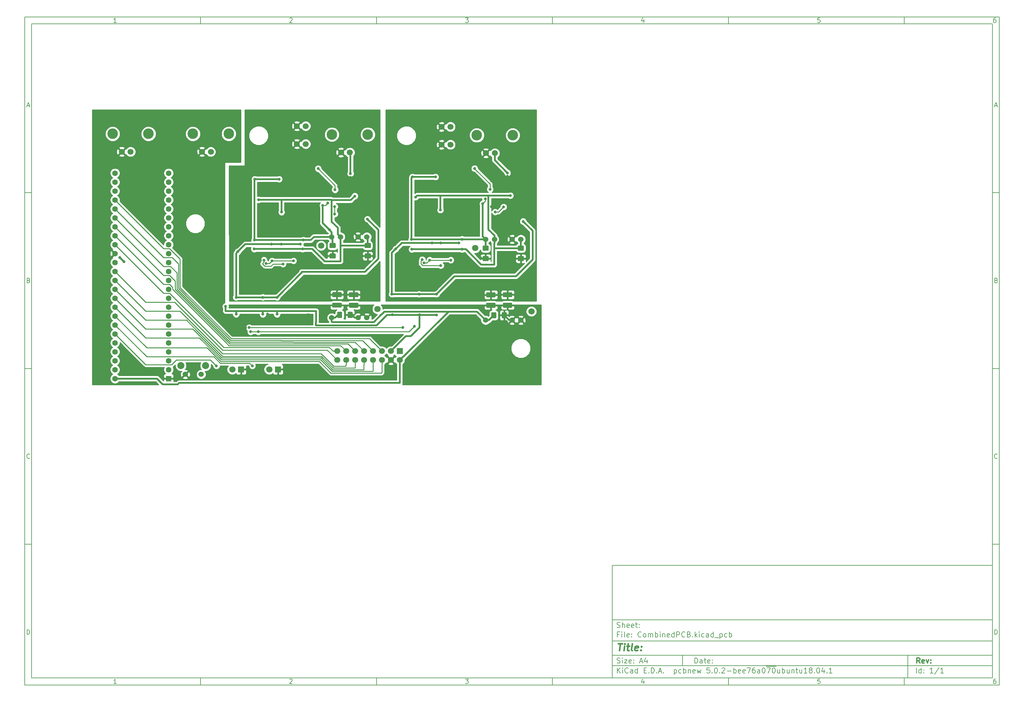
<source format=gbl>
G04 #@! TF.GenerationSoftware,KiCad,Pcbnew,5.0.2-bee76a0~70~ubuntu18.04.1*
G04 #@! TF.CreationDate,2019-02-25T13:51:23+02:00*
G04 #@! TF.ProjectId,CombinedPCB,436f6d62-696e-4656-9450-43422e6b6963,rev?*
G04 #@! TF.SameCoordinates,Original*
G04 #@! TF.FileFunction,Copper,L2,Bot*
G04 #@! TF.FilePolarity,Positive*
%FSLAX46Y46*%
G04 Gerber Fmt 4.6, Leading zero omitted, Abs format (unit mm)*
G04 Created by KiCad (PCBNEW 5.0.2-bee76a0~70~ubuntu18.04.1) date Mon Feb 25 13:51:23 2019*
%MOMM*%
%LPD*%
G01*
G04 APERTURE LIST*
%ADD10C,0.100000*%
%ADD11C,0.150000*%
%ADD12C,0.300000*%
%ADD13C,0.400000*%
G04 #@! TA.AperFunction,Conductor*
%ADD14C,0.100000*%
G04 #@! TD*
G04 #@! TA.AperFunction,SMDPad,CuDef*
%ADD15C,1.425000*%
G04 #@! TD*
G04 #@! TA.AperFunction,ComponentPad*
%ADD16C,1.800000*%
G04 #@! TD*
G04 #@! TA.AperFunction,ComponentPad*
%ADD17R,1.800000X1.800000*%
G04 #@! TD*
G04 #@! TA.AperFunction,ComponentPad*
%ADD18C,2.000000*%
G04 #@! TD*
G04 #@! TA.AperFunction,ComponentPad*
%ADD19C,1.524000*%
G04 #@! TD*
G04 #@! TA.AperFunction,ComponentPad*
%ADD20C,1.700000*%
G04 #@! TD*
G04 #@! TA.AperFunction,ComponentPad*
%ADD21R,1.700000X1.700000*%
G04 #@! TD*
G04 #@! TA.AperFunction,ComponentPad*
%ADD22C,1.600000*%
G04 #@! TD*
G04 #@! TA.AperFunction,ComponentPad*
%ADD23R,1.600000X1.600000*%
G04 #@! TD*
G04 #@! TA.AperFunction,ComponentPad*
%ADD24C,3.000000*%
G04 #@! TD*
G04 #@! TA.AperFunction,ViaPad*
%ADD25C,0.800000*%
G04 #@! TD*
G04 #@! TA.AperFunction,Conductor*
%ADD26C,0.250000*%
G04 #@! TD*
G04 #@! TA.AperFunction,Conductor*
%ADD27C,0.500000*%
G04 #@! TD*
G04 #@! TA.AperFunction,Conductor*
%ADD28C,0.254000*%
G04 #@! TD*
G04 APERTURE END LIST*
D10*
D11*
X177002200Y-166007200D02*
X177002200Y-198007200D01*
X285002200Y-198007200D01*
X285002200Y-166007200D01*
X177002200Y-166007200D01*
D10*
D11*
X10000000Y-10000000D02*
X10000000Y-200007200D01*
X287002200Y-200007200D01*
X287002200Y-10000000D01*
X10000000Y-10000000D01*
D10*
D11*
X12000000Y-12000000D02*
X12000000Y-198007200D01*
X285002200Y-198007200D01*
X285002200Y-12000000D01*
X12000000Y-12000000D01*
D10*
D11*
X60000000Y-12000000D02*
X60000000Y-10000000D01*
D10*
D11*
X110000000Y-12000000D02*
X110000000Y-10000000D01*
D10*
D11*
X160000000Y-12000000D02*
X160000000Y-10000000D01*
D10*
D11*
X210000000Y-12000000D02*
X210000000Y-10000000D01*
D10*
D11*
X260000000Y-12000000D02*
X260000000Y-10000000D01*
D10*
D11*
X36065476Y-11588095D02*
X35322619Y-11588095D01*
X35694047Y-11588095D02*
X35694047Y-10288095D01*
X35570238Y-10473809D01*
X35446428Y-10597619D01*
X35322619Y-10659523D01*
D10*
D11*
X85322619Y-10411904D02*
X85384523Y-10350000D01*
X85508333Y-10288095D01*
X85817857Y-10288095D01*
X85941666Y-10350000D01*
X86003571Y-10411904D01*
X86065476Y-10535714D01*
X86065476Y-10659523D01*
X86003571Y-10845238D01*
X85260714Y-11588095D01*
X86065476Y-11588095D01*
D10*
D11*
X135260714Y-10288095D02*
X136065476Y-10288095D01*
X135632142Y-10783333D01*
X135817857Y-10783333D01*
X135941666Y-10845238D01*
X136003571Y-10907142D01*
X136065476Y-11030952D01*
X136065476Y-11340476D01*
X136003571Y-11464285D01*
X135941666Y-11526190D01*
X135817857Y-11588095D01*
X135446428Y-11588095D01*
X135322619Y-11526190D01*
X135260714Y-11464285D01*
D10*
D11*
X185941666Y-10721428D02*
X185941666Y-11588095D01*
X185632142Y-10226190D02*
X185322619Y-11154761D01*
X186127380Y-11154761D01*
D10*
D11*
X236003571Y-10288095D02*
X235384523Y-10288095D01*
X235322619Y-10907142D01*
X235384523Y-10845238D01*
X235508333Y-10783333D01*
X235817857Y-10783333D01*
X235941666Y-10845238D01*
X236003571Y-10907142D01*
X236065476Y-11030952D01*
X236065476Y-11340476D01*
X236003571Y-11464285D01*
X235941666Y-11526190D01*
X235817857Y-11588095D01*
X235508333Y-11588095D01*
X235384523Y-11526190D01*
X235322619Y-11464285D01*
D10*
D11*
X285941666Y-10288095D02*
X285694047Y-10288095D01*
X285570238Y-10350000D01*
X285508333Y-10411904D01*
X285384523Y-10597619D01*
X285322619Y-10845238D01*
X285322619Y-11340476D01*
X285384523Y-11464285D01*
X285446428Y-11526190D01*
X285570238Y-11588095D01*
X285817857Y-11588095D01*
X285941666Y-11526190D01*
X286003571Y-11464285D01*
X286065476Y-11340476D01*
X286065476Y-11030952D01*
X286003571Y-10907142D01*
X285941666Y-10845238D01*
X285817857Y-10783333D01*
X285570238Y-10783333D01*
X285446428Y-10845238D01*
X285384523Y-10907142D01*
X285322619Y-11030952D01*
D10*
D11*
X60000000Y-198007200D02*
X60000000Y-200007200D01*
D10*
D11*
X110000000Y-198007200D02*
X110000000Y-200007200D01*
D10*
D11*
X160000000Y-198007200D02*
X160000000Y-200007200D01*
D10*
D11*
X210000000Y-198007200D02*
X210000000Y-200007200D01*
D10*
D11*
X260000000Y-198007200D02*
X260000000Y-200007200D01*
D10*
D11*
X36065476Y-199595295D02*
X35322619Y-199595295D01*
X35694047Y-199595295D02*
X35694047Y-198295295D01*
X35570238Y-198481009D01*
X35446428Y-198604819D01*
X35322619Y-198666723D01*
D10*
D11*
X85322619Y-198419104D02*
X85384523Y-198357200D01*
X85508333Y-198295295D01*
X85817857Y-198295295D01*
X85941666Y-198357200D01*
X86003571Y-198419104D01*
X86065476Y-198542914D01*
X86065476Y-198666723D01*
X86003571Y-198852438D01*
X85260714Y-199595295D01*
X86065476Y-199595295D01*
D10*
D11*
X135260714Y-198295295D02*
X136065476Y-198295295D01*
X135632142Y-198790533D01*
X135817857Y-198790533D01*
X135941666Y-198852438D01*
X136003571Y-198914342D01*
X136065476Y-199038152D01*
X136065476Y-199347676D01*
X136003571Y-199471485D01*
X135941666Y-199533390D01*
X135817857Y-199595295D01*
X135446428Y-199595295D01*
X135322619Y-199533390D01*
X135260714Y-199471485D01*
D10*
D11*
X185941666Y-198728628D02*
X185941666Y-199595295D01*
X185632142Y-198233390D02*
X185322619Y-199161961D01*
X186127380Y-199161961D01*
D10*
D11*
X236003571Y-198295295D02*
X235384523Y-198295295D01*
X235322619Y-198914342D01*
X235384523Y-198852438D01*
X235508333Y-198790533D01*
X235817857Y-198790533D01*
X235941666Y-198852438D01*
X236003571Y-198914342D01*
X236065476Y-199038152D01*
X236065476Y-199347676D01*
X236003571Y-199471485D01*
X235941666Y-199533390D01*
X235817857Y-199595295D01*
X235508333Y-199595295D01*
X235384523Y-199533390D01*
X235322619Y-199471485D01*
D10*
D11*
X285941666Y-198295295D02*
X285694047Y-198295295D01*
X285570238Y-198357200D01*
X285508333Y-198419104D01*
X285384523Y-198604819D01*
X285322619Y-198852438D01*
X285322619Y-199347676D01*
X285384523Y-199471485D01*
X285446428Y-199533390D01*
X285570238Y-199595295D01*
X285817857Y-199595295D01*
X285941666Y-199533390D01*
X286003571Y-199471485D01*
X286065476Y-199347676D01*
X286065476Y-199038152D01*
X286003571Y-198914342D01*
X285941666Y-198852438D01*
X285817857Y-198790533D01*
X285570238Y-198790533D01*
X285446428Y-198852438D01*
X285384523Y-198914342D01*
X285322619Y-199038152D01*
D10*
D11*
X10000000Y-60000000D02*
X12000000Y-60000000D01*
D10*
D11*
X10000000Y-110000000D02*
X12000000Y-110000000D01*
D10*
D11*
X10000000Y-160000000D02*
X12000000Y-160000000D01*
D10*
D11*
X10690476Y-35216666D02*
X11309523Y-35216666D01*
X10566666Y-35588095D02*
X11000000Y-34288095D01*
X11433333Y-35588095D01*
D10*
D11*
X11092857Y-84907142D02*
X11278571Y-84969047D01*
X11340476Y-85030952D01*
X11402380Y-85154761D01*
X11402380Y-85340476D01*
X11340476Y-85464285D01*
X11278571Y-85526190D01*
X11154761Y-85588095D01*
X10659523Y-85588095D01*
X10659523Y-84288095D01*
X11092857Y-84288095D01*
X11216666Y-84350000D01*
X11278571Y-84411904D01*
X11340476Y-84535714D01*
X11340476Y-84659523D01*
X11278571Y-84783333D01*
X11216666Y-84845238D01*
X11092857Y-84907142D01*
X10659523Y-84907142D01*
D10*
D11*
X11402380Y-135464285D02*
X11340476Y-135526190D01*
X11154761Y-135588095D01*
X11030952Y-135588095D01*
X10845238Y-135526190D01*
X10721428Y-135402380D01*
X10659523Y-135278571D01*
X10597619Y-135030952D01*
X10597619Y-134845238D01*
X10659523Y-134597619D01*
X10721428Y-134473809D01*
X10845238Y-134350000D01*
X11030952Y-134288095D01*
X11154761Y-134288095D01*
X11340476Y-134350000D01*
X11402380Y-134411904D01*
D10*
D11*
X10659523Y-185588095D02*
X10659523Y-184288095D01*
X10969047Y-184288095D01*
X11154761Y-184350000D01*
X11278571Y-184473809D01*
X11340476Y-184597619D01*
X11402380Y-184845238D01*
X11402380Y-185030952D01*
X11340476Y-185278571D01*
X11278571Y-185402380D01*
X11154761Y-185526190D01*
X10969047Y-185588095D01*
X10659523Y-185588095D01*
D10*
D11*
X287002200Y-60000000D02*
X285002200Y-60000000D01*
D10*
D11*
X287002200Y-110000000D02*
X285002200Y-110000000D01*
D10*
D11*
X287002200Y-160000000D02*
X285002200Y-160000000D01*
D10*
D11*
X285692676Y-35216666D02*
X286311723Y-35216666D01*
X285568866Y-35588095D02*
X286002200Y-34288095D01*
X286435533Y-35588095D01*
D10*
D11*
X286095057Y-84907142D02*
X286280771Y-84969047D01*
X286342676Y-85030952D01*
X286404580Y-85154761D01*
X286404580Y-85340476D01*
X286342676Y-85464285D01*
X286280771Y-85526190D01*
X286156961Y-85588095D01*
X285661723Y-85588095D01*
X285661723Y-84288095D01*
X286095057Y-84288095D01*
X286218866Y-84350000D01*
X286280771Y-84411904D01*
X286342676Y-84535714D01*
X286342676Y-84659523D01*
X286280771Y-84783333D01*
X286218866Y-84845238D01*
X286095057Y-84907142D01*
X285661723Y-84907142D01*
D10*
D11*
X286404580Y-135464285D02*
X286342676Y-135526190D01*
X286156961Y-135588095D01*
X286033152Y-135588095D01*
X285847438Y-135526190D01*
X285723628Y-135402380D01*
X285661723Y-135278571D01*
X285599819Y-135030952D01*
X285599819Y-134845238D01*
X285661723Y-134597619D01*
X285723628Y-134473809D01*
X285847438Y-134350000D01*
X286033152Y-134288095D01*
X286156961Y-134288095D01*
X286342676Y-134350000D01*
X286404580Y-134411904D01*
D10*
D11*
X285661723Y-185588095D02*
X285661723Y-184288095D01*
X285971247Y-184288095D01*
X286156961Y-184350000D01*
X286280771Y-184473809D01*
X286342676Y-184597619D01*
X286404580Y-184845238D01*
X286404580Y-185030952D01*
X286342676Y-185278571D01*
X286280771Y-185402380D01*
X286156961Y-185526190D01*
X285971247Y-185588095D01*
X285661723Y-185588095D01*
D10*
D11*
X200434342Y-193785771D02*
X200434342Y-192285771D01*
X200791485Y-192285771D01*
X201005771Y-192357200D01*
X201148628Y-192500057D01*
X201220057Y-192642914D01*
X201291485Y-192928628D01*
X201291485Y-193142914D01*
X201220057Y-193428628D01*
X201148628Y-193571485D01*
X201005771Y-193714342D01*
X200791485Y-193785771D01*
X200434342Y-193785771D01*
X202577200Y-193785771D02*
X202577200Y-193000057D01*
X202505771Y-192857200D01*
X202362914Y-192785771D01*
X202077200Y-192785771D01*
X201934342Y-192857200D01*
X202577200Y-193714342D02*
X202434342Y-193785771D01*
X202077200Y-193785771D01*
X201934342Y-193714342D01*
X201862914Y-193571485D01*
X201862914Y-193428628D01*
X201934342Y-193285771D01*
X202077200Y-193214342D01*
X202434342Y-193214342D01*
X202577200Y-193142914D01*
X203077200Y-192785771D02*
X203648628Y-192785771D01*
X203291485Y-192285771D02*
X203291485Y-193571485D01*
X203362914Y-193714342D01*
X203505771Y-193785771D01*
X203648628Y-193785771D01*
X204720057Y-193714342D02*
X204577200Y-193785771D01*
X204291485Y-193785771D01*
X204148628Y-193714342D01*
X204077200Y-193571485D01*
X204077200Y-193000057D01*
X204148628Y-192857200D01*
X204291485Y-192785771D01*
X204577200Y-192785771D01*
X204720057Y-192857200D01*
X204791485Y-193000057D01*
X204791485Y-193142914D01*
X204077200Y-193285771D01*
X205434342Y-193642914D02*
X205505771Y-193714342D01*
X205434342Y-193785771D01*
X205362914Y-193714342D01*
X205434342Y-193642914D01*
X205434342Y-193785771D01*
X205434342Y-192857200D02*
X205505771Y-192928628D01*
X205434342Y-193000057D01*
X205362914Y-192928628D01*
X205434342Y-192857200D01*
X205434342Y-193000057D01*
D10*
D11*
X177002200Y-194507200D02*
X285002200Y-194507200D01*
D10*
D11*
X178434342Y-196585771D02*
X178434342Y-195085771D01*
X179291485Y-196585771D02*
X178648628Y-195728628D01*
X179291485Y-195085771D02*
X178434342Y-195942914D01*
X179934342Y-196585771D02*
X179934342Y-195585771D01*
X179934342Y-195085771D02*
X179862914Y-195157200D01*
X179934342Y-195228628D01*
X180005771Y-195157200D01*
X179934342Y-195085771D01*
X179934342Y-195228628D01*
X181505771Y-196442914D02*
X181434342Y-196514342D01*
X181220057Y-196585771D01*
X181077200Y-196585771D01*
X180862914Y-196514342D01*
X180720057Y-196371485D01*
X180648628Y-196228628D01*
X180577200Y-195942914D01*
X180577200Y-195728628D01*
X180648628Y-195442914D01*
X180720057Y-195300057D01*
X180862914Y-195157200D01*
X181077200Y-195085771D01*
X181220057Y-195085771D01*
X181434342Y-195157200D01*
X181505771Y-195228628D01*
X182791485Y-196585771D02*
X182791485Y-195800057D01*
X182720057Y-195657200D01*
X182577200Y-195585771D01*
X182291485Y-195585771D01*
X182148628Y-195657200D01*
X182791485Y-196514342D02*
X182648628Y-196585771D01*
X182291485Y-196585771D01*
X182148628Y-196514342D01*
X182077200Y-196371485D01*
X182077200Y-196228628D01*
X182148628Y-196085771D01*
X182291485Y-196014342D01*
X182648628Y-196014342D01*
X182791485Y-195942914D01*
X184148628Y-196585771D02*
X184148628Y-195085771D01*
X184148628Y-196514342D02*
X184005771Y-196585771D01*
X183720057Y-196585771D01*
X183577200Y-196514342D01*
X183505771Y-196442914D01*
X183434342Y-196300057D01*
X183434342Y-195871485D01*
X183505771Y-195728628D01*
X183577200Y-195657200D01*
X183720057Y-195585771D01*
X184005771Y-195585771D01*
X184148628Y-195657200D01*
X186005771Y-195800057D02*
X186505771Y-195800057D01*
X186720057Y-196585771D02*
X186005771Y-196585771D01*
X186005771Y-195085771D01*
X186720057Y-195085771D01*
X187362914Y-196442914D02*
X187434342Y-196514342D01*
X187362914Y-196585771D01*
X187291485Y-196514342D01*
X187362914Y-196442914D01*
X187362914Y-196585771D01*
X188077200Y-196585771D02*
X188077200Y-195085771D01*
X188434342Y-195085771D01*
X188648628Y-195157200D01*
X188791485Y-195300057D01*
X188862914Y-195442914D01*
X188934342Y-195728628D01*
X188934342Y-195942914D01*
X188862914Y-196228628D01*
X188791485Y-196371485D01*
X188648628Y-196514342D01*
X188434342Y-196585771D01*
X188077200Y-196585771D01*
X189577200Y-196442914D02*
X189648628Y-196514342D01*
X189577200Y-196585771D01*
X189505771Y-196514342D01*
X189577200Y-196442914D01*
X189577200Y-196585771D01*
X190220057Y-196157200D02*
X190934342Y-196157200D01*
X190077200Y-196585771D02*
X190577200Y-195085771D01*
X191077200Y-196585771D01*
X191577200Y-196442914D02*
X191648628Y-196514342D01*
X191577200Y-196585771D01*
X191505771Y-196514342D01*
X191577200Y-196442914D01*
X191577200Y-196585771D01*
X194577200Y-195585771D02*
X194577200Y-197085771D01*
X194577200Y-195657200D02*
X194720057Y-195585771D01*
X195005771Y-195585771D01*
X195148628Y-195657200D01*
X195220057Y-195728628D01*
X195291485Y-195871485D01*
X195291485Y-196300057D01*
X195220057Y-196442914D01*
X195148628Y-196514342D01*
X195005771Y-196585771D01*
X194720057Y-196585771D01*
X194577200Y-196514342D01*
X196577200Y-196514342D02*
X196434342Y-196585771D01*
X196148628Y-196585771D01*
X196005771Y-196514342D01*
X195934342Y-196442914D01*
X195862914Y-196300057D01*
X195862914Y-195871485D01*
X195934342Y-195728628D01*
X196005771Y-195657200D01*
X196148628Y-195585771D01*
X196434342Y-195585771D01*
X196577200Y-195657200D01*
X197220057Y-196585771D02*
X197220057Y-195085771D01*
X197220057Y-195657200D02*
X197362914Y-195585771D01*
X197648628Y-195585771D01*
X197791485Y-195657200D01*
X197862914Y-195728628D01*
X197934342Y-195871485D01*
X197934342Y-196300057D01*
X197862914Y-196442914D01*
X197791485Y-196514342D01*
X197648628Y-196585771D01*
X197362914Y-196585771D01*
X197220057Y-196514342D01*
X198577200Y-195585771D02*
X198577200Y-196585771D01*
X198577200Y-195728628D02*
X198648628Y-195657200D01*
X198791485Y-195585771D01*
X199005771Y-195585771D01*
X199148628Y-195657200D01*
X199220057Y-195800057D01*
X199220057Y-196585771D01*
X200505771Y-196514342D02*
X200362914Y-196585771D01*
X200077200Y-196585771D01*
X199934342Y-196514342D01*
X199862914Y-196371485D01*
X199862914Y-195800057D01*
X199934342Y-195657200D01*
X200077200Y-195585771D01*
X200362914Y-195585771D01*
X200505771Y-195657200D01*
X200577200Y-195800057D01*
X200577200Y-195942914D01*
X199862914Y-196085771D01*
X201077200Y-195585771D02*
X201362914Y-196585771D01*
X201648628Y-195871485D01*
X201934342Y-196585771D01*
X202220057Y-195585771D01*
X204648628Y-195085771D02*
X203934342Y-195085771D01*
X203862914Y-195800057D01*
X203934342Y-195728628D01*
X204077200Y-195657200D01*
X204434342Y-195657200D01*
X204577200Y-195728628D01*
X204648628Y-195800057D01*
X204720057Y-195942914D01*
X204720057Y-196300057D01*
X204648628Y-196442914D01*
X204577200Y-196514342D01*
X204434342Y-196585771D01*
X204077200Y-196585771D01*
X203934342Y-196514342D01*
X203862914Y-196442914D01*
X205362914Y-196442914D02*
X205434342Y-196514342D01*
X205362914Y-196585771D01*
X205291485Y-196514342D01*
X205362914Y-196442914D01*
X205362914Y-196585771D01*
X206362914Y-195085771D02*
X206505771Y-195085771D01*
X206648628Y-195157200D01*
X206720057Y-195228628D01*
X206791485Y-195371485D01*
X206862914Y-195657200D01*
X206862914Y-196014342D01*
X206791485Y-196300057D01*
X206720057Y-196442914D01*
X206648628Y-196514342D01*
X206505771Y-196585771D01*
X206362914Y-196585771D01*
X206220057Y-196514342D01*
X206148628Y-196442914D01*
X206077200Y-196300057D01*
X206005771Y-196014342D01*
X206005771Y-195657200D01*
X206077200Y-195371485D01*
X206148628Y-195228628D01*
X206220057Y-195157200D01*
X206362914Y-195085771D01*
X207505771Y-196442914D02*
X207577200Y-196514342D01*
X207505771Y-196585771D01*
X207434342Y-196514342D01*
X207505771Y-196442914D01*
X207505771Y-196585771D01*
X208148628Y-195228628D02*
X208220057Y-195157200D01*
X208362914Y-195085771D01*
X208720057Y-195085771D01*
X208862914Y-195157200D01*
X208934342Y-195228628D01*
X209005771Y-195371485D01*
X209005771Y-195514342D01*
X208934342Y-195728628D01*
X208077200Y-196585771D01*
X209005771Y-196585771D01*
X209648628Y-196014342D02*
X210791485Y-196014342D01*
X211505771Y-196585771D02*
X211505771Y-195085771D01*
X211505771Y-195657200D02*
X211648628Y-195585771D01*
X211934342Y-195585771D01*
X212077200Y-195657200D01*
X212148628Y-195728628D01*
X212220057Y-195871485D01*
X212220057Y-196300057D01*
X212148628Y-196442914D01*
X212077200Y-196514342D01*
X211934342Y-196585771D01*
X211648628Y-196585771D01*
X211505771Y-196514342D01*
X213434342Y-196514342D02*
X213291485Y-196585771D01*
X213005771Y-196585771D01*
X212862914Y-196514342D01*
X212791485Y-196371485D01*
X212791485Y-195800057D01*
X212862914Y-195657200D01*
X213005771Y-195585771D01*
X213291485Y-195585771D01*
X213434342Y-195657200D01*
X213505771Y-195800057D01*
X213505771Y-195942914D01*
X212791485Y-196085771D01*
X214720057Y-196514342D02*
X214577200Y-196585771D01*
X214291485Y-196585771D01*
X214148628Y-196514342D01*
X214077200Y-196371485D01*
X214077200Y-195800057D01*
X214148628Y-195657200D01*
X214291485Y-195585771D01*
X214577200Y-195585771D01*
X214720057Y-195657200D01*
X214791485Y-195800057D01*
X214791485Y-195942914D01*
X214077200Y-196085771D01*
X215291485Y-195085771D02*
X216291485Y-195085771D01*
X215648628Y-196585771D01*
X217505771Y-195085771D02*
X217220057Y-195085771D01*
X217077200Y-195157200D01*
X217005771Y-195228628D01*
X216862914Y-195442914D01*
X216791485Y-195728628D01*
X216791485Y-196300057D01*
X216862914Y-196442914D01*
X216934342Y-196514342D01*
X217077200Y-196585771D01*
X217362914Y-196585771D01*
X217505771Y-196514342D01*
X217577200Y-196442914D01*
X217648628Y-196300057D01*
X217648628Y-195942914D01*
X217577200Y-195800057D01*
X217505771Y-195728628D01*
X217362914Y-195657200D01*
X217077200Y-195657200D01*
X216934342Y-195728628D01*
X216862914Y-195800057D01*
X216791485Y-195942914D01*
X218934342Y-196585771D02*
X218934342Y-195800057D01*
X218862914Y-195657200D01*
X218720057Y-195585771D01*
X218434342Y-195585771D01*
X218291485Y-195657200D01*
X218934342Y-196514342D02*
X218791485Y-196585771D01*
X218434342Y-196585771D01*
X218291485Y-196514342D01*
X218220057Y-196371485D01*
X218220057Y-196228628D01*
X218291485Y-196085771D01*
X218434342Y-196014342D01*
X218791485Y-196014342D01*
X218934342Y-195942914D01*
X219934342Y-195085771D02*
X220077200Y-195085771D01*
X220220057Y-195157200D01*
X220291485Y-195228628D01*
X220362914Y-195371485D01*
X220434342Y-195657200D01*
X220434342Y-196014342D01*
X220362914Y-196300057D01*
X220291485Y-196442914D01*
X220220057Y-196514342D01*
X220077200Y-196585771D01*
X219934342Y-196585771D01*
X219791485Y-196514342D01*
X219720057Y-196442914D01*
X219648628Y-196300057D01*
X219577200Y-196014342D01*
X219577200Y-195657200D01*
X219648628Y-195371485D01*
X219720057Y-195228628D01*
X219791485Y-195157200D01*
X219934342Y-195085771D01*
X220720057Y-194677200D02*
X222148628Y-194677200D01*
X220934342Y-195085771D02*
X221934342Y-195085771D01*
X221291485Y-196585771D01*
X222148628Y-194677200D02*
X223577200Y-194677200D01*
X222791485Y-195085771D02*
X222934342Y-195085771D01*
X223077200Y-195157200D01*
X223148628Y-195228628D01*
X223220057Y-195371485D01*
X223291485Y-195657200D01*
X223291485Y-196014342D01*
X223220057Y-196300057D01*
X223148628Y-196442914D01*
X223077200Y-196514342D01*
X222934342Y-196585771D01*
X222791485Y-196585771D01*
X222648628Y-196514342D01*
X222577200Y-196442914D01*
X222505771Y-196300057D01*
X222434342Y-196014342D01*
X222434342Y-195657200D01*
X222505771Y-195371485D01*
X222577200Y-195228628D01*
X222648628Y-195157200D01*
X222791485Y-195085771D01*
X224577200Y-195585771D02*
X224577200Y-196585771D01*
X223934342Y-195585771D02*
X223934342Y-196371485D01*
X224005771Y-196514342D01*
X224148628Y-196585771D01*
X224362914Y-196585771D01*
X224505771Y-196514342D01*
X224577200Y-196442914D01*
X225291485Y-196585771D02*
X225291485Y-195085771D01*
X225291485Y-195657200D02*
X225434342Y-195585771D01*
X225720057Y-195585771D01*
X225862914Y-195657200D01*
X225934342Y-195728628D01*
X226005771Y-195871485D01*
X226005771Y-196300057D01*
X225934342Y-196442914D01*
X225862914Y-196514342D01*
X225720057Y-196585771D01*
X225434342Y-196585771D01*
X225291485Y-196514342D01*
X227291485Y-195585771D02*
X227291485Y-196585771D01*
X226648628Y-195585771D02*
X226648628Y-196371485D01*
X226720057Y-196514342D01*
X226862914Y-196585771D01*
X227077200Y-196585771D01*
X227220057Y-196514342D01*
X227291485Y-196442914D01*
X228005771Y-195585771D02*
X228005771Y-196585771D01*
X228005771Y-195728628D02*
X228077200Y-195657200D01*
X228220057Y-195585771D01*
X228434342Y-195585771D01*
X228577200Y-195657200D01*
X228648628Y-195800057D01*
X228648628Y-196585771D01*
X229148628Y-195585771D02*
X229720057Y-195585771D01*
X229362914Y-195085771D02*
X229362914Y-196371485D01*
X229434342Y-196514342D01*
X229577200Y-196585771D01*
X229720057Y-196585771D01*
X230862914Y-195585771D02*
X230862914Y-196585771D01*
X230220057Y-195585771D02*
X230220057Y-196371485D01*
X230291485Y-196514342D01*
X230434342Y-196585771D01*
X230648628Y-196585771D01*
X230791485Y-196514342D01*
X230862914Y-196442914D01*
X232362914Y-196585771D02*
X231505771Y-196585771D01*
X231934342Y-196585771D02*
X231934342Y-195085771D01*
X231791485Y-195300057D01*
X231648628Y-195442914D01*
X231505771Y-195514342D01*
X233220057Y-195728628D02*
X233077200Y-195657200D01*
X233005771Y-195585771D01*
X232934342Y-195442914D01*
X232934342Y-195371485D01*
X233005771Y-195228628D01*
X233077200Y-195157200D01*
X233220057Y-195085771D01*
X233505771Y-195085771D01*
X233648628Y-195157200D01*
X233720057Y-195228628D01*
X233791485Y-195371485D01*
X233791485Y-195442914D01*
X233720057Y-195585771D01*
X233648628Y-195657200D01*
X233505771Y-195728628D01*
X233220057Y-195728628D01*
X233077200Y-195800057D01*
X233005771Y-195871485D01*
X232934342Y-196014342D01*
X232934342Y-196300057D01*
X233005771Y-196442914D01*
X233077200Y-196514342D01*
X233220057Y-196585771D01*
X233505771Y-196585771D01*
X233648628Y-196514342D01*
X233720057Y-196442914D01*
X233791485Y-196300057D01*
X233791485Y-196014342D01*
X233720057Y-195871485D01*
X233648628Y-195800057D01*
X233505771Y-195728628D01*
X234434342Y-196442914D02*
X234505771Y-196514342D01*
X234434342Y-196585771D01*
X234362914Y-196514342D01*
X234434342Y-196442914D01*
X234434342Y-196585771D01*
X235434342Y-195085771D02*
X235577200Y-195085771D01*
X235720057Y-195157200D01*
X235791485Y-195228628D01*
X235862914Y-195371485D01*
X235934342Y-195657200D01*
X235934342Y-196014342D01*
X235862914Y-196300057D01*
X235791485Y-196442914D01*
X235720057Y-196514342D01*
X235577200Y-196585771D01*
X235434342Y-196585771D01*
X235291485Y-196514342D01*
X235220057Y-196442914D01*
X235148628Y-196300057D01*
X235077200Y-196014342D01*
X235077200Y-195657200D01*
X235148628Y-195371485D01*
X235220057Y-195228628D01*
X235291485Y-195157200D01*
X235434342Y-195085771D01*
X237220057Y-195585771D02*
X237220057Y-196585771D01*
X236862914Y-195014342D02*
X236505771Y-196085771D01*
X237434342Y-196085771D01*
X238005771Y-196442914D02*
X238077199Y-196514342D01*
X238005771Y-196585771D01*
X237934342Y-196514342D01*
X238005771Y-196442914D01*
X238005771Y-196585771D01*
X239505771Y-196585771D02*
X238648628Y-196585771D01*
X239077200Y-196585771D02*
X239077200Y-195085771D01*
X238934342Y-195300057D01*
X238791485Y-195442914D01*
X238648628Y-195514342D01*
D10*
D11*
X177002200Y-191507200D02*
X285002200Y-191507200D01*
D10*
D12*
X264411485Y-193785771D02*
X263911485Y-193071485D01*
X263554342Y-193785771D02*
X263554342Y-192285771D01*
X264125771Y-192285771D01*
X264268628Y-192357200D01*
X264340057Y-192428628D01*
X264411485Y-192571485D01*
X264411485Y-192785771D01*
X264340057Y-192928628D01*
X264268628Y-193000057D01*
X264125771Y-193071485D01*
X263554342Y-193071485D01*
X265625771Y-193714342D02*
X265482914Y-193785771D01*
X265197200Y-193785771D01*
X265054342Y-193714342D01*
X264982914Y-193571485D01*
X264982914Y-193000057D01*
X265054342Y-192857200D01*
X265197200Y-192785771D01*
X265482914Y-192785771D01*
X265625771Y-192857200D01*
X265697200Y-193000057D01*
X265697200Y-193142914D01*
X264982914Y-193285771D01*
X266197200Y-192785771D02*
X266554342Y-193785771D01*
X266911485Y-192785771D01*
X267482914Y-193642914D02*
X267554342Y-193714342D01*
X267482914Y-193785771D01*
X267411485Y-193714342D01*
X267482914Y-193642914D01*
X267482914Y-193785771D01*
X267482914Y-192857200D02*
X267554342Y-192928628D01*
X267482914Y-193000057D01*
X267411485Y-192928628D01*
X267482914Y-192857200D01*
X267482914Y-193000057D01*
D10*
D11*
X178362914Y-193714342D02*
X178577200Y-193785771D01*
X178934342Y-193785771D01*
X179077200Y-193714342D01*
X179148628Y-193642914D01*
X179220057Y-193500057D01*
X179220057Y-193357200D01*
X179148628Y-193214342D01*
X179077200Y-193142914D01*
X178934342Y-193071485D01*
X178648628Y-193000057D01*
X178505771Y-192928628D01*
X178434342Y-192857200D01*
X178362914Y-192714342D01*
X178362914Y-192571485D01*
X178434342Y-192428628D01*
X178505771Y-192357200D01*
X178648628Y-192285771D01*
X179005771Y-192285771D01*
X179220057Y-192357200D01*
X179862914Y-193785771D02*
X179862914Y-192785771D01*
X179862914Y-192285771D02*
X179791485Y-192357200D01*
X179862914Y-192428628D01*
X179934342Y-192357200D01*
X179862914Y-192285771D01*
X179862914Y-192428628D01*
X180434342Y-192785771D02*
X181220057Y-192785771D01*
X180434342Y-193785771D01*
X181220057Y-193785771D01*
X182362914Y-193714342D02*
X182220057Y-193785771D01*
X181934342Y-193785771D01*
X181791485Y-193714342D01*
X181720057Y-193571485D01*
X181720057Y-193000057D01*
X181791485Y-192857200D01*
X181934342Y-192785771D01*
X182220057Y-192785771D01*
X182362914Y-192857200D01*
X182434342Y-193000057D01*
X182434342Y-193142914D01*
X181720057Y-193285771D01*
X183077200Y-193642914D02*
X183148628Y-193714342D01*
X183077200Y-193785771D01*
X183005771Y-193714342D01*
X183077200Y-193642914D01*
X183077200Y-193785771D01*
X183077200Y-192857200D02*
X183148628Y-192928628D01*
X183077200Y-193000057D01*
X183005771Y-192928628D01*
X183077200Y-192857200D01*
X183077200Y-193000057D01*
X184862914Y-193357200D02*
X185577200Y-193357200D01*
X184720057Y-193785771D02*
X185220057Y-192285771D01*
X185720057Y-193785771D01*
X186862914Y-192785771D02*
X186862914Y-193785771D01*
X186505771Y-192214342D02*
X186148628Y-193285771D01*
X187077200Y-193285771D01*
D10*
D11*
X263434342Y-196585771D02*
X263434342Y-195085771D01*
X264791485Y-196585771D02*
X264791485Y-195085771D01*
X264791485Y-196514342D02*
X264648628Y-196585771D01*
X264362914Y-196585771D01*
X264220057Y-196514342D01*
X264148628Y-196442914D01*
X264077200Y-196300057D01*
X264077200Y-195871485D01*
X264148628Y-195728628D01*
X264220057Y-195657200D01*
X264362914Y-195585771D01*
X264648628Y-195585771D01*
X264791485Y-195657200D01*
X265505771Y-196442914D02*
X265577200Y-196514342D01*
X265505771Y-196585771D01*
X265434342Y-196514342D01*
X265505771Y-196442914D01*
X265505771Y-196585771D01*
X265505771Y-195657200D02*
X265577200Y-195728628D01*
X265505771Y-195800057D01*
X265434342Y-195728628D01*
X265505771Y-195657200D01*
X265505771Y-195800057D01*
X268148628Y-196585771D02*
X267291485Y-196585771D01*
X267720057Y-196585771D02*
X267720057Y-195085771D01*
X267577200Y-195300057D01*
X267434342Y-195442914D01*
X267291485Y-195514342D01*
X269862914Y-195014342D02*
X268577200Y-196942914D01*
X271148628Y-196585771D02*
X270291485Y-196585771D01*
X270720057Y-196585771D02*
X270720057Y-195085771D01*
X270577200Y-195300057D01*
X270434342Y-195442914D01*
X270291485Y-195514342D01*
D10*
D11*
X177002200Y-187507200D02*
X285002200Y-187507200D01*
D10*
D13*
X178714580Y-188211961D02*
X179857438Y-188211961D01*
X179036009Y-190211961D02*
X179286009Y-188211961D01*
X180274104Y-190211961D02*
X180440771Y-188878628D01*
X180524104Y-188211961D02*
X180416961Y-188307200D01*
X180500295Y-188402438D01*
X180607438Y-188307200D01*
X180524104Y-188211961D01*
X180500295Y-188402438D01*
X181107438Y-188878628D02*
X181869342Y-188878628D01*
X181476485Y-188211961D02*
X181262200Y-189926247D01*
X181333628Y-190116723D01*
X181512200Y-190211961D01*
X181702676Y-190211961D01*
X182655057Y-190211961D02*
X182476485Y-190116723D01*
X182405057Y-189926247D01*
X182619342Y-188211961D01*
X184190771Y-190116723D02*
X183988390Y-190211961D01*
X183607438Y-190211961D01*
X183428866Y-190116723D01*
X183357438Y-189926247D01*
X183452676Y-189164342D01*
X183571723Y-188973866D01*
X183774104Y-188878628D01*
X184155057Y-188878628D01*
X184333628Y-188973866D01*
X184405057Y-189164342D01*
X184381247Y-189354819D01*
X183405057Y-189545295D01*
X185155057Y-190021485D02*
X185238390Y-190116723D01*
X185131247Y-190211961D01*
X185047914Y-190116723D01*
X185155057Y-190021485D01*
X185131247Y-190211961D01*
X185286009Y-188973866D02*
X185369342Y-189069104D01*
X185262200Y-189164342D01*
X185178866Y-189069104D01*
X185286009Y-188973866D01*
X185262200Y-189164342D01*
D10*
D11*
X178934342Y-185600057D02*
X178434342Y-185600057D01*
X178434342Y-186385771D02*
X178434342Y-184885771D01*
X179148628Y-184885771D01*
X179720057Y-186385771D02*
X179720057Y-185385771D01*
X179720057Y-184885771D02*
X179648628Y-184957200D01*
X179720057Y-185028628D01*
X179791485Y-184957200D01*
X179720057Y-184885771D01*
X179720057Y-185028628D01*
X180648628Y-186385771D02*
X180505771Y-186314342D01*
X180434342Y-186171485D01*
X180434342Y-184885771D01*
X181791485Y-186314342D02*
X181648628Y-186385771D01*
X181362914Y-186385771D01*
X181220057Y-186314342D01*
X181148628Y-186171485D01*
X181148628Y-185600057D01*
X181220057Y-185457200D01*
X181362914Y-185385771D01*
X181648628Y-185385771D01*
X181791485Y-185457200D01*
X181862914Y-185600057D01*
X181862914Y-185742914D01*
X181148628Y-185885771D01*
X182505771Y-186242914D02*
X182577200Y-186314342D01*
X182505771Y-186385771D01*
X182434342Y-186314342D01*
X182505771Y-186242914D01*
X182505771Y-186385771D01*
X182505771Y-185457200D02*
X182577200Y-185528628D01*
X182505771Y-185600057D01*
X182434342Y-185528628D01*
X182505771Y-185457200D01*
X182505771Y-185600057D01*
X185220057Y-186242914D02*
X185148628Y-186314342D01*
X184934342Y-186385771D01*
X184791485Y-186385771D01*
X184577200Y-186314342D01*
X184434342Y-186171485D01*
X184362914Y-186028628D01*
X184291485Y-185742914D01*
X184291485Y-185528628D01*
X184362914Y-185242914D01*
X184434342Y-185100057D01*
X184577200Y-184957200D01*
X184791485Y-184885771D01*
X184934342Y-184885771D01*
X185148628Y-184957200D01*
X185220057Y-185028628D01*
X186077200Y-186385771D02*
X185934342Y-186314342D01*
X185862914Y-186242914D01*
X185791485Y-186100057D01*
X185791485Y-185671485D01*
X185862914Y-185528628D01*
X185934342Y-185457200D01*
X186077200Y-185385771D01*
X186291485Y-185385771D01*
X186434342Y-185457200D01*
X186505771Y-185528628D01*
X186577200Y-185671485D01*
X186577200Y-186100057D01*
X186505771Y-186242914D01*
X186434342Y-186314342D01*
X186291485Y-186385771D01*
X186077200Y-186385771D01*
X187220057Y-186385771D02*
X187220057Y-185385771D01*
X187220057Y-185528628D02*
X187291485Y-185457200D01*
X187434342Y-185385771D01*
X187648628Y-185385771D01*
X187791485Y-185457200D01*
X187862914Y-185600057D01*
X187862914Y-186385771D01*
X187862914Y-185600057D02*
X187934342Y-185457200D01*
X188077200Y-185385771D01*
X188291485Y-185385771D01*
X188434342Y-185457200D01*
X188505771Y-185600057D01*
X188505771Y-186385771D01*
X189220057Y-186385771D02*
X189220057Y-184885771D01*
X189220057Y-185457200D02*
X189362914Y-185385771D01*
X189648628Y-185385771D01*
X189791485Y-185457200D01*
X189862914Y-185528628D01*
X189934342Y-185671485D01*
X189934342Y-186100057D01*
X189862914Y-186242914D01*
X189791485Y-186314342D01*
X189648628Y-186385771D01*
X189362914Y-186385771D01*
X189220057Y-186314342D01*
X190577200Y-186385771D02*
X190577200Y-185385771D01*
X190577200Y-184885771D02*
X190505771Y-184957200D01*
X190577200Y-185028628D01*
X190648628Y-184957200D01*
X190577200Y-184885771D01*
X190577200Y-185028628D01*
X191291485Y-185385771D02*
X191291485Y-186385771D01*
X191291485Y-185528628D02*
X191362914Y-185457200D01*
X191505771Y-185385771D01*
X191720057Y-185385771D01*
X191862914Y-185457200D01*
X191934342Y-185600057D01*
X191934342Y-186385771D01*
X193220057Y-186314342D02*
X193077200Y-186385771D01*
X192791485Y-186385771D01*
X192648628Y-186314342D01*
X192577200Y-186171485D01*
X192577200Y-185600057D01*
X192648628Y-185457200D01*
X192791485Y-185385771D01*
X193077200Y-185385771D01*
X193220057Y-185457200D01*
X193291485Y-185600057D01*
X193291485Y-185742914D01*
X192577200Y-185885771D01*
X194577200Y-186385771D02*
X194577200Y-184885771D01*
X194577200Y-186314342D02*
X194434342Y-186385771D01*
X194148628Y-186385771D01*
X194005771Y-186314342D01*
X193934342Y-186242914D01*
X193862914Y-186100057D01*
X193862914Y-185671485D01*
X193934342Y-185528628D01*
X194005771Y-185457200D01*
X194148628Y-185385771D01*
X194434342Y-185385771D01*
X194577200Y-185457200D01*
X195291485Y-186385771D02*
X195291485Y-184885771D01*
X195862914Y-184885771D01*
X196005771Y-184957200D01*
X196077200Y-185028628D01*
X196148628Y-185171485D01*
X196148628Y-185385771D01*
X196077200Y-185528628D01*
X196005771Y-185600057D01*
X195862914Y-185671485D01*
X195291485Y-185671485D01*
X197648628Y-186242914D02*
X197577200Y-186314342D01*
X197362914Y-186385771D01*
X197220057Y-186385771D01*
X197005771Y-186314342D01*
X196862914Y-186171485D01*
X196791485Y-186028628D01*
X196720057Y-185742914D01*
X196720057Y-185528628D01*
X196791485Y-185242914D01*
X196862914Y-185100057D01*
X197005771Y-184957200D01*
X197220057Y-184885771D01*
X197362914Y-184885771D01*
X197577200Y-184957200D01*
X197648628Y-185028628D01*
X198791485Y-185600057D02*
X199005771Y-185671485D01*
X199077200Y-185742914D01*
X199148628Y-185885771D01*
X199148628Y-186100057D01*
X199077200Y-186242914D01*
X199005771Y-186314342D01*
X198862914Y-186385771D01*
X198291485Y-186385771D01*
X198291485Y-184885771D01*
X198791485Y-184885771D01*
X198934342Y-184957200D01*
X199005771Y-185028628D01*
X199077200Y-185171485D01*
X199077200Y-185314342D01*
X199005771Y-185457200D01*
X198934342Y-185528628D01*
X198791485Y-185600057D01*
X198291485Y-185600057D01*
X199791485Y-186242914D02*
X199862914Y-186314342D01*
X199791485Y-186385771D01*
X199720057Y-186314342D01*
X199791485Y-186242914D01*
X199791485Y-186385771D01*
X200505771Y-186385771D02*
X200505771Y-184885771D01*
X200648628Y-185814342D02*
X201077200Y-186385771D01*
X201077200Y-185385771D02*
X200505771Y-185957200D01*
X201720057Y-186385771D02*
X201720057Y-185385771D01*
X201720057Y-184885771D02*
X201648628Y-184957200D01*
X201720057Y-185028628D01*
X201791485Y-184957200D01*
X201720057Y-184885771D01*
X201720057Y-185028628D01*
X203077200Y-186314342D02*
X202934342Y-186385771D01*
X202648628Y-186385771D01*
X202505771Y-186314342D01*
X202434342Y-186242914D01*
X202362914Y-186100057D01*
X202362914Y-185671485D01*
X202434342Y-185528628D01*
X202505771Y-185457200D01*
X202648628Y-185385771D01*
X202934342Y-185385771D01*
X203077200Y-185457200D01*
X204362914Y-186385771D02*
X204362914Y-185600057D01*
X204291485Y-185457200D01*
X204148628Y-185385771D01*
X203862914Y-185385771D01*
X203720057Y-185457200D01*
X204362914Y-186314342D02*
X204220057Y-186385771D01*
X203862914Y-186385771D01*
X203720057Y-186314342D01*
X203648628Y-186171485D01*
X203648628Y-186028628D01*
X203720057Y-185885771D01*
X203862914Y-185814342D01*
X204220057Y-185814342D01*
X204362914Y-185742914D01*
X205720057Y-186385771D02*
X205720057Y-184885771D01*
X205720057Y-186314342D02*
X205577200Y-186385771D01*
X205291485Y-186385771D01*
X205148628Y-186314342D01*
X205077200Y-186242914D01*
X205005771Y-186100057D01*
X205005771Y-185671485D01*
X205077200Y-185528628D01*
X205148628Y-185457200D01*
X205291485Y-185385771D01*
X205577200Y-185385771D01*
X205720057Y-185457200D01*
X206077200Y-186528628D02*
X207220057Y-186528628D01*
X207577200Y-185385771D02*
X207577200Y-186885771D01*
X207577200Y-185457200D02*
X207720057Y-185385771D01*
X208005771Y-185385771D01*
X208148628Y-185457200D01*
X208220057Y-185528628D01*
X208291485Y-185671485D01*
X208291485Y-186100057D01*
X208220057Y-186242914D01*
X208148628Y-186314342D01*
X208005771Y-186385771D01*
X207720057Y-186385771D01*
X207577200Y-186314342D01*
X209577200Y-186314342D02*
X209434342Y-186385771D01*
X209148628Y-186385771D01*
X209005771Y-186314342D01*
X208934342Y-186242914D01*
X208862914Y-186100057D01*
X208862914Y-185671485D01*
X208934342Y-185528628D01*
X209005771Y-185457200D01*
X209148628Y-185385771D01*
X209434342Y-185385771D01*
X209577200Y-185457200D01*
X210220057Y-186385771D02*
X210220057Y-184885771D01*
X210220057Y-185457200D02*
X210362914Y-185385771D01*
X210648628Y-185385771D01*
X210791485Y-185457200D01*
X210862914Y-185528628D01*
X210934342Y-185671485D01*
X210934342Y-186100057D01*
X210862914Y-186242914D01*
X210791485Y-186314342D01*
X210648628Y-186385771D01*
X210362914Y-186385771D01*
X210220057Y-186314342D01*
D10*
D11*
X177002200Y-181507200D02*
X285002200Y-181507200D01*
D10*
D11*
X178362914Y-183614342D02*
X178577200Y-183685771D01*
X178934342Y-183685771D01*
X179077200Y-183614342D01*
X179148628Y-183542914D01*
X179220057Y-183400057D01*
X179220057Y-183257200D01*
X179148628Y-183114342D01*
X179077200Y-183042914D01*
X178934342Y-182971485D01*
X178648628Y-182900057D01*
X178505771Y-182828628D01*
X178434342Y-182757200D01*
X178362914Y-182614342D01*
X178362914Y-182471485D01*
X178434342Y-182328628D01*
X178505771Y-182257200D01*
X178648628Y-182185771D01*
X179005771Y-182185771D01*
X179220057Y-182257200D01*
X179862914Y-183685771D02*
X179862914Y-182185771D01*
X180505771Y-183685771D02*
X180505771Y-182900057D01*
X180434342Y-182757200D01*
X180291485Y-182685771D01*
X180077200Y-182685771D01*
X179934342Y-182757200D01*
X179862914Y-182828628D01*
X181791485Y-183614342D02*
X181648628Y-183685771D01*
X181362914Y-183685771D01*
X181220057Y-183614342D01*
X181148628Y-183471485D01*
X181148628Y-182900057D01*
X181220057Y-182757200D01*
X181362914Y-182685771D01*
X181648628Y-182685771D01*
X181791485Y-182757200D01*
X181862914Y-182900057D01*
X181862914Y-183042914D01*
X181148628Y-183185771D01*
X183077200Y-183614342D02*
X182934342Y-183685771D01*
X182648628Y-183685771D01*
X182505771Y-183614342D01*
X182434342Y-183471485D01*
X182434342Y-182900057D01*
X182505771Y-182757200D01*
X182648628Y-182685771D01*
X182934342Y-182685771D01*
X183077200Y-182757200D01*
X183148628Y-182900057D01*
X183148628Y-183042914D01*
X182434342Y-183185771D01*
X183577200Y-182685771D02*
X184148628Y-182685771D01*
X183791485Y-182185771D02*
X183791485Y-183471485D01*
X183862914Y-183614342D01*
X184005771Y-183685771D01*
X184148628Y-183685771D01*
X184648628Y-183542914D02*
X184720057Y-183614342D01*
X184648628Y-183685771D01*
X184577200Y-183614342D01*
X184648628Y-183542914D01*
X184648628Y-183685771D01*
X184648628Y-182757200D02*
X184720057Y-182828628D01*
X184648628Y-182900057D01*
X184577200Y-182828628D01*
X184648628Y-182757200D01*
X184648628Y-182900057D01*
D10*
D11*
X197002200Y-191507200D02*
X197002200Y-194507200D01*
D10*
D11*
X261002200Y-191507200D02*
X261002200Y-198007200D01*
D14*
G04 #@! TO.N,GND*
G04 #@! TO.C,C53*
G36*
X99849504Y-91263704D02*
X99873773Y-91267304D01*
X99897571Y-91273265D01*
X99920671Y-91281530D01*
X99942849Y-91292020D01*
X99963893Y-91304633D01*
X99983598Y-91319247D01*
X100001777Y-91335723D01*
X100018253Y-91353902D01*
X100032867Y-91373607D01*
X100045480Y-91394651D01*
X100055970Y-91416829D01*
X100064235Y-91439929D01*
X100070196Y-91463727D01*
X100073796Y-91487996D01*
X100075000Y-91512500D01*
X100075000Y-92437500D01*
X100073796Y-92462004D01*
X100070196Y-92486273D01*
X100064235Y-92510071D01*
X100055970Y-92533171D01*
X100045480Y-92555349D01*
X100032867Y-92576393D01*
X100018253Y-92596098D01*
X100001777Y-92614277D01*
X99983598Y-92630753D01*
X99963893Y-92645367D01*
X99942849Y-92657980D01*
X99920671Y-92668470D01*
X99897571Y-92676735D01*
X99873773Y-92682696D01*
X99849504Y-92686296D01*
X99825000Y-92687500D01*
X97675000Y-92687500D01*
X97650496Y-92686296D01*
X97626227Y-92682696D01*
X97602429Y-92676735D01*
X97579329Y-92668470D01*
X97557151Y-92657980D01*
X97536107Y-92645367D01*
X97516402Y-92630753D01*
X97498223Y-92614277D01*
X97481747Y-92596098D01*
X97467133Y-92576393D01*
X97454520Y-92555349D01*
X97444030Y-92533171D01*
X97435765Y-92510071D01*
X97429804Y-92486273D01*
X97426204Y-92462004D01*
X97425000Y-92437500D01*
X97425000Y-91512500D01*
X97426204Y-91487996D01*
X97429804Y-91463727D01*
X97435765Y-91439929D01*
X97444030Y-91416829D01*
X97454520Y-91394651D01*
X97467133Y-91373607D01*
X97481747Y-91353902D01*
X97498223Y-91335723D01*
X97516402Y-91319247D01*
X97536107Y-91304633D01*
X97557151Y-91292020D01*
X97579329Y-91281530D01*
X97602429Y-91273265D01*
X97626227Y-91267304D01*
X97650496Y-91263704D01*
X97675000Y-91262500D01*
X99825000Y-91262500D01*
X99849504Y-91263704D01*
X99849504Y-91263704D01*
G37*
D15*
G04 #@! TD*
G04 #@! TO.P,C53,2*
G04 #@! TO.N,GND*
X98750000Y-91975000D03*
D14*
G04 #@! TO.N,GND_0*
G04 #@! TO.C,C53*
G36*
X99849504Y-88288704D02*
X99873773Y-88292304D01*
X99897571Y-88298265D01*
X99920671Y-88306530D01*
X99942849Y-88317020D01*
X99963893Y-88329633D01*
X99983598Y-88344247D01*
X100001777Y-88360723D01*
X100018253Y-88378902D01*
X100032867Y-88398607D01*
X100045480Y-88419651D01*
X100055970Y-88441829D01*
X100064235Y-88464929D01*
X100070196Y-88488727D01*
X100073796Y-88512996D01*
X100075000Y-88537500D01*
X100075000Y-89462500D01*
X100073796Y-89487004D01*
X100070196Y-89511273D01*
X100064235Y-89535071D01*
X100055970Y-89558171D01*
X100045480Y-89580349D01*
X100032867Y-89601393D01*
X100018253Y-89621098D01*
X100001777Y-89639277D01*
X99983598Y-89655753D01*
X99963893Y-89670367D01*
X99942849Y-89682980D01*
X99920671Y-89693470D01*
X99897571Y-89701735D01*
X99873773Y-89707696D01*
X99849504Y-89711296D01*
X99825000Y-89712500D01*
X97675000Y-89712500D01*
X97650496Y-89711296D01*
X97626227Y-89707696D01*
X97602429Y-89701735D01*
X97579329Y-89693470D01*
X97557151Y-89682980D01*
X97536107Y-89670367D01*
X97516402Y-89655753D01*
X97498223Y-89639277D01*
X97481747Y-89621098D01*
X97467133Y-89601393D01*
X97454520Y-89580349D01*
X97444030Y-89558171D01*
X97435765Y-89535071D01*
X97429804Y-89511273D01*
X97426204Y-89487004D01*
X97425000Y-89462500D01*
X97425000Y-88537500D01*
X97426204Y-88512996D01*
X97429804Y-88488727D01*
X97435765Y-88464929D01*
X97444030Y-88441829D01*
X97454520Y-88419651D01*
X97467133Y-88398607D01*
X97481747Y-88378902D01*
X97498223Y-88360723D01*
X97516402Y-88344247D01*
X97536107Y-88329633D01*
X97557151Y-88317020D01*
X97579329Y-88306530D01*
X97602429Y-88298265D01*
X97626227Y-88292304D01*
X97650496Y-88288704D01*
X97675000Y-88287500D01*
X99825000Y-88287500D01*
X99849504Y-88288704D01*
X99849504Y-88288704D01*
G37*
D15*
G04 #@! TD*
G04 #@! TO.P,C53,1*
G04 #@! TO.N,GND_0*
X98750000Y-89000000D03*
D14*
G04 #@! TO.N,GND_1*
G04 #@! TO.C,C54*
G36*
X143599504Y-88313704D02*
X143623773Y-88317304D01*
X143647571Y-88323265D01*
X143670671Y-88331530D01*
X143692849Y-88342020D01*
X143713893Y-88354633D01*
X143733598Y-88369247D01*
X143751777Y-88385723D01*
X143768253Y-88403902D01*
X143782867Y-88423607D01*
X143795480Y-88444651D01*
X143805970Y-88466829D01*
X143814235Y-88489929D01*
X143820196Y-88513727D01*
X143823796Y-88537996D01*
X143825000Y-88562500D01*
X143825000Y-89487500D01*
X143823796Y-89512004D01*
X143820196Y-89536273D01*
X143814235Y-89560071D01*
X143805970Y-89583171D01*
X143795480Y-89605349D01*
X143782867Y-89626393D01*
X143768253Y-89646098D01*
X143751777Y-89664277D01*
X143733598Y-89680753D01*
X143713893Y-89695367D01*
X143692849Y-89707980D01*
X143670671Y-89718470D01*
X143647571Y-89726735D01*
X143623773Y-89732696D01*
X143599504Y-89736296D01*
X143575000Y-89737500D01*
X141425000Y-89737500D01*
X141400496Y-89736296D01*
X141376227Y-89732696D01*
X141352429Y-89726735D01*
X141329329Y-89718470D01*
X141307151Y-89707980D01*
X141286107Y-89695367D01*
X141266402Y-89680753D01*
X141248223Y-89664277D01*
X141231747Y-89646098D01*
X141217133Y-89626393D01*
X141204520Y-89605349D01*
X141194030Y-89583171D01*
X141185765Y-89560071D01*
X141179804Y-89536273D01*
X141176204Y-89512004D01*
X141175000Y-89487500D01*
X141175000Y-88562500D01*
X141176204Y-88537996D01*
X141179804Y-88513727D01*
X141185765Y-88489929D01*
X141194030Y-88466829D01*
X141204520Y-88444651D01*
X141217133Y-88423607D01*
X141231747Y-88403902D01*
X141248223Y-88385723D01*
X141266402Y-88369247D01*
X141286107Y-88354633D01*
X141307151Y-88342020D01*
X141329329Y-88331530D01*
X141352429Y-88323265D01*
X141376227Y-88317304D01*
X141400496Y-88313704D01*
X141425000Y-88312500D01*
X143575000Y-88312500D01*
X143599504Y-88313704D01*
X143599504Y-88313704D01*
G37*
D15*
G04 #@! TD*
G04 #@! TO.P,C54,1*
G04 #@! TO.N,GND_1*
X142500000Y-89025000D03*
D14*
G04 #@! TO.N,GND*
G04 #@! TO.C,C54*
G36*
X143599504Y-91288704D02*
X143623773Y-91292304D01*
X143647571Y-91298265D01*
X143670671Y-91306530D01*
X143692849Y-91317020D01*
X143713893Y-91329633D01*
X143733598Y-91344247D01*
X143751777Y-91360723D01*
X143768253Y-91378902D01*
X143782867Y-91398607D01*
X143795480Y-91419651D01*
X143805970Y-91441829D01*
X143814235Y-91464929D01*
X143820196Y-91488727D01*
X143823796Y-91512996D01*
X143825000Y-91537500D01*
X143825000Y-92462500D01*
X143823796Y-92487004D01*
X143820196Y-92511273D01*
X143814235Y-92535071D01*
X143805970Y-92558171D01*
X143795480Y-92580349D01*
X143782867Y-92601393D01*
X143768253Y-92621098D01*
X143751777Y-92639277D01*
X143733598Y-92655753D01*
X143713893Y-92670367D01*
X143692849Y-92682980D01*
X143670671Y-92693470D01*
X143647571Y-92701735D01*
X143623773Y-92707696D01*
X143599504Y-92711296D01*
X143575000Y-92712500D01*
X141425000Y-92712500D01*
X141400496Y-92711296D01*
X141376227Y-92707696D01*
X141352429Y-92701735D01*
X141329329Y-92693470D01*
X141307151Y-92682980D01*
X141286107Y-92670367D01*
X141266402Y-92655753D01*
X141248223Y-92639277D01*
X141231747Y-92621098D01*
X141217133Y-92601393D01*
X141204520Y-92580349D01*
X141194030Y-92558171D01*
X141185765Y-92535071D01*
X141179804Y-92511273D01*
X141176204Y-92487004D01*
X141175000Y-92462500D01*
X141175000Y-91537500D01*
X141176204Y-91512996D01*
X141179804Y-91488727D01*
X141185765Y-91464929D01*
X141194030Y-91441829D01*
X141204520Y-91419651D01*
X141217133Y-91398607D01*
X141231747Y-91378902D01*
X141248223Y-91360723D01*
X141266402Y-91344247D01*
X141286107Y-91329633D01*
X141307151Y-91317020D01*
X141329329Y-91306530D01*
X141352429Y-91298265D01*
X141376227Y-91292304D01*
X141400496Y-91288704D01*
X141425000Y-91287500D01*
X143575000Y-91287500D01*
X143599504Y-91288704D01*
X143599504Y-91288704D01*
G37*
D15*
G04 #@! TD*
G04 #@! TO.P,C54,2*
G04 #@! TO.N,GND*
X142500000Y-92000000D03*
D14*
G04 #@! TO.N,GND*
G04 #@! TO.C,R19*
G36*
X104599504Y-91276204D02*
X104623773Y-91279804D01*
X104647571Y-91285765D01*
X104670671Y-91294030D01*
X104692849Y-91304520D01*
X104713893Y-91317133D01*
X104733598Y-91331747D01*
X104751777Y-91348223D01*
X104768253Y-91366402D01*
X104782867Y-91386107D01*
X104795480Y-91407151D01*
X104805970Y-91429329D01*
X104814235Y-91452429D01*
X104820196Y-91476227D01*
X104823796Y-91500496D01*
X104825000Y-91525000D01*
X104825000Y-92450000D01*
X104823796Y-92474504D01*
X104820196Y-92498773D01*
X104814235Y-92522571D01*
X104805970Y-92545671D01*
X104795480Y-92567849D01*
X104782867Y-92588893D01*
X104768253Y-92608598D01*
X104751777Y-92626777D01*
X104733598Y-92643253D01*
X104713893Y-92657867D01*
X104692849Y-92670480D01*
X104670671Y-92680970D01*
X104647571Y-92689235D01*
X104623773Y-92695196D01*
X104599504Y-92698796D01*
X104575000Y-92700000D01*
X102425000Y-92700000D01*
X102400496Y-92698796D01*
X102376227Y-92695196D01*
X102352429Y-92689235D01*
X102329329Y-92680970D01*
X102307151Y-92670480D01*
X102286107Y-92657867D01*
X102266402Y-92643253D01*
X102248223Y-92626777D01*
X102231747Y-92608598D01*
X102217133Y-92588893D01*
X102204520Y-92567849D01*
X102194030Y-92545671D01*
X102185765Y-92522571D01*
X102179804Y-92498773D01*
X102176204Y-92474504D01*
X102175000Y-92450000D01*
X102175000Y-91525000D01*
X102176204Y-91500496D01*
X102179804Y-91476227D01*
X102185765Y-91452429D01*
X102194030Y-91429329D01*
X102204520Y-91407151D01*
X102217133Y-91386107D01*
X102231747Y-91366402D01*
X102248223Y-91348223D01*
X102266402Y-91331747D01*
X102286107Y-91317133D01*
X102307151Y-91304520D01*
X102329329Y-91294030D01*
X102352429Y-91285765D01*
X102376227Y-91279804D01*
X102400496Y-91276204D01*
X102425000Y-91275000D01*
X104575000Y-91275000D01*
X104599504Y-91276204D01*
X104599504Y-91276204D01*
G37*
D15*
G04 #@! TD*
G04 #@! TO.P,R19,2*
G04 #@! TO.N,GND*
X103500000Y-91987500D03*
D14*
G04 #@! TO.N,GND_0*
G04 #@! TO.C,R19*
G36*
X104599504Y-88301204D02*
X104623773Y-88304804D01*
X104647571Y-88310765D01*
X104670671Y-88319030D01*
X104692849Y-88329520D01*
X104713893Y-88342133D01*
X104733598Y-88356747D01*
X104751777Y-88373223D01*
X104768253Y-88391402D01*
X104782867Y-88411107D01*
X104795480Y-88432151D01*
X104805970Y-88454329D01*
X104814235Y-88477429D01*
X104820196Y-88501227D01*
X104823796Y-88525496D01*
X104825000Y-88550000D01*
X104825000Y-89475000D01*
X104823796Y-89499504D01*
X104820196Y-89523773D01*
X104814235Y-89547571D01*
X104805970Y-89570671D01*
X104795480Y-89592849D01*
X104782867Y-89613893D01*
X104768253Y-89633598D01*
X104751777Y-89651777D01*
X104733598Y-89668253D01*
X104713893Y-89682867D01*
X104692849Y-89695480D01*
X104670671Y-89705970D01*
X104647571Y-89714235D01*
X104623773Y-89720196D01*
X104599504Y-89723796D01*
X104575000Y-89725000D01*
X102425000Y-89725000D01*
X102400496Y-89723796D01*
X102376227Y-89720196D01*
X102352429Y-89714235D01*
X102329329Y-89705970D01*
X102307151Y-89695480D01*
X102286107Y-89682867D01*
X102266402Y-89668253D01*
X102248223Y-89651777D01*
X102231747Y-89633598D01*
X102217133Y-89613893D01*
X102204520Y-89592849D01*
X102194030Y-89570671D01*
X102185765Y-89547571D01*
X102179804Y-89523773D01*
X102176204Y-89499504D01*
X102175000Y-89475000D01*
X102175000Y-88550000D01*
X102176204Y-88525496D01*
X102179804Y-88501227D01*
X102185765Y-88477429D01*
X102194030Y-88454329D01*
X102204520Y-88432151D01*
X102217133Y-88411107D01*
X102231747Y-88391402D01*
X102248223Y-88373223D01*
X102266402Y-88356747D01*
X102286107Y-88342133D01*
X102307151Y-88329520D01*
X102329329Y-88319030D01*
X102352429Y-88310765D01*
X102376227Y-88304804D01*
X102400496Y-88301204D01*
X102425000Y-88300000D01*
X104575000Y-88300000D01*
X104599504Y-88301204D01*
X104599504Y-88301204D01*
G37*
D15*
G04 #@! TD*
G04 #@! TO.P,R19,1*
G04 #@! TO.N,GND_0*
X103500000Y-89012500D03*
D14*
G04 #@! TO.N,GND_1*
G04 #@! TO.C,R20*
G36*
X148349504Y-88301204D02*
X148373773Y-88304804D01*
X148397571Y-88310765D01*
X148420671Y-88319030D01*
X148442849Y-88329520D01*
X148463893Y-88342133D01*
X148483598Y-88356747D01*
X148501777Y-88373223D01*
X148518253Y-88391402D01*
X148532867Y-88411107D01*
X148545480Y-88432151D01*
X148555970Y-88454329D01*
X148564235Y-88477429D01*
X148570196Y-88501227D01*
X148573796Y-88525496D01*
X148575000Y-88550000D01*
X148575000Y-89475000D01*
X148573796Y-89499504D01*
X148570196Y-89523773D01*
X148564235Y-89547571D01*
X148555970Y-89570671D01*
X148545480Y-89592849D01*
X148532867Y-89613893D01*
X148518253Y-89633598D01*
X148501777Y-89651777D01*
X148483598Y-89668253D01*
X148463893Y-89682867D01*
X148442849Y-89695480D01*
X148420671Y-89705970D01*
X148397571Y-89714235D01*
X148373773Y-89720196D01*
X148349504Y-89723796D01*
X148325000Y-89725000D01*
X146175000Y-89725000D01*
X146150496Y-89723796D01*
X146126227Y-89720196D01*
X146102429Y-89714235D01*
X146079329Y-89705970D01*
X146057151Y-89695480D01*
X146036107Y-89682867D01*
X146016402Y-89668253D01*
X145998223Y-89651777D01*
X145981747Y-89633598D01*
X145967133Y-89613893D01*
X145954520Y-89592849D01*
X145944030Y-89570671D01*
X145935765Y-89547571D01*
X145929804Y-89523773D01*
X145926204Y-89499504D01*
X145925000Y-89475000D01*
X145925000Y-88550000D01*
X145926204Y-88525496D01*
X145929804Y-88501227D01*
X145935765Y-88477429D01*
X145944030Y-88454329D01*
X145954520Y-88432151D01*
X145967133Y-88411107D01*
X145981747Y-88391402D01*
X145998223Y-88373223D01*
X146016402Y-88356747D01*
X146036107Y-88342133D01*
X146057151Y-88329520D01*
X146079329Y-88319030D01*
X146102429Y-88310765D01*
X146126227Y-88304804D01*
X146150496Y-88301204D01*
X146175000Y-88300000D01*
X148325000Y-88300000D01*
X148349504Y-88301204D01*
X148349504Y-88301204D01*
G37*
D15*
G04 #@! TD*
G04 #@! TO.P,R20,1*
G04 #@! TO.N,GND_1*
X147250000Y-89012500D03*
D14*
G04 #@! TO.N,GND*
G04 #@! TO.C,R20*
G36*
X148349504Y-91276204D02*
X148373773Y-91279804D01*
X148397571Y-91285765D01*
X148420671Y-91294030D01*
X148442849Y-91304520D01*
X148463893Y-91317133D01*
X148483598Y-91331747D01*
X148501777Y-91348223D01*
X148518253Y-91366402D01*
X148532867Y-91386107D01*
X148545480Y-91407151D01*
X148555970Y-91429329D01*
X148564235Y-91452429D01*
X148570196Y-91476227D01*
X148573796Y-91500496D01*
X148575000Y-91525000D01*
X148575000Y-92450000D01*
X148573796Y-92474504D01*
X148570196Y-92498773D01*
X148564235Y-92522571D01*
X148555970Y-92545671D01*
X148545480Y-92567849D01*
X148532867Y-92588893D01*
X148518253Y-92608598D01*
X148501777Y-92626777D01*
X148483598Y-92643253D01*
X148463893Y-92657867D01*
X148442849Y-92670480D01*
X148420671Y-92680970D01*
X148397571Y-92689235D01*
X148373773Y-92695196D01*
X148349504Y-92698796D01*
X148325000Y-92700000D01*
X146175000Y-92700000D01*
X146150496Y-92698796D01*
X146126227Y-92695196D01*
X146102429Y-92689235D01*
X146079329Y-92680970D01*
X146057151Y-92670480D01*
X146036107Y-92657867D01*
X146016402Y-92643253D01*
X145998223Y-92626777D01*
X145981747Y-92608598D01*
X145967133Y-92588893D01*
X145954520Y-92567849D01*
X145944030Y-92545671D01*
X145935765Y-92522571D01*
X145929804Y-92498773D01*
X145926204Y-92474504D01*
X145925000Y-92450000D01*
X145925000Y-91525000D01*
X145926204Y-91500496D01*
X145929804Y-91476227D01*
X145935765Y-91452429D01*
X145944030Y-91429329D01*
X145954520Y-91407151D01*
X145967133Y-91386107D01*
X145981747Y-91366402D01*
X145998223Y-91348223D01*
X146016402Y-91331747D01*
X146036107Y-91317133D01*
X146057151Y-91304520D01*
X146079329Y-91294030D01*
X146102429Y-91285765D01*
X146126227Y-91279804D01*
X146150496Y-91276204D01*
X146175000Y-91275000D01*
X148325000Y-91275000D01*
X148349504Y-91276204D01*
X148349504Y-91276204D01*
G37*
D15*
G04 #@! TD*
G04 #@! TO.P,R20,2*
G04 #@! TO.N,GND*
X147250000Y-91987500D03*
D16*
G04 #@! TO.P,D1,2*
G04 #@! TO.N,Net-(D1-Pad2)*
X69000000Y-110250000D03*
D17*
G04 #@! TO.P,D1,1*
G04 #@! TO.N,GND*
X71500000Y-110250000D03*
G04 #@! TD*
D16*
G04 #@! TO.P,D2,2*
G04 #@! TO.N,Net-(D2-Pad2)*
X79500000Y-110250000D03*
D17*
G04 #@! TO.P,D2,1*
G04 #@! TO.N,GND*
X82000000Y-110250000D03*
G04 #@! TD*
D18*
G04 #@! TO.P,SW1,~*
G04 #@! TO.N,N/C*
X54400000Y-109150000D03*
X61400000Y-109150000D03*
D19*
G04 #@! TO.P,SW1,1*
G04 #@! TO.N,GND*
X55650000Y-111650000D03*
G04 #@! TO.P,SW1,2*
G04 #@! TO.N,Net-(SW1-Pad2)*
X60150000Y-111650000D03*
G04 #@! TD*
G04 #@! TO.P,U2,4*
G04 #@! TO.N,-15V_0*
X107250000Y-72550000D03*
G04 #@! TO.P,U2,5*
G04 #@! TO.N,GND_0*
X104750000Y-72550000D03*
G04 #@! TO.P,U2,6*
G04 #@! TO.N,-15V_0*
X99750000Y-72550000D03*
G04 #@! TO.P,U2,7*
G04 #@! TO.N,+15V_0*
X97250000Y-72550000D03*
D16*
G04 #@! TO.P,U2,a*
G04 #@! TO.N,N/C*
X94250000Y-75050000D03*
X110250000Y-93050000D03*
D19*
G04 #@! TO.P,U2,1*
G04 #@! TO.N,VUSB*
X97250000Y-95550000D03*
G04 #@! TO.P,U2,2*
G04 #@! TO.N,GND*
X104750000Y-95550000D03*
G04 #@! TO.P,U2,3*
X107250000Y-95550000D03*
G04 #@! TD*
D20*
G04 #@! TO.P,J6,1*
G04 #@! TO.N,OUT_0*
X89900000Y-41050000D03*
G04 #@! TO.P,J6,2*
G04 #@! TO.N,GND_0*
X87360000Y-41050000D03*
X87360000Y-46130000D03*
G04 #@! TO.P,J6,1*
G04 #@! TO.N,OUT_0*
X89900000Y-46130000D03*
G04 #@! TD*
D19*
G04 #@! TO.P,U13,3*
G04 #@! TO.N,GND*
X151000000Y-96250000D03*
G04 #@! TO.P,U13,2*
X148500000Y-96250000D03*
G04 #@! TO.P,U13,1*
G04 #@! TO.N,VUSB*
X141000000Y-96250000D03*
D16*
G04 #@! TO.P,U13,a*
G04 #@! TO.N,N/C*
X154000000Y-93750000D03*
X138000000Y-75750000D03*
D19*
G04 #@! TO.P,U13,7*
G04 #@! TO.N,+15V_1*
X141000000Y-73250000D03*
G04 #@! TO.P,U13,6*
G04 #@! TO.N,-15V_1*
X143500000Y-73250000D03*
G04 #@! TO.P,U13,5*
G04 #@! TO.N,GND_1*
X148500000Y-73250000D03*
G04 #@! TO.P,U13,4*
G04 #@! TO.N,-15V_1*
X151000000Y-73250000D03*
G04 #@! TD*
D14*
G04 #@! TO.N,GND_1*
G04 #@! TO.C,C29*
G36*
X141649504Y-78026204D02*
X141673773Y-78029804D01*
X141697571Y-78035765D01*
X141720671Y-78044030D01*
X141742849Y-78054520D01*
X141763893Y-78067133D01*
X141783598Y-78081747D01*
X141801777Y-78098223D01*
X141818253Y-78116402D01*
X141832867Y-78136107D01*
X141845480Y-78157151D01*
X141855970Y-78179329D01*
X141864235Y-78202429D01*
X141870196Y-78226227D01*
X141873796Y-78250496D01*
X141875000Y-78275000D01*
X141875000Y-79200000D01*
X141873796Y-79224504D01*
X141870196Y-79248773D01*
X141864235Y-79272571D01*
X141855970Y-79295671D01*
X141845480Y-79317849D01*
X141832867Y-79338893D01*
X141818253Y-79358598D01*
X141801777Y-79376777D01*
X141783598Y-79393253D01*
X141763893Y-79407867D01*
X141742849Y-79420480D01*
X141720671Y-79430970D01*
X141697571Y-79439235D01*
X141673773Y-79445196D01*
X141649504Y-79448796D01*
X141625000Y-79450000D01*
X140375000Y-79450000D01*
X140350496Y-79448796D01*
X140326227Y-79445196D01*
X140302429Y-79439235D01*
X140279329Y-79430970D01*
X140257151Y-79420480D01*
X140236107Y-79407867D01*
X140216402Y-79393253D01*
X140198223Y-79376777D01*
X140181747Y-79358598D01*
X140167133Y-79338893D01*
X140154520Y-79317849D01*
X140144030Y-79295671D01*
X140135765Y-79272571D01*
X140129804Y-79248773D01*
X140126204Y-79224504D01*
X140125000Y-79200000D01*
X140125000Y-78275000D01*
X140126204Y-78250496D01*
X140129804Y-78226227D01*
X140135765Y-78202429D01*
X140144030Y-78179329D01*
X140154520Y-78157151D01*
X140167133Y-78136107D01*
X140181747Y-78116402D01*
X140198223Y-78098223D01*
X140216402Y-78081747D01*
X140236107Y-78067133D01*
X140257151Y-78054520D01*
X140279329Y-78044030D01*
X140302429Y-78035765D01*
X140326227Y-78029804D01*
X140350496Y-78026204D01*
X140375000Y-78025000D01*
X141625000Y-78025000D01*
X141649504Y-78026204D01*
X141649504Y-78026204D01*
G37*
D15*
G04 #@! TD*
G04 #@! TO.P,C29,1*
G04 #@! TO.N,GND_1*
X141000000Y-78737500D03*
D14*
G04 #@! TO.N,+15V_1*
G04 #@! TO.C,C29*
G36*
X141649504Y-75051204D02*
X141673773Y-75054804D01*
X141697571Y-75060765D01*
X141720671Y-75069030D01*
X141742849Y-75079520D01*
X141763893Y-75092133D01*
X141783598Y-75106747D01*
X141801777Y-75123223D01*
X141818253Y-75141402D01*
X141832867Y-75161107D01*
X141845480Y-75182151D01*
X141855970Y-75204329D01*
X141864235Y-75227429D01*
X141870196Y-75251227D01*
X141873796Y-75275496D01*
X141875000Y-75300000D01*
X141875000Y-76225000D01*
X141873796Y-76249504D01*
X141870196Y-76273773D01*
X141864235Y-76297571D01*
X141855970Y-76320671D01*
X141845480Y-76342849D01*
X141832867Y-76363893D01*
X141818253Y-76383598D01*
X141801777Y-76401777D01*
X141783598Y-76418253D01*
X141763893Y-76432867D01*
X141742849Y-76445480D01*
X141720671Y-76455970D01*
X141697571Y-76464235D01*
X141673773Y-76470196D01*
X141649504Y-76473796D01*
X141625000Y-76475000D01*
X140375000Y-76475000D01*
X140350496Y-76473796D01*
X140326227Y-76470196D01*
X140302429Y-76464235D01*
X140279329Y-76455970D01*
X140257151Y-76445480D01*
X140236107Y-76432867D01*
X140216402Y-76418253D01*
X140198223Y-76401777D01*
X140181747Y-76383598D01*
X140167133Y-76363893D01*
X140154520Y-76342849D01*
X140144030Y-76320671D01*
X140135765Y-76297571D01*
X140129804Y-76273773D01*
X140126204Y-76249504D01*
X140125000Y-76225000D01*
X140125000Y-75300000D01*
X140126204Y-75275496D01*
X140129804Y-75251227D01*
X140135765Y-75227429D01*
X140144030Y-75204329D01*
X140154520Y-75182151D01*
X140167133Y-75161107D01*
X140181747Y-75141402D01*
X140198223Y-75123223D01*
X140216402Y-75106747D01*
X140236107Y-75092133D01*
X140257151Y-75079520D01*
X140279329Y-75069030D01*
X140302429Y-75060765D01*
X140326227Y-75054804D01*
X140350496Y-75051204D01*
X140375000Y-75050000D01*
X141625000Y-75050000D01*
X141649504Y-75051204D01*
X141649504Y-75051204D01*
G37*
D15*
G04 #@! TD*
G04 #@! TO.P,C29,2*
G04 #@! TO.N,+15V_1*
X141000000Y-75762500D03*
D14*
G04 #@! TO.N,VUSB*
G04 #@! TO.C,C28*
G36*
X143799504Y-93976204D02*
X143823773Y-93979804D01*
X143847571Y-93985765D01*
X143870671Y-93994030D01*
X143892849Y-94004520D01*
X143913893Y-94017133D01*
X143933598Y-94031747D01*
X143951777Y-94048223D01*
X143968253Y-94066402D01*
X143982867Y-94086107D01*
X143995480Y-94107151D01*
X144005970Y-94129329D01*
X144014235Y-94152429D01*
X144020196Y-94176227D01*
X144023796Y-94200496D01*
X144025000Y-94225000D01*
X144025000Y-95475000D01*
X144023796Y-95499504D01*
X144020196Y-95523773D01*
X144014235Y-95547571D01*
X144005970Y-95570671D01*
X143995480Y-95592849D01*
X143982867Y-95613893D01*
X143968253Y-95633598D01*
X143951777Y-95651777D01*
X143933598Y-95668253D01*
X143913893Y-95682867D01*
X143892849Y-95695480D01*
X143870671Y-95705970D01*
X143847571Y-95714235D01*
X143823773Y-95720196D01*
X143799504Y-95723796D01*
X143775000Y-95725000D01*
X142850000Y-95725000D01*
X142825496Y-95723796D01*
X142801227Y-95720196D01*
X142777429Y-95714235D01*
X142754329Y-95705970D01*
X142732151Y-95695480D01*
X142711107Y-95682867D01*
X142691402Y-95668253D01*
X142673223Y-95651777D01*
X142656747Y-95633598D01*
X142642133Y-95613893D01*
X142629520Y-95592849D01*
X142619030Y-95570671D01*
X142610765Y-95547571D01*
X142604804Y-95523773D01*
X142601204Y-95499504D01*
X142600000Y-95475000D01*
X142600000Y-94225000D01*
X142601204Y-94200496D01*
X142604804Y-94176227D01*
X142610765Y-94152429D01*
X142619030Y-94129329D01*
X142629520Y-94107151D01*
X142642133Y-94086107D01*
X142656747Y-94066402D01*
X142673223Y-94048223D01*
X142691402Y-94031747D01*
X142711107Y-94017133D01*
X142732151Y-94004520D01*
X142754329Y-93994030D01*
X142777429Y-93985765D01*
X142801227Y-93979804D01*
X142825496Y-93976204D01*
X142850000Y-93975000D01*
X143775000Y-93975000D01*
X143799504Y-93976204D01*
X143799504Y-93976204D01*
G37*
D15*
G04 #@! TD*
G04 #@! TO.P,C28,2*
G04 #@! TO.N,VUSB*
X143312500Y-94850000D03*
D14*
G04 #@! TO.N,GND*
G04 #@! TO.C,C28*
G36*
X146774504Y-93976204D02*
X146798773Y-93979804D01*
X146822571Y-93985765D01*
X146845671Y-93994030D01*
X146867849Y-94004520D01*
X146888893Y-94017133D01*
X146908598Y-94031747D01*
X146926777Y-94048223D01*
X146943253Y-94066402D01*
X146957867Y-94086107D01*
X146970480Y-94107151D01*
X146980970Y-94129329D01*
X146989235Y-94152429D01*
X146995196Y-94176227D01*
X146998796Y-94200496D01*
X147000000Y-94225000D01*
X147000000Y-95475000D01*
X146998796Y-95499504D01*
X146995196Y-95523773D01*
X146989235Y-95547571D01*
X146980970Y-95570671D01*
X146970480Y-95592849D01*
X146957867Y-95613893D01*
X146943253Y-95633598D01*
X146926777Y-95651777D01*
X146908598Y-95668253D01*
X146888893Y-95682867D01*
X146867849Y-95695480D01*
X146845671Y-95705970D01*
X146822571Y-95714235D01*
X146798773Y-95720196D01*
X146774504Y-95723796D01*
X146750000Y-95725000D01*
X145825000Y-95725000D01*
X145800496Y-95723796D01*
X145776227Y-95720196D01*
X145752429Y-95714235D01*
X145729329Y-95705970D01*
X145707151Y-95695480D01*
X145686107Y-95682867D01*
X145666402Y-95668253D01*
X145648223Y-95651777D01*
X145631747Y-95633598D01*
X145617133Y-95613893D01*
X145604520Y-95592849D01*
X145594030Y-95570671D01*
X145585765Y-95547571D01*
X145579804Y-95523773D01*
X145576204Y-95499504D01*
X145575000Y-95475000D01*
X145575000Y-94225000D01*
X145576204Y-94200496D01*
X145579804Y-94176227D01*
X145585765Y-94152429D01*
X145594030Y-94129329D01*
X145604520Y-94107151D01*
X145617133Y-94086107D01*
X145631747Y-94066402D01*
X145648223Y-94048223D01*
X145666402Y-94031747D01*
X145686107Y-94017133D01*
X145707151Y-94004520D01*
X145729329Y-93994030D01*
X145752429Y-93985765D01*
X145776227Y-93979804D01*
X145800496Y-93976204D01*
X145825000Y-93975000D01*
X146750000Y-93975000D01*
X146774504Y-93976204D01*
X146774504Y-93976204D01*
G37*
D15*
G04 #@! TD*
G04 #@! TO.P,C28,1*
G04 #@! TO.N,GND*
X146287500Y-94850000D03*
D14*
G04 #@! TO.N,-15V_1*
G04 #@! TO.C,C30*
G36*
X151649504Y-75051204D02*
X151673773Y-75054804D01*
X151697571Y-75060765D01*
X151720671Y-75069030D01*
X151742849Y-75079520D01*
X151763893Y-75092133D01*
X151783598Y-75106747D01*
X151801777Y-75123223D01*
X151818253Y-75141402D01*
X151832867Y-75161107D01*
X151845480Y-75182151D01*
X151855970Y-75204329D01*
X151864235Y-75227429D01*
X151870196Y-75251227D01*
X151873796Y-75275496D01*
X151875000Y-75300000D01*
X151875000Y-76225000D01*
X151873796Y-76249504D01*
X151870196Y-76273773D01*
X151864235Y-76297571D01*
X151855970Y-76320671D01*
X151845480Y-76342849D01*
X151832867Y-76363893D01*
X151818253Y-76383598D01*
X151801777Y-76401777D01*
X151783598Y-76418253D01*
X151763893Y-76432867D01*
X151742849Y-76445480D01*
X151720671Y-76455970D01*
X151697571Y-76464235D01*
X151673773Y-76470196D01*
X151649504Y-76473796D01*
X151625000Y-76475000D01*
X150375000Y-76475000D01*
X150350496Y-76473796D01*
X150326227Y-76470196D01*
X150302429Y-76464235D01*
X150279329Y-76455970D01*
X150257151Y-76445480D01*
X150236107Y-76432867D01*
X150216402Y-76418253D01*
X150198223Y-76401777D01*
X150181747Y-76383598D01*
X150167133Y-76363893D01*
X150154520Y-76342849D01*
X150144030Y-76320671D01*
X150135765Y-76297571D01*
X150129804Y-76273773D01*
X150126204Y-76249504D01*
X150125000Y-76225000D01*
X150125000Y-75300000D01*
X150126204Y-75275496D01*
X150129804Y-75251227D01*
X150135765Y-75227429D01*
X150144030Y-75204329D01*
X150154520Y-75182151D01*
X150167133Y-75161107D01*
X150181747Y-75141402D01*
X150198223Y-75123223D01*
X150216402Y-75106747D01*
X150236107Y-75092133D01*
X150257151Y-75079520D01*
X150279329Y-75069030D01*
X150302429Y-75060765D01*
X150326227Y-75054804D01*
X150350496Y-75051204D01*
X150375000Y-75050000D01*
X151625000Y-75050000D01*
X151649504Y-75051204D01*
X151649504Y-75051204D01*
G37*
D15*
G04 #@! TD*
G04 #@! TO.P,C30,1*
G04 #@! TO.N,-15V_1*
X151000000Y-75762500D03*
D14*
G04 #@! TO.N,GND_1*
G04 #@! TO.C,C30*
G36*
X151649504Y-78026204D02*
X151673773Y-78029804D01*
X151697571Y-78035765D01*
X151720671Y-78044030D01*
X151742849Y-78054520D01*
X151763893Y-78067133D01*
X151783598Y-78081747D01*
X151801777Y-78098223D01*
X151818253Y-78116402D01*
X151832867Y-78136107D01*
X151845480Y-78157151D01*
X151855970Y-78179329D01*
X151864235Y-78202429D01*
X151870196Y-78226227D01*
X151873796Y-78250496D01*
X151875000Y-78275000D01*
X151875000Y-79200000D01*
X151873796Y-79224504D01*
X151870196Y-79248773D01*
X151864235Y-79272571D01*
X151855970Y-79295671D01*
X151845480Y-79317849D01*
X151832867Y-79338893D01*
X151818253Y-79358598D01*
X151801777Y-79376777D01*
X151783598Y-79393253D01*
X151763893Y-79407867D01*
X151742849Y-79420480D01*
X151720671Y-79430970D01*
X151697571Y-79439235D01*
X151673773Y-79445196D01*
X151649504Y-79448796D01*
X151625000Y-79450000D01*
X150375000Y-79450000D01*
X150350496Y-79448796D01*
X150326227Y-79445196D01*
X150302429Y-79439235D01*
X150279329Y-79430970D01*
X150257151Y-79420480D01*
X150236107Y-79407867D01*
X150216402Y-79393253D01*
X150198223Y-79376777D01*
X150181747Y-79358598D01*
X150167133Y-79338893D01*
X150154520Y-79317849D01*
X150144030Y-79295671D01*
X150135765Y-79272571D01*
X150129804Y-79248773D01*
X150126204Y-79224504D01*
X150125000Y-79200000D01*
X150125000Y-78275000D01*
X150126204Y-78250496D01*
X150129804Y-78226227D01*
X150135765Y-78202429D01*
X150144030Y-78179329D01*
X150154520Y-78157151D01*
X150167133Y-78136107D01*
X150181747Y-78116402D01*
X150198223Y-78098223D01*
X150216402Y-78081747D01*
X150236107Y-78067133D01*
X150257151Y-78054520D01*
X150279329Y-78044030D01*
X150302429Y-78035765D01*
X150326227Y-78029804D01*
X150350496Y-78026204D01*
X150375000Y-78025000D01*
X151625000Y-78025000D01*
X151649504Y-78026204D01*
X151649504Y-78026204D01*
G37*
D15*
G04 #@! TD*
G04 #@! TO.P,C30,2*
G04 #@! TO.N,GND_1*
X151000000Y-78737500D03*
D21*
G04 #@! TO.P,J1,1*
G04 #@! TO.N,GND*
X116600000Y-105050000D03*
D20*
G04 #@! TO.P,J1,2*
G04 #@! TO.N,VUSB*
X116600000Y-107590000D03*
G04 #@! TO.P,J1,3*
G04 #@! TO.N,+3V3*
X114060000Y-105050000D03*
G04 #@! TO.P,J1,4*
G04 #@! TO.N,GND*
X114060000Y-107590000D03*
G04 #@! TO.P,J1,5*
G04 #@! TO.N,GPIO0*
X111520000Y-105050000D03*
G04 #@! TO.P,J1,6*
G04 #@! TO.N,GPIO6*
X111520000Y-107590000D03*
G04 #@! TO.P,J1,7*
G04 #@! TO.N,GPIO1*
X108980000Y-105050000D03*
G04 #@! TO.P,J1,8*
G04 #@! TO.N,GPIO7*
X108980000Y-107590000D03*
G04 #@! TO.P,J1,9*
G04 #@! TO.N,GPIO2*
X106440000Y-105050000D03*
G04 #@! TO.P,J1,10*
G04 #@! TO.N,GPIO8*
X106440000Y-107590000D03*
G04 #@! TO.P,J1,11*
G04 #@! TO.N,GPIO3*
X103900000Y-105050000D03*
G04 #@! TO.P,J1,12*
G04 #@! TO.N,GPIO9*
X103900000Y-107590000D03*
G04 #@! TO.P,J1,13*
G04 #@! TO.N,GPIO4*
X101360000Y-105050000D03*
G04 #@! TO.P,J1,14*
G04 #@! TO.N,GPIO10*
X101360000Y-107590000D03*
G04 #@! TO.P,J1,15*
G04 #@! TO.N,GPIO5*
X98820000Y-105050000D03*
G04 #@! TO.P,J1,16*
G04 #@! TO.N,GPIO11*
X98820000Y-107590000D03*
G04 #@! TD*
D22*
G04 #@! TO.P,U1,17*
G04 #@! TO.N,Net-(U1-Pad17)*
X50920000Y-72220000D03*
G04 #@! TO.P,U1,18*
G04 #@! TO.N,Net-(U1-Pad18)*
X50920000Y-69680000D03*
G04 #@! TO.P,U1,19*
G04 #@! TO.N,Net-(U1-Pad19)*
X50920000Y-67140000D03*
G04 #@! TO.P,U1,20*
G04 #@! TO.N,Net-(U1-Pad20)*
X50920000Y-64600000D03*
G04 #@! TO.P,U1,16*
G04 #@! TO.N,Net-(U1-Pad16)*
X50920000Y-74760000D03*
G04 #@! TO.P,U1,15*
G04 #@! TO.N,Net-(U1-Pad15)*
X50920000Y-77300000D03*
G04 #@! TO.P,U1,14*
G04 #@! TO.N,MISO*
X50920000Y-79840000D03*
G04 #@! TO.P,U1,21*
G04 #@! TO.N,Net-(U1-Pad21)*
X50920000Y-62060000D03*
G04 #@! TO.P,U1,22*
G04 #@! TO.N,Net-(U1-Pad22)*
X50920000Y-59520000D03*
G04 #@! TO.P,U1,23*
G04 #@! TO.N,Net-(U1-Pad23)*
X50920000Y-56980000D03*
G04 #@! TO.P,U1,24*
G04 #@! TO.N,Net-(U1-Pad24)*
X50920000Y-54440000D03*
G04 #@! TO.P,U1,30*
G04 #@! TO.N,Net-(U1-Pad30)*
X35680000Y-54440000D03*
G04 #@! TO.P,U1,31*
G04 #@! TO.N,Net-(U1-Pad31)*
X35680000Y-56980000D03*
G04 #@! TO.P,U1,32*
G04 #@! TO.N,Net-(U1-Pad32)*
X35680000Y-59520000D03*
G04 #@! TO.P,U1,33*
G04 #@! TO.N,GPIO0*
X35680000Y-62060000D03*
G04 #@! TO.P,U1,34*
G04 #@! TO.N,GPIO1*
X35680000Y-64600000D03*
G04 #@! TO.P,U1,35*
G04 #@! TO.N,GPIO2*
X35680000Y-67140000D03*
G04 #@! TO.P,U1,36*
G04 #@! TO.N,GPIO3*
X35680000Y-69680000D03*
G04 #@! TO.P,U1,37*
G04 #@! TO.N,GPIO4*
X35680000Y-72220000D03*
G04 #@! TO.P,U1,13*
G04 #@! TO.N,MOSI*
X50920000Y-82380000D03*
G04 #@! TO.P,U1,12*
G04 #@! TO.N,NLDAC_0*
X50920000Y-84920000D03*
G04 #@! TO.P,U1,11*
G04 #@! TO.N,CS0_0*
X50920000Y-87460000D03*
G04 #@! TO.P,U1,10*
G04 #@! TO.N,CS1_0*
X50920000Y-90000000D03*
G04 #@! TO.P,U1,9*
G04 #@! TO.N,OE0_0*
X50920000Y-92540000D03*
G04 #@! TO.P,U1,8*
G04 #@! TO.N,OE1_0*
X50920000Y-95080000D03*
G04 #@! TO.P,U1,7*
G04 #@! TO.N,NLDAC_1*
X50920000Y-97620000D03*
G04 #@! TO.P,U1,6*
G04 #@! TO.N,CS0_1*
X50920000Y-100160000D03*
G04 #@! TO.P,U1,5*
G04 #@! TO.N,CS1_1*
X50920000Y-102700000D03*
G04 #@! TO.P,U1,4*
G04 #@! TO.N,OE0_1*
X50920000Y-105240000D03*
G04 #@! TO.P,U1,3*
G04 #@! TO.N,OE1_1*
X50920000Y-107780000D03*
G04 #@! TO.P,U1,2*
G04 #@! TO.N,Net-(U1-Pad2)*
X50920000Y-110320000D03*
D23*
G04 #@! TO.P,U1,1*
G04 #@! TO.N,GND*
X50920000Y-112860000D03*
D22*
G04 #@! TO.P,U1,38*
G04 #@! TO.N,GPIO5*
X35680000Y-74760000D03*
G04 #@! TO.P,U1,39*
G04 #@! TO.N,GND*
X35680000Y-77300000D03*
G04 #@! TO.P,U1,40*
G04 #@! TO.N,SCK*
X35680000Y-79840000D03*
G04 #@! TO.P,U1,41*
G04 #@! TO.N,GPIO11*
X35680000Y-82380000D03*
G04 #@! TO.P,U1,42*
G04 #@! TO.N,GPIO10*
X35680000Y-84920000D03*
G04 #@! TO.P,U1,43*
G04 #@! TO.N,GPIO9*
X35680000Y-87460000D03*
G04 #@! TO.P,U1,44*
G04 #@! TO.N,GPIO8*
X35680000Y-90000000D03*
G04 #@! TO.P,U1,45*
G04 #@! TO.N,GPIO7*
X35680000Y-92540000D03*
G04 #@! TO.P,U1,46*
G04 #@! TO.N,GPIO6*
X35680000Y-95080000D03*
G04 #@! TO.P,U1,47*
G04 #@! TO.N,Net-(R16-Pad2)*
X35680000Y-97620000D03*
G04 #@! TO.P,U1,48*
G04 #@! TO.N,Net-(R15-Pad2)*
X35680000Y-100160000D03*
G04 #@! TO.P,U1,49*
G04 #@! TO.N,Net-(J3-Pad1)*
X35680000Y-102700000D03*
G04 #@! TO.P,U1,50*
G04 #@! TO.N,Net-(J2-Pad1)*
X35680000Y-105240000D03*
G04 #@! TO.P,U1,51*
G04 #@! TO.N,+3V3*
X35680000Y-107780000D03*
G04 #@! TO.P,U1,52*
G04 #@! TO.N,Net-(U1-Pad52)*
X35680000Y-110320000D03*
G04 #@! TO.P,U1,53*
G04 #@! TO.N,VUSB*
X35680000Y-112860000D03*
G04 #@! TD*
D24*
G04 #@! TO.P,J9,NC*
G04 #@! TO.N,N/C*
X148700000Y-43650000D03*
X138500000Y-43650000D03*
D20*
G04 #@! TO.P,J9,1*
G04 #@! TO.N,OUT_1*
X143600000Y-48750000D03*
G04 #@! TO.P,J9,2*
G04 #@! TO.N,GND_1*
X141100000Y-48750000D03*
G04 #@! TD*
G04 #@! TO.P,J3,2*
G04 #@! TO.N,GND*
X60400000Y-48350000D03*
G04 #@! TO.P,J3,1*
G04 #@! TO.N,Net-(J3-Pad1)*
X62900000Y-48350000D03*
D24*
G04 #@! TO.P,J3,NC*
G04 #@! TO.N,N/C*
X57800000Y-43250000D03*
X68000000Y-43250000D03*
G04 #@! TD*
D20*
G04 #@! TO.P,J7,2*
G04 #@! TO.N,GND_0*
X99900000Y-48550000D03*
G04 #@! TO.P,J7,1*
G04 #@! TO.N,OUT_0*
X102400000Y-48550000D03*
D24*
G04 #@! TO.P,J7,NC*
G04 #@! TO.N,N/C*
X97300000Y-43450000D03*
X107500000Y-43450000D03*
G04 #@! TD*
G04 #@! TO.P,J2,NC*
G04 #@! TO.N,N/C*
X45200000Y-43250000D03*
X35000000Y-43250000D03*
D20*
G04 #@! TO.P,J2,1*
G04 #@! TO.N,Net-(J2-Pad1)*
X40100000Y-48350000D03*
G04 #@! TO.P,J2,2*
G04 #@! TO.N,GND*
X37600000Y-48350000D03*
G04 #@! TD*
D14*
G04 #@! TO.N,+15V_0*
G04 #@! TO.C,C4*
G36*
X98149504Y-74301204D02*
X98173773Y-74304804D01*
X98197571Y-74310765D01*
X98220671Y-74319030D01*
X98242849Y-74329520D01*
X98263893Y-74342133D01*
X98283598Y-74356747D01*
X98301777Y-74373223D01*
X98318253Y-74391402D01*
X98332867Y-74411107D01*
X98345480Y-74432151D01*
X98355970Y-74454329D01*
X98364235Y-74477429D01*
X98370196Y-74501227D01*
X98373796Y-74525496D01*
X98375000Y-74550000D01*
X98375000Y-75475000D01*
X98373796Y-75499504D01*
X98370196Y-75523773D01*
X98364235Y-75547571D01*
X98355970Y-75570671D01*
X98345480Y-75592849D01*
X98332867Y-75613893D01*
X98318253Y-75633598D01*
X98301777Y-75651777D01*
X98283598Y-75668253D01*
X98263893Y-75682867D01*
X98242849Y-75695480D01*
X98220671Y-75705970D01*
X98197571Y-75714235D01*
X98173773Y-75720196D01*
X98149504Y-75723796D01*
X98125000Y-75725000D01*
X96875000Y-75725000D01*
X96850496Y-75723796D01*
X96826227Y-75720196D01*
X96802429Y-75714235D01*
X96779329Y-75705970D01*
X96757151Y-75695480D01*
X96736107Y-75682867D01*
X96716402Y-75668253D01*
X96698223Y-75651777D01*
X96681747Y-75633598D01*
X96667133Y-75613893D01*
X96654520Y-75592849D01*
X96644030Y-75570671D01*
X96635765Y-75547571D01*
X96629804Y-75523773D01*
X96626204Y-75499504D01*
X96625000Y-75475000D01*
X96625000Y-74550000D01*
X96626204Y-74525496D01*
X96629804Y-74501227D01*
X96635765Y-74477429D01*
X96644030Y-74454329D01*
X96654520Y-74432151D01*
X96667133Y-74411107D01*
X96681747Y-74391402D01*
X96698223Y-74373223D01*
X96716402Y-74356747D01*
X96736107Y-74342133D01*
X96757151Y-74329520D01*
X96779329Y-74319030D01*
X96802429Y-74310765D01*
X96826227Y-74304804D01*
X96850496Y-74301204D01*
X96875000Y-74300000D01*
X98125000Y-74300000D01*
X98149504Y-74301204D01*
X98149504Y-74301204D01*
G37*
D15*
G04 #@! TD*
G04 #@! TO.P,C4,2*
G04 #@! TO.N,+15V_0*
X97500000Y-75012500D03*
D14*
G04 #@! TO.N,GND_0*
G04 #@! TO.C,C4*
G36*
X98149504Y-77276204D02*
X98173773Y-77279804D01*
X98197571Y-77285765D01*
X98220671Y-77294030D01*
X98242849Y-77304520D01*
X98263893Y-77317133D01*
X98283598Y-77331747D01*
X98301777Y-77348223D01*
X98318253Y-77366402D01*
X98332867Y-77386107D01*
X98345480Y-77407151D01*
X98355970Y-77429329D01*
X98364235Y-77452429D01*
X98370196Y-77476227D01*
X98373796Y-77500496D01*
X98375000Y-77525000D01*
X98375000Y-78450000D01*
X98373796Y-78474504D01*
X98370196Y-78498773D01*
X98364235Y-78522571D01*
X98355970Y-78545671D01*
X98345480Y-78567849D01*
X98332867Y-78588893D01*
X98318253Y-78608598D01*
X98301777Y-78626777D01*
X98283598Y-78643253D01*
X98263893Y-78657867D01*
X98242849Y-78670480D01*
X98220671Y-78680970D01*
X98197571Y-78689235D01*
X98173773Y-78695196D01*
X98149504Y-78698796D01*
X98125000Y-78700000D01*
X96875000Y-78700000D01*
X96850496Y-78698796D01*
X96826227Y-78695196D01*
X96802429Y-78689235D01*
X96779329Y-78680970D01*
X96757151Y-78670480D01*
X96736107Y-78657867D01*
X96716402Y-78643253D01*
X96698223Y-78626777D01*
X96681747Y-78608598D01*
X96667133Y-78588893D01*
X96654520Y-78567849D01*
X96644030Y-78545671D01*
X96635765Y-78522571D01*
X96629804Y-78498773D01*
X96626204Y-78474504D01*
X96625000Y-78450000D01*
X96625000Y-77525000D01*
X96626204Y-77500496D01*
X96629804Y-77476227D01*
X96635765Y-77452429D01*
X96644030Y-77429329D01*
X96654520Y-77407151D01*
X96667133Y-77386107D01*
X96681747Y-77366402D01*
X96698223Y-77348223D01*
X96716402Y-77331747D01*
X96736107Y-77317133D01*
X96757151Y-77304520D01*
X96779329Y-77294030D01*
X96802429Y-77285765D01*
X96826227Y-77279804D01*
X96850496Y-77276204D01*
X96875000Y-77275000D01*
X98125000Y-77275000D01*
X98149504Y-77276204D01*
X98149504Y-77276204D01*
G37*
D15*
G04 #@! TD*
G04 #@! TO.P,C4,1*
G04 #@! TO.N,GND_0*
X97500000Y-77987500D03*
D14*
G04 #@! TO.N,-15V_0*
G04 #@! TO.C,C5*
G36*
X108149504Y-74301204D02*
X108173773Y-74304804D01*
X108197571Y-74310765D01*
X108220671Y-74319030D01*
X108242849Y-74329520D01*
X108263893Y-74342133D01*
X108283598Y-74356747D01*
X108301777Y-74373223D01*
X108318253Y-74391402D01*
X108332867Y-74411107D01*
X108345480Y-74432151D01*
X108355970Y-74454329D01*
X108364235Y-74477429D01*
X108370196Y-74501227D01*
X108373796Y-74525496D01*
X108375000Y-74550000D01*
X108375000Y-75475000D01*
X108373796Y-75499504D01*
X108370196Y-75523773D01*
X108364235Y-75547571D01*
X108355970Y-75570671D01*
X108345480Y-75592849D01*
X108332867Y-75613893D01*
X108318253Y-75633598D01*
X108301777Y-75651777D01*
X108283598Y-75668253D01*
X108263893Y-75682867D01*
X108242849Y-75695480D01*
X108220671Y-75705970D01*
X108197571Y-75714235D01*
X108173773Y-75720196D01*
X108149504Y-75723796D01*
X108125000Y-75725000D01*
X106875000Y-75725000D01*
X106850496Y-75723796D01*
X106826227Y-75720196D01*
X106802429Y-75714235D01*
X106779329Y-75705970D01*
X106757151Y-75695480D01*
X106736107Y-75682867D01*
X106716402Y-75668253D01*
X106698223Y-75651777D01*
X106681747Y-75633598D01*
X106667133Y-75613893D01*
X106654520Y-75592849D01*
X106644030Y-75570671D01*
X106635765Y-75547571D01*
X106629804Y-75523773D01*
X106626204Y-75499504D01*
X106625000Y-75475000D01*
X106625000Y-74550000D01*
X106626204Y-74525496D01*
X106629804Y-74501227D01*
X106635765Y-74477429D01*
X106644030Y-74454329D01*
X106654520Y-74432151D01*
X106667133Y-74411107D01*
X106681747Y-74391402D01*
X106698223Y-74373223D01*
X106716402Y-74356747D01*
X106736107Y-74342133D01*
X106757151Y-74329520D01*
X106779329Y-74319030D01*
X106802429Y-74310765D01*
X106826227Y-74304804D01*
X106850496Y-74301204D01*
X106875000Y-74300000D01*
X108125000Y-74300000D01*
X108149504Y-74301204D01*
X108149504Y-74301204D01*
G37*
D15*
G04 #@! TD*
G04 #@! TO.P,C5,1*
G04 #@! TO.N,-15V_0*
X107500000Y-75012500D03*
D14*
G04 #@! TO.N,GND_0*
G04 #@! TO.C,C5*
G36*
X108149504Y-77276204D02*
X108173773Y-77279804D01*
X108197571Y-77285765D01*
X108220671Y-77294030D01*
X108242849Y-77304520D01*
X108263893Y-77317133D01*
X108283598Y-77331747D01*
X108301777Y-77348223D01*
X108318253Y-77366402D01*
X108332867Y-77386107D01*
X108345480Y-77407151D01*
X108355970Y-77429329D01*
X108364235Y-77452429D01*
X108370196Y-77476227D01*
X108373796Y-77500496D01*
X108375000Y-77525000D01*
X108375000Y-78450000D01*
X108373796Y-78474504D01*
X108370196Y-78498773D01*
X108364235Y-78522571D01*
X108355970Y-78545671D01*
X108345480Y-78567849D01*
X108332867Y-78588893D01*
X108318253Y-78608598D01*
X108301777Y-78626777D01*
X108283598Y-78643253D01*
X108263893Y-78657867D01*
X108242849Y-78670480D01*
X108220671Y-78680970D01*
X108197571Y-78689235D01*
X108173773Y-78695196D01*
X108149504Y-78698796D01*
X108125000Y-78700000D01*
X106875000Y-78700000D01*
X106850496Y-78698796D01*
X106826227Y-78695196D01*
X106802429Y-78689235D01*
X106779329Y-78680970D01*
X106757151Y-78670480D01*
X106736107Y-78657867D01*
X106716402Y-78643253D01*
X106698223Y-78626777D01*
X106681747Y-78608598D01*
X106667133Y-78588893D01*
X106654520Y-78567849D01*
X106644030Y-78545671D01*
X106635765Y-78522571D01*
X106629804Y-78498773D01*
X106626204Y-78474504D01*
X106625000Y-78450000D01*
X106625000Y-77525000D01*
X106626204Y-77500496D01*
X106629804Y-77476227D01*
X106635765Y-77452429D01*
X106644030Y-77429329D01*
X106654520Y-77407151D01*
X106667133Y-77386107D01*
X106681747Y-77366402D01*
X106698223Y-77348223D01*
X106716402Y-77331747D01*
X106736107Y-77317133D01*
X106757151Y-77304520D01*
X106779329Y-77294030D01*
X106802429Y-77285765D01*
X106826227Y-77279804D01*
X106850496Y-77276204D01*
X106875000Y-77275000D01*
X108125000Y-77275000D01*
X108149504Y-77276204D01*
X108149504Y-77276204D01*
G37*
D15*
G04 #@! TD*
G04 #@! TO.P,C5,2*
G04 #@! TO.N,GND_0*
X107500000Y-77987500D03*
D14*
G04 #@! TO.N,VUSB*
G04 #@! TO.C,C3*
G36*
X99999504Y-93876204D02*
X100023773Y-93879804D01*
X100047571Y-93885765D01*
X100070671Y-93894030D01*
X100092849Y-93904520D01*
X100113893Y-93917133D01*
X100133598Y-93931747D01*
X100151777Y-93948223D01*
X100168253Y-93966402D01*
X100182867Y-93986107D01*
X100195480Y-94007151D01*
X100205970Y-94029329D01*
X100214235Y-94052429D01*
X100220196Y-94076227D01*
X100223796Y-94100496D01*
X100225000Y-94125000D01*
X100225000Y-95375000D01*
X100223796Y-95399504D01*
X100220196Y-95423773D01*
X100214235Y-95447571D01*
X100205970Y-95470671D01*
X100195480Y-95492849D01*
X100182867Y-95513893D01*
X100168253Y-95533598D01*
X100151777Y-95551777D01*
X100133598Y-95568253D01*
X100113893Y-95582867D01*
X100092849Y-95595480D01*
X100070671Y-95605970D01*
X100047571Y-95614235D01*
X100023773Y-95620196D01*
X99999504Y-95623796D01*
X99975000Y-95625000D01*
X99050000Y-95625000D01*
X99025496Y-95623796D01*
X99001227Y-95620196D01*
X98977429Y-95614235D01*
X98954329Y-95605970D01*
X98932151Y-95595480D01*
X98911107Y-95582867D01*
X98891402Y-95568253D01*
X98873223Y-95551777D01*
X98856747Y-95533598D01*
X98842133Y-95513893D01*
X98829520Y-95492849D01*
X98819030Y-95470671D01*
X98810765Y-95447571D01*
X98804804Y-95423773D01*
X98801204Y-95399504D01*
X98800000Y-95375000D01*
X98800000Y-94125000D01*
X98801204Y-94100496D01*
X98804804Y-94076227D01*
X98810765Y-94052429D01*
X98819030Y-94029329D01*
X98829520Y-94007151D01*
X98842133Y-93986107D01*
X98856747Y-93966402D01*
X98873223Y-93948223D01*
X98891402Y-93931747D01*
X98911107Y-93917133D01*
X98932151Y-93904520D01*
X98954329Y-93894030D01*
X98977429Y-93885765D01*
X99001227Y-93879804D01*
X99025496Y-93876204D01*
X99050000Y-93875000D01*
X99975000Y-93875000D01*
X99999504Y-93876204D01*
X99999504Y-93876204D01*
G37*
D15*
G04 #@! TD*
G04 #@! TO.P,C3,2*
G04 #@! TO.N,VUSB*
X99512500Y-94750000D03*
D14*
G04 #@! TO.N,GND*
G04 #@! TO.C,C3*
G36*
X102974504Y-93876204D02*
X102998773Y-93879804D01*
X103022571Y-93885765D01*
X103045671Y-93894030D01*
X103067849Y-93904520D01*
X103088893Y-93917133D01*
X103108598Y-93931747D01*
X103126777Y-93948223D01*
X103143253Y-93966402D01*
X103157867Y-93986107D01*
X103170480Y-94007151D01*
X103180970Y-94029329D01*
X103189235Y-94052429D01*
X103195196Y-94076227D01*
X103198796Y-94100496D01*
X103200000Y-94125000D01*
X103200000Y-95375000D01*
X103198796Y-95399504D01*
X103195196Y-95423773D01*
X103189235Y-95447571D01*
X103180970Y-95470671D01*
X103170480Y-95492849D01*
X103157867Y-95513893D01*
X103143253Y-95533598D01*
X103126777Y-95551777D01*
X103108598Y-95568253D01*
X103088893Y-95582867D01*
X103067849Y-95595480D01*
X103045671Y-95605970D01*
X103022571Y-95614235D01*
X102998773Y-95620196D01*
X102974504Y-95623796D01*
X102950000Y-95625000D01*
X102025000Y-95625000D01*
X102000496Y-95623796D01*
X101976227Y-95620196D01*
X101952429Y-95614235D01*
X101929329Y-95605970D01*
X101907151Y-95595480D01*
X101886107Y-95582867D01*
X101866402Y-95568253D01*
X101848223Y-95551777D01*
X101831747Y-95533598D01*
X101817133Y-95513893D01*
X101804520Y-95492849D01*
X101794030Y-95470671D01*
X101785765Y-95447571D01*
X101779804Y-95423773D01*
X101776204Y-95399504D01*
X101775000Y-95375000D01*
X101775000Y-94125000D01*
X101776204Y-94100496D01*
X101779804Y-94076227D01*
X101785765Y-94052429D01*
X101794030Y-94029329D01*
X101804520Y-94007151D01*
X101817133Y-93986107D01*
X101831747Y-93966402D01*
X101848223Y-93948223D01*
X101866402Y-93931747D01*
X101886107Y-93917133D01*
X101907151Y-93904520D01*
X101929329Y-93894030D01*
X101952429Y-93885765D01*
X101976227Y-93879804D01*
X102000496Y-93876204D01*
X102025000Y-93875000D01*
X102950000Y-93875000D01*
X102974504Y-93876204D01*
X102974504Y-93876204D01*
G37*
D15*
G04 #@! TD*
G04 #@! TO.P,C3,1*
G04 #@! TO.N,GND*
X102487500Y-94750000D03*
D20*
G04 #@! TO.P,J8,1*
G04 #@! TO.N,OUT_1*
X131000000Y-41250000D03*
G04 #@! TO.P,J8,2*
G04 #@! TO.N,GND_1*
X128460000Y-41250000D03*
X128460000Y-46330000D03*
G04 #@! TO.P,J8,1*
G04 #@! TO.N,OUT_1*
X131000000Y-46330000D03*
G04 #@! TD*
D25*
G04 #@! TO.N,+3V3*
X127000000Y-94750000D03*
X114500000Y-94650000D03*
X122200000Y-94650000D03*
X81700000Y-94550000D03*
X70100000Y-94550000D03*
X77700000Y-94550000D03*
X67100000Y-92350000D03*
X37000000Y-78450000D03*
X38200000Y-79650000D03*
G04 #@! TO.N,GND*
X72775000Y-98452530D03*
X79000000Y-94550000D03*
X90600000Y-94650000D03*
X60000000Y-89250000D03*
G04 #@! TO.N,Net-(R16-Pad2)*
X74700000Y-109250000D03*
G04 #@! TO.N,Net-(R15-Pad2)*
X64500000Y-109250000D03*
G04 #@! TO.N,OUT_0*
X102600000Y-54550000D03*
G04 #@! TO.N,VOUT_0*
X93400000Y-53150000D03*
X98200000Y-59150000D03*
G04 #@! TO.N,CS0_0i*
X78000000Y-79150000D03*
X83400000Y-80250000D03*
G04 #@! TO.N,MOSI_0i*
X80300000Y-79350000D03*
X86400000Y-79350000D03*
X78600000Y-80150000D03*
G04 #@! TO.N,OE1_0i*
X98100000Y-66050000D03*
X98100000Y-63950000D03*
G04 #@! TO.N,OUT_1*
X147200000Y-54350000D03*
G04 #@! TO.N,VOUT_1*
X137850000Y-53100000D03*
X142250000Y-59000000D03*
G04 #@! TO.N,CS0_1i*
X123000000Y-79000000D03*
X128250000Y-80700000D03*
G04 #@! TO.N,MOSI_1i*
X123444847Y-79994847D03*
X125101400Y-79150000D03*
X131100000Y-79150000D03*
G04 #@! TO.N,OE1_1i*
X143700000Y-65475000D03*
X146100000Y-64025000D03*
G04 #@! TO.N,-15V_0*
X76500000Y-62000000D03*
X75250000Y-76000000D03*
X89000000Y-76000000D03*
X83000000Y-65500000D03*
X103800000Y-60950000D03*
G04 #@! TO.N,GND_0*
X93400000Y-67750000D03*
X91200000Y-67850000D03*
X102600000Y-63250000D03*
X102600000Y-55650000D03*
X96500000Y-54450000D03*
X86500000Y-81250000D03*
X77000000Y-79150000D03*
X74900000Y-79650000D03*
X95500000Y-78050000D03*
X77750000Y-67250000D03*
X85100000Y-56250000D03*
X101000000Y-89000000D03*
G04 #@! TO.N,+15V_0*
X96600000Y-70550000D03*
X75300000Y-73450000D03*
X89200000Y-73450000D03*
X82300000Y-56150000D03*
X75400000Y-56150000D03*
X94700000Y-63635542D03*
X96118883Y-62956117D03*
G04 #@! TO.N,+5V_0*
X70100000Y-89750000D03*
X77700000Y-89750000D03*
X81700000Y-89750000D03*
X70600000Y-76750000D03*
X88300000Y-74650000D03*
X80100000Y-74650000D03*
X82900000Y-74650000D03*
X107412500Y-67500000D03*
G04 #@! TO.N,+15V_1*
X140150000Y-63100000D03*
X119950000Y-73225000D03*
X134300000Y-73225000D03*
X120200000Y-55500000D03*
X126750000Y-55500000D03*
X140925000Y-61750000D03*
G04 #@! TO.N,-15V_1*
X120000000Y-76100000D03*
X121100000Y-61250000D03*
X128150000Y-64900000D03*
X148000000Y-60800000D03*
X134300000Y-76100000D03*
G04 #@! TO.N,GND_1*
X136000000Y-85250000D03*
X131500000Y-81250000D03*
X138700000Y-67550000D03*
X138900000Y-71950000D03*
X138750000Y-77500000D03*
X142650000Y-63950000D03*
X147100000Y-62650000D03*
X147200000Y-55350000D03*
X141100000Y-54250000D03*
X133700000Y-66850000D03*
X116300000Y-72450000D03*
X117100000Y-80350000D03*
X121800000Y-78950000D03*
X122900000Y-66550000D03*
X130000000Y-55250000D03*
X144750000Y-89000000D03*
G04 #@! TO.N,+5V_1*
X151650000Y-68150000D03*
X114350000Y-88850000D03*
X127050000Y-88850000D03*
X115450000Y-76000000D03*
X133350000Y-74300000D03*
X125750000Y-74300000D03*
X128200000Y-74300000D03*
X122100000Y-88850000D03*
G04 #@! TO.N,MISO*
X74200000Y-99550000D03*
X76400000Y-99550000D03*
X120750000Y-98000000D03*
G04 #@! TO.N,MOSI*
X73800000Y-98350000D03*
X117500000Y-98350000D03*
G04 #@! TD*
D26*
G04 #@! TO.N,+3V3*
X122300000Y-94750000D02*
X122200000Y-94650000D01*
D27*
X67100000Y-92350000D02*
X67100000Y-93650000D01*
X70100000Y-93984315D02*
X70100000Y-93650000D01*
X70100000Y-94550000D02*
X70100000Y-93984315D01*
X67100000Y-93650000D02*
X70100000Y-93650000D01*
X77700000Y-93984315D02*
X77700000Y-93650000D01*
X70100000Y-93650000D02*
X77700000Y-93650000D01*
X77700000Y-94550000D02*
X77700000Y-93984315D01*
X81700000Y-94550000D02*
X81700000Y-93650000D01*
X77700000Y-93650000D02*
X81700000Y-93650000D01*
X37000000Y-78450000D02*
X38200000Y-79650000D01*
X92800000Y-93650000D02*
X81700000Y-93650000D01*
X110000000Y-97750000D02*
X92750000Y-97750000D01*
X92750000Y-97750000D02*
X92750000Y-97000000D01*
X92750000Y-97000000D02*
X92800000Y-96950000D01*
X113000000Y-94750000D02*
X110000000Y-97750000D01*
X127000000Y-94750000D02*
X113000000Y-94750000D01*
X92800000Y-96950000D02*
X92800000Y-93650000D01*
X119750000Y-100800000D02*
X118310000Y-100800000D01*
X122200000Y-98350000D02*
X119750000Y-100800000D01*
X118310000Y-100800000D02*
X114060000Y-105050000D01*
X122200000Y-94650000D02*
X122200000Y-98350000D01*
G04 #@! TO.N,GND*
X147687500Y-96250000D02*
X146287500Y-94850000D01*
X148500000Y-96250000D02*
X147687500Y-96250000D01*
X103787500Y-95550000D02*
X102487500Y-94250000D01*
X104750000Y-95550000D02*
X103787500Y-95550000D01*
G04 #@! TO.N,VUSB*
X141912500Y-96250000D02*
X143312500Y-94850000D01*
X141000000Y-96250000D02*
X141912500Y-96250000D01*
X98212500Y-95550000D02*
X99512500Y-94250000D01*
X97250000Y-95550000D02*
X98212500Y-95550000D01*
X116600000Y-108792081D02*
X116600000Y-114110001D01*
X116600000Y-107590000D02*
X116600000Y-108792081D01*
X47610000Y-112860000D02*
X35680000Y-112860000D01*
X49250000Y-114500000D02*
X47610000Y-112860000D01*
X53500000Y-114500000D02*
X49250000Y-114500000D01*
X116600000Y-114110001D02*
X53889999Y-114110001D01*
X53889999Y-114110001D02*
X53500000Y-114500000D01*
X97250000Y-96627630D02*
X97250000Y-95550000D01*
X141000000Y-96250000D02*
X138549999Y-93799999D01*
X112236815Y-93799999D02*
X111424990Y-94611824D01*
X109237999Y-96762001D02*
X97384371Y-96762001D01*
X111424990Y-94611824D02*
X111388176Y-94611824D01*
X97384371Y-96762001D02*
X97250000Y-96627630D01*
X111388176Y-94611824D02*
X109237999Y-96762001D01*
X117559998Y-106740001D02*
X130500000Y-93799999D01*
X117449999Y-106740001D02*
X117559998Y-106740001D01*
X138549999Y-93799999D02*
X130500000Y-93799999D01*
X116600000Y-107590000D02*
X117449999Y-106740001D01*
X130500000Y-93799999D02*
X112236815Y-93799999D01*
D26*
G04 #@! TO.N,Net-(R16-Pad2)*
X63745769Y-106654999D02*
X65540770Y-108450000D01*
X35680000Y-97620000D02*
X44714999Y-106654999D01*
X44714999Y-106654999D02*
X63745769Y-106654999D01*
X65540770Y-108450000D02*
X73900000Y-108450000D01*
X73900000Y-108450000D02*
X74700000Y-109250000D01*
G04 #@! TO.N,Net-(R15-Pad2)*
X35680000Y-100160000D02*
X44425001Y-108905001D01*
X53155001Y-107550000D02*
X51800000Y-108905001D01*
X62800000Y-107550000D02*
X53155001Y-107550000D01*
X64500000Y-109250000D02*
X62800000Y-107550000D01*
X44425001Y-108905001D02*
X51800000Y-108905001D01*
G04 #@! TO.N,GPIO0*
X36479999Y-62859999D02*
X35680000Y-62060000D01*
X49505001Y-75885001D02*
X36479999Y-62859999D01*
X51170003Y-75885001D02*
X49505001Y-75885001D01*
X54150020Y-78865018D02*
X51170003Y-75885001D01*
X111520000Y-105050000D02*
X108220000Y-101750000D01*
X108220000Y-101720000D02*
X108000000Y-101500000D01*
X108000000Y-101500000D02*
X68659230Y-101500000D01*
X108220000Y-101750000D02*
X108220000Y-101720000D01*
X68659230Y-101500000D02*
X54150020Y-86990790D01*
X54150020Y-86990790D02*
X54150020Y-78865018D01*
G04 #@! TO.N,GPIO1*
X49505001Y-78425001D02*
X36479999Y-65399999D01*
X36479999Y-65399999D02*
X35680000Y-64600000D01*
X51925001Y-78425001D02*
X49505001Y-78425001D01*
X53700010Y-80200010D02*
X51925001Y-78425001D01*
X108980000Y-105050000D02*
X106000000Y-102070000D01*
X106000000Y-102070000D02*
X82988431Y-102070000D01*
X82918431Y-102000000D02*
X68522820Y-102000000D01*
X68522820Y-102000000D02*
X53700010Y-87177190D01*
X82988431Y-102070000D02*
X82918431Y-102000000D01*
X53700010Y-87177190D02*
X53700010Y-80200010D01*
G04 #@! TO.N,GPIO2*
X103939980Y-102549980D02*
X69000000Y-102500000D01*
X106440000Y-105050000D02*
X103939980Y-102549980D01*
X49505001Y-80965001D02*
X36479999Y-67939999D01*
X51170003Y-80965001D02*
X49505001Y-80965001D01*
X36479999Y-67939999D02*
X35680000Y-67140000D01*
X69000000Y-102500000D02*
X68386410Y-102500000D01*
X51460001Y-80965001D02*
X49505001Y-80965001D01*
X53250000Y-82755000D02*
X51460001Y-80965001D01*
X53250000Y-87363590D02*
X53250000Y-82755000D01*
X68386410Y-102500000D02*
X53250000Y-87363590D01*
G04 #@! TO.N,GPIO3*
X36479999Y-70479999D02*
X35680000Y-69680000D01*
X49505001Y-83505001D02*
X36479999Y-70479999D01*
X101849990Y-102999990D02*
X68250000Y-103000000D01*
X51170003Y-83505001D02*
X49505001Y-83505001D01*
X103900000Y-105050000D02*
X101849990Y-102999990D01*
X68250000Y-103000000D02*
X52750000Y-87500000D01*
X52750000Y-87500000D02*
X52750000Y-85084998D01*
X52750000Y-85084998D02*
X51170003Y-83505001D01*
G04 #@! TO.N,GPIO4*
X36479999Y-73019999D02*
X35680000Y-72220000D01*
X49505001Y-86045001D02*
X36479999Y-73019999D01*
X99760000Y-103450000D02*
X68000000Y-103500000D01*
X101360000Y-105050000D02*
X99760000Y-103450000D01*
X68000000Y-103500000D02*
X67250000Y-102636410D01*
X67250000Y-102636410D02*
X52045001Y-87431411D01*
X51170003Y-86045001D02*
X49505001Y-86045001D01*
X52045001Y-87431411D02*
X52045001Y-86919999D01*
X52045001Y-86919999D02*
X51170003Y-86045001D01*
G04 #@! TO.N,GPIO5*
X36479999Y-75559999D02*
X35680000Y-74760000D01*
X98820000Y-105050000D02*
X97617919Y-105050000D01*
X51170003Y-88585001D02*
X49505001Y-88585001D01*
X97617919Y-105050000D02*
X96567919Y-104000000D01*
X96567919Y-104000000D02*
X66585002Y-104000000D01*
X66585002Y-104000000D02*
X51170003Y-88585001D01*
X49505001Y-88585001D02*
X36479999Y-75559999D01*
D27*
G04 #@! TO.N,OUT_0*
X102600000Y-48750000D02*
X102400000Y-48550000D01*
X102600000Y-54550000D02*
X102600000Y-48750000D01*
D26*
G04 #@! TO.N,VOUT_0*
X93400000Y-53150000D02*
X98200000Y-57950000D01*
X98200000Y-57950000D02*
X98200000Y-59150000D01*
G04 #@! TO.N,CS0_0i*
X78000000Y-79715685D02*
X77600000Y-80115685D01*
X78000000Y-79150000D02*
X78000000Y-79715685D01*
X78251999Y-80875001D02*
X79974999Y-80875001D01*
X77600000Y-80115685D02*
X77600000Y-80223002D01*
X77600000Y-80223002D02*
X78251999Y-80875001D01*
X79974999Y-80875001D02*
X80600000Y-80250000D01*
X80600000Y-80250000D02*
X83400000Y-80250000D01*
G04 #@! TO.N,MOSI_0i*
X80300000Y-79350000D02*
X80865685Y-79350000D01*
X80865685Y-79350000D02*
X86400000Y-79350000D01*
X79500000Y-80150000D02*
X80300000Y-79350000D01*
X78600000Y-80150000D02*
X79500000Y-80150000D01*
G04 #@! TO.N,OE1_0i*
X98100000Y-66050000D02*
X98100000Y-65484315D01*
X98100000Y-65484315D02*
X98100000Y-63950000D01*
D27*
G04 #@! TO.N,OUT_1*
X143600000Y-50750000D02*
X143600000Y-48750000D01*
X147200000Y-54350000D02*
X143600000Y-50750000D01*
D26*
G04 #@! TO.N,VOUT_1*
X137850000Y-53100000D02*
X138249999Y-53499999D01*
X138249999Y-53499999D02*
X142250000Y-57500000D01*
X142250000Y-57500000D02*
X142250000Y-59000000D01*
G04 #@! TO.N,CS0_1i*
X123096846Y-80719848D02*
X123880152Y-80719848D01*
X122600001Y-80223003D02*
X123096846Y-80719848D01*
X123000000Y-79000000D02*
X122600001Y-79399999D01*
X122600001Y-79399999D02*
X122600001Y-80223003D01*
X123880152Y-80719848D02*
X123900000Y-80700000D01*
X123900000Y-80700000D02*
X128250000Y-80700000D01*
G04 #@! TO.N,MOSI_1i*
X123444847Y-79994847D02*
X124256553Y-79994847D01*
X124256553Y-79994847D02*
X125101400Y-79150000D01*
X131100000Y-79150000D02*
X125101400Y-79150000D01*
G04 #@! TO.N,OE1_1i*
X143700000Y-65475000D02*
X144650000Y-65475000D01*
X144650000Y-65475000D02*
X146100000Y-64025000D01*
D27*
G04 #@! TO.N,-15V_0*
X107487500Y-72787500D02*
X107250000Y-72550000D01*
X107487500Y-75250000D02*
X107487500Y-72787500D01*
X99750000Y-72550000D02*
X99750000Y-73627630D01*
X99750000Y-77814966D02*
X99750000Y-79500000D01*
X99750000Y-79500000D02*
X95250000Y-79500000D01*
X95250000Y-79500000D02*
X91750000Y-76000000D01*
X99762500Y-75012500D02*
X99750000Y-75000000D01*
X107500000Y-75012500D02*
X99762500Y-75012500D01*
X99750000Y-73627630D02*
X99750000Y-75000000D01*
X99750000Y-75000000D02*
X99750000Y-77814966D01*
X91750000Y-76000000D02*
X89000000Y-76000000D01*
X89000000Y-76000000D02*
X75250000Y-76000000D01*
X83000000Y-65500000D02*
X83000000Y-62000000D01*
X83000000Y-62000000D02*
X76500000Y-62000000D01*
X96420768Y-62000000D02*
X83000000Y-62000000D01*
X99750000Y-72550000D02*
X98988001Y-71788001D01*
X98988001Y-69988001D02*
X97250000Y-68250000D01*
X97250000Y-62100000D02*
X97150000Y-62000000D01*
X97250000Y-68250000D02*
X97250000Y-62100000D01*
X98988001Y-71788001D02*
X98988001Y-69988001D01*
X97150000Y-62000000D02*
X96420768Y-62000000D01*
X102650000Y-62100000D02*
X103800000Y-60950000D01*
X102400000Y-62100000D02*
X102650000Y-62100000D01*
X97250000Y-62100000D02*
X102400000Y-62100000D01*
G04 #@! TO.N,+15V_0*
X97512500Y-72812500D02*
X97250000Y-72550000D01*
X97512500Y-75250000D02*
X97512500Y-72812500D01*
X97250000Y-72550000D02*
X97250000Y-71200000D01*
X97250000Y-71200000D02*
X96600000Y-70550000D01*
X97250000Y-72550000D02*
X96172370Y-72550000D01*
X96172370Y-72550000D02*
X92200000Y-72550000D01*
X92200000Y-72550000D02*
X91300000Y-73450000D01*
X91300000Y-73450000D02*
X89200000Y-73450000D01*
X89200000Y-73450000D02*
X75300000Y-73450000D01*
X75300000Y-73450000D02*
X75300000Y-56250000D01*
X75400000Y-56150000D02*
X82300000Y-56150000D01*
X75300000Y-56250000D02*
X75400000Y-56150000D01*
X94700000Y-68650000D02*
X96600000Y-70550000D01*
X94700000Y-63635542D02*
X94700000Y-68650000D01*
D26*
X94700000Y-63635542D02*
X95439458Y-63635542D01*
X95439458Y-63635542D02*
X96118883Y-62956117D01*
D27*
G04 #@! TO.N,+5V_0*
X70100000Y-89750000D02*
X77700000Y-89750000D01*
X77700000Y-89750000D02*
X81700000Y-89750000D01*
X70100000Y-89750000D02*
X70100000Y-77250000D01*
X70100000Y-77250000D02*
X70600000Y-76750000D01*
X70600000Y-76750000D02*
X72700000Y-74650000D01*
X72700000Y-74650000D02*
X80100000Y-74650000D01*
X80100000Y-74650000D02*
X82900000Y-74650000D01*
X82900000Y-74650000D02*
X88300000Y-74650000D01*
X107412500Y-67500000D02*
X110500000Y-70587500D01*
X106750000Y-82500000D02*
X88750000Y-82500000D01*
X110500000Y-78750000D02*
X106750000Y-82500000D01*
X110500000Y-70587500D02*
X110500000Y-78750000D01*
X88750000Y-82700000D02*
X81700000Y-89750000D01*
X88750000Y-82500000D02*
X88750000Y-82700000D01*
G04 #@! TO.N,+15V_1*
X141000000Y-75762500D02*
X141000000Y-73250000D01*
X137975000Y-73225000D02*
X134300000Y-73225000D01*
X134300000Y-73225000D02*
X119950000Y-73225000D01*
X119950000Y-73225000D02*
X119950000Y-61141998D01*
X119950000Y-61141998D02*
X119950000Y-55700000D01*
X119950000Y-55700000D02*
X120000000Y-55700000D01*
X120000000Y-55700000D02*
X120200000Y-55500000D01*
X120200000Y-55500000D02*
X126750000Y-55500000D01*
X140150000Y-72400000D02*
X141000000Y-73250000D01*
X140150000Y-63100000D02*
X140150000Y-72400000D01*
X138000000Y-73250000D02*
X141000000Y-73250000D01*
X137975000Y-73225000D02*
X138000000Y-73250000D01*
D26*
X140925000Y-62325000D02*
X140150000Y-63100000D01*
X140925000Y-61750000D02*
X140925000Y-62325000D01*
D27*
G04 #@! TO.N,-15V_1*
X151000000Y-75762500D02*
X151000000Y-73250000D01*
X143500000Y-74327630D02*
X143450000Y-74377630D01*
X143500000Y-73250000D02*
X143500000Y-74327630D01*
X143450000Y-78364966D02*
X143450000Y-80450000D01*
X143450000Y-80450000D02*
X139750000Y-80450000D01*
X139750000Y-80450000D02*
X135400000Y-76100000D01*
X150025000Y-75762500D02*
X149987500Y-75800000D01*
X149987500Y-75800000D02*
X143450000Y-75800000D01*
X151000000Y-75762500D02*
X150025000Y-75762500D01*
X143450000Y-74377630D02*
X143450000Y-75800000D01*
X143450000Y-75800000D02*
X143450000Y-78364966D01*
X135400000Y-76100000D02*
X134300000Y-76100000D01*
X134300000Y-76100000D02*
X120000000Y-76100000D01*
X143500000Y-72172370D02*
X143500000Y-73250000D01*
X141800000Y-60850000D02*
X141800000Y-70472370D01*
X141800000Y-70472370D02*
X143500000Y-72172370D01*
X148000000Y-60800000D02*
X141850000Y-60800000D01*
X141850000Y-60800000D02*
X141800000Y-60850000D01*
X128150000Y-60900000D02*
X128150000Y-64334315D01*
X141850000Y-60800000D02*
X128250000Y-60800000D01*
X128150000Y-64334315D02*
X128150000Y-64900000D01*
X128250000Y-60800000D02*
X128150000Y-60900000D01*
X121550000Y-60800000D02*
X121100000Y-61250000D01*
X128250000Y-60800000D02*
X121550000Y-60800000D01*
G04 #@! TO.N,GND_1*
X139987500Y-78737500D02*
X138750000Y-77500000D01*
X141000000Y-78737500D02*
X139987500Y-78737500D01*
G04 #@! TO.N,+5V_1*
X151650000Y-68150000D02*
X154350000Y-70850000D01*
X114350000Y-88850000D02*
X114350000Y-77100000D01*
X114350000Y-77100000D02*
X115450000Y-76000000D01*
X115450000Y-76000000D02*
X116950000Y-74500000D01*
X116950000Y-74500000D02*
X117150000Y-74300000D01*
X117150000Y-74300000D02*
X125750000Y-74300000D01*
X125750000Y-74300000D02*
X128200000Y-74300000D01*
X128200000Y-74300000D02*
X133350000Y-74300000D01*
X127050000Y-88850000D02*
X122100000Y-88850000D01*
X122100000Y-88850000D02*
X114350000Y-88850000D01*
X154350000Y-70850000D02*
X154350000Y-79000000D01*
X132150000Y-83750000D02*
X127050000Y-88850000D01*
X149600000Y-83750000D02*
X132150000Y-83750000D01*
X154350000Y-79000000D02*
X149600000Y-83750000D01*
D26*
G04 #@! TO.N,MISO*
X74200000Y-99550000D02*
X74765685Y-99550000D01*
X74765685Y-99550000D02*
X76400000Y-99550000D01*
X76400000Y-99550000D02*
X118750000Y-99500000D01*
X118750000Y-99500000D02*
X119250000Y-99500000D01*
X119250000Y-99500000D02*
X120750000Y-98000000D01*
G04 #@! TO.N,MOSI*
X73800000Y-98350000D02*
X117500000Y-98350000D01*
G04 #@! TO.N,GPIO6*
X111520000Y-111130000D02*
X111520000Y-107590000D01*
X65727180Y-108000000D02*
X93750000Y-108000000D01*
X97000000Y-111250000D02*
X111400000Y-111250000D01*
X93750000Y-108000000D02*
X97000000Y-111250000D01*
X111400000Y-111250000D02*
X111520000Y-111130000D01*
X44714999Y-104114999D02*
X61842179Y-104114999D01*
X35680000Y-95080000D02*
X44714999Y-104114999D01*
X64382179Y-106654999D02*
X64677180Y-106950000D01*
X61842179Y-104114999D02*
X64677180Y-106950000D01*
X64677180Y-106950000D02*
X65727180Y-108000000D01*
G04 #@! TO.N,GPIO7*
X108980000Y-110770000D02*
X108980000Y-107590000D01*
X35680000Y-92540000D02*
X44425001Y-101285001D01*
X65863590Y-107500000D02*
X94090770Y-107500000D01*
X44425001Y-101285001D02*
X59648591Y-101285001D01*
X59648591Y-101285001D02*
X65863590Y-107500000D01*
X94090770Y-107500000D02*
X97360770Y-110770000D01*
X97360770Y-110770000D02*
X108980000Y-110770000D01*
G04 #@! TO.N,GPIO8*
X106440000Y-107590000D02*
X106440000Y-108792081D01*
X106440000Y-108792081D02*
X106400000Y-108832081D01*
X106400000Y-108832081D02*
X106400000Y-110319990D01*
X94227180Y-107000000D02*
X97477180Y-110250000D01*
X66000000Y-107000000D02*
X94227180Y-107000000D01*
X97477180Y-110250000D02*
X97500000Y-110250000D01*
X97569990Y-110319990D02*
X106400000Y-110319990D01*
X97500000Y-110250000D02*
X97569990Y-110319990D01*
X57745001Y-98745001D02*
X60500000Y-101500000D01*
X35680000Y-90000000D02*
X44425001Y-98745001D01*
X60285001Y-101285001D02*
X60500000Y-101500000D01*
X44425001Y-98745001D02*
X57745001Y-98745001D01*
X60500000Y-101500000D02*
X66000000Y-107000000D01*
G04 #@! TO.N,GPIO9*
X103900000Y-107590000D02*
X103900000Y-109850000D01*
X97713590Y-109850000D02*
X103900000Y-109850000D01*
X94363590Y-106500000D02*
X97713590Y-109850000D01*
X66250000Y-106500000D02*
X94363590Y-106500000D01*
X55955001Y-96205001D02*
X58900000Y-99150000D01*
X44425001Y-96205001D02*
X55955001Y-96205001D01*
X35680000Y-87460000D02*
X44425001Y-96205001D01*
X58750000Y-99000000D02*
X58900000Y-99150000D01*
X58900000Y-99150000D02*
X66250000Y-106500000D01*
G04 #@! TO.N,GPIO10*
X36479999Y-85719999D02*
X35680000Y-84920000D01*
X44425001Y-93665001D02*
X36479999Y-85719999D01*
X66250000Y-105750000D02*
X54165001Y-93665001D01*
X101300000Y-109350000D02*
X97850000Y-109350000D01*
X101300000Y-108852081D02*
X101300000Y-109350000D01*
X101360000Y-108792081D02*
X101300000Y-108852081D01*
X97850000Y-109350000D02*
X94250000Y-105750000D01*
X54165001Y-93665001D02*
X44425001Y-93665001D01*
X101360000Y-107590000D02*
X101360000Y-108792081D01*
X94250000Y-105750000D02*
X66250000Y-105750000D01*
G04 #@! TO.N,GPIO11*
X95980000Y-104750000D02*
X98820000Y-107590000D01*
X66250000Y-104750000D02*
X95980000Y-104750000D01*
X52625001Y-91125001D02*
X66250000Y-104750000D01*
X44425001Y-91125001D02*
X52625001Y-91125001D01*
X35680000Y-82380000D02*
X44425001Y-91125001D01*
G04 #@! TD*
D28*
G04 #@! TO.N,GND_0*
G36*
X110973000Y-69808921D02*
X108439931Y-67275853D01*
X108289931Y-66913720D01*
X107998780Y-66622569D01*
X107618374Y-66465000D01*
X107206626Y-66465000D01*
X106826220Y-66622569D01*
X106535069Y-66913720D01*
X106377500Y-67294126D01*
X106377500Y-67705874D01*
X106535069Y-68086280D01*
X106826220Y-68377431D01*
X107188353Y-68527431D01*
X109615000Y-70954079D01*
X109615001Y-78383420D01*
X106383422Y-81615000D01*
X88837164Y-81615000D01*
X88750000Y-81597662D01*
X88662835Y-81615000D01*
X88404690Y-81666348D01*
X88111951Y-81861951D01*
X87916348Y-82154690D01*
X87884719Y-82313702D01*
X81475853Y-88722569D01*
X81131993Y-88865000D01*
X78268007Y-88865000D01*
X77905874Y-88715000D01*
X77494126Y-88715000D01*
X77131993Y-88865000D01*
X70985000Y-88865000D01*
X70985000Y-80115685D01*
X76825112Y-80115685D01*
X76835785Y-80169344D01*
X76825112Y-80223002D01*
X76840000Y-80297849D01*
X76840000Y-80297854D01*
X76884096Y-80519539D01*
X77052071Y-80770931D01*
X77115529Y-80813332D01*
X77661670Y-81359474D01*
X77704070Y-81422930D01*
X77767526Y-81465330D01*
X77955461Y-81590905D01*
X78003604Y-81600481D01*
X78177147Y-81635001D01*
X78177151Y-81635001D01*
X78251999Y-81649889D01*
X78326847Y-81635001D01*
X79900152Y-81635001D01*
X79974999Y-81649889D01*
X80049846Y-81635001D01*
X80049851Y-81635001D01*
X80271536Y-81590905D01*
X80522928Y-81422930D01*
X80565330Y-81359471D01*
X80914802Y-81010000D01*
X82696289Y-81010000D01*
X82813720Y-81127431D01*
X83194126Y-81285000D01*
X83605874Y-81285000D01*
X83986280Y-81127431D01*
X84277431Y-80836280D01*
X84435000Y-80455874D01*
X84435000Y-80110000D01*
X85696289Y-80110000D01*
X85813720Y-80227431D01*
X86194126Y-80385000D01*
X86605874Y-80385000D01*
X86986280Y-80227431D01*
X87277431Y-79936280D01*
X87435000Y-79555874D01*
X87435000Y-79144126D01*
X87277431Y-78763720D01*
X86986280Y-78472569D01*
X86605874Y-78315000D01*
X86194126Y-78315000D01*
X85813720Y-78472569D01*
X85696289Y-78590000D01*
X81003711Y-78590000D01*
X80886280Y-78472569D01*
X80505874Y-78315000D01*
X80094126Y-78315000D01*
X79713720Y-78472569D01*
X79422569Y-78763720D01*
X79265000Y-79144126D01*
X79265000Y-79310199D01*
X79244455Y-79330744D01*
X79186280Y-79272569D01*
X79035000Y-79209907D01*
X79035000Y-78944126D01*
X78877431Y-78563720D01*
X78586280Y-78272569D01*
X78205874Y-78115000D01*
X77794126Y-78115000D01*
X77413720Y-78272569D01*
X77122569Y-78563720D01*
X76965000Y-78944126D01*
X76965000Y-79355874D01*
X77052614Y-79567393D01*
X77052071Y-79567756D01*
X76884096Y-79819149D01*
X76840000Y-80040834D01*
X76840000Y-80040838D01*
X76825112Y-80115685D01*
X70985000Y-80115685D01*
X70985000Y-77710804D01*
X71186280Y-77627431D01*
X71477431Y-77336280D01*
X71627431Y-76974147D01*
X73066579Y-75535000D01*
X74322333Y-75535000D01*
X74215000Y-75794126D01*
X74215000Y-76205874D01*
X74372569Y-76586280D01*
X74663720Y-76877431D01*
X75044126Y-77035000D01*
X75455874Y-77035000D01*
X75818007Y-76885000D01*
X88431993Y-76885000D01*
X88794126Y-77035000D01*
X89205874Y-77035000D01*
X89568007Y-76885000D01*
X91383422Y-76885000D01*
X94562577Y-80064156D01*
X94611951Y-80138049D01*
X94685844Y-80187423D01*
X94685845Y-80187424D01*
X94704903Y-80200158D01*
X94904690Y-80333652D01*
X95162835Y-80385000D01*
X95162839Y-80385000D01*
X95249999Y-80402337D01*
X95337159Y-80385000D01*
X99662836Y-80385000D01*
X99750000Y-80402338D01*
X100095310Y-80333652D01*
X100388049Y-80138049D01*
X100583652Y-79845310D01*
X100635000Y-79587165D01*
X100652338Y-79500000D01*
X100635000Y-79412835D01*
X100635000Y-78273250D01*
X105990000Y-78273250D01*
X105990000Y-78826309D01*
X106086673Y-79059698D01*
X106265301Y-79238327D01*
X106498690Y-79335000D01*
X107214250Y-79335000D01*
X107373000Y-79176250D01*
X107373000Y-78114500D01*
X107627000Y-78114500D01*
X107627000Y-79176250D01*
X107785750Y-79335000D01*
X108501310Y-79335000D01*
X108734699Y-79238327D01*
X108913327Y-79059698D01*
X109010000Y-78826309D01*
X109010000Y-78273250D01*
X108851250Y-78114500D01*
X107627000Y-78114500D01*
X107373000Y-78114500D01*
X106148750Y-78114500D01*
X105990000Y-78273250D01*
X100635000Y-78273250D01*
X100635000Y-77148691D01*
X105990000Y-77148691D01*
X105990000Y-77701750D01*
X106148750Y-77860500D01*
X107373000Y-77860500D01*
X107373000Y-76798750D01*
X107627000Y-76798750D01*
X107627000Y-77860500D01*
X108851250Y-77860500D01*
X109010000Y-77701750D01*
X109010000Y-77148691D01*
X108913327Y-76915302D01*
X108734699Y-76736673D01*
X108501310Y-76640000D01*
X107785750Y-76640000D01*
X107627000Y-76798750D01*
X107373000Y-76798750D01*
X107214250Y-76640000D01*
X106498690Y-76640000D01*
X106265301Y-76736673D01*
X106086673Y-76915302D01*
X105990000Y-77148691D01*
X100635000Y-77148691D01*
X100635000Y-75897500D01*
X106098703Y-75897500D01*
X106240414Y-76109586D01*
X106531565Y-76304126D01*
X106875000Y-76372440D01*
X108125000Y-76372440D01*
X108468435Y-76304126D01*
X108759586Y-76109586D01*
X108954126Y-75818435D01*
X109022440Y-75475000D01*
X109022440Y-74550000D01*
X108954126Y-74206565D01*
X108759586Y-73915414D01*
X108468435Y-73720874D01*
X108372500Y-73701791D01*
X108372500Y-73403157D01*
X108434320Y-73341337D01*
X108647000Y-72827881D01*
X108647000Y-72272119D01*
X108434320Y-71758663D01*
X108041337Y-71365680D01*
X107527881Y-71153000D01*
X106972119Y-71153000D01*
X106458663Y-71365680D01*
X106065680Y-71758663D01*
X106006572Y-71901363D01*
X105972397Y-71818857D01*
X105730213Y-71749392D01*
X104929605Y-72550000D01*
X105730213Y-73350608D01*
X105972397Y-73281143D01*
X106004025Y-73192490D01*
X106065680Y-73341337D01*
X106458663Y-73734320D01*
X106491244Y-73747815D01*
X106240414Y-73915414D01*
X106098703Y-74127500D01*
X100635000Y-74127500D01*
X100635000Y-73640657D01*
X100745444Y-73530213D01*
X103949392Y-73530213D01*
X104018857Y-73772397D01*
X104542302Y-73959144D01*
X105097368Y-73931362D01*
X105481143Y-73772397D01*
X105550608Y-73530213D01*
X104750000Y-72729605D01*
X103949392Y-73530213D01*
X100745444Y-73530213D01*
X100934320Y-73341337D01*
X101147000Y-72827881D01*
X101147000Y-72342302D01*
X103340856Y-72342302D01*
X103368638Y-72897368D01*
X103527603Y-73281143D01*
X103769787Y-73350608D01*
X104570395Y-72550000D01*
X103769787Y-71749392D01*
X103527603Y-71818857D01*
X103340856Y-72342302D01*
X101147000Y-72342302D01*
X101147000Y-72272119D01*
X100934320Y-71758663D01*
X100745444Y-71569787D01*
X103949392Y-71569787D01*
X104750000Y-72370395D01*
X105550608Y-71569787D01*
X105481143Y-71327603D01*
X104957698Y-71140856D01*
X104402632Y-71168638D01*
X104018857Y-71327603D01*
X103949392Y-71569787D01*
X100745444Y-71569787D01*
X100541337Y-71365680D01*
X100027881Y-71153000D01*
X99873001Y-71153000D01*
X99873001Y-70075162D01*
X99890338Y-69988001D01*
X99873001Y-69900840D01*
X99873001Y-69900836D01*
X99821653Y-69642691D01*
X99626050Y-69349952D01*
X99552157Y-69300578D01*
X98135000Y-67883422D01*
X98135000Y-67085000D01*
X98305874Y-67085000D01*
X98686280Y-66927431D01*
X98977431Y-66636280D01*
X99135000Y-66255874D01*
X99135000Y-65844126D01*
X98977431Y-65463720D01*
X98860000Y-65346289D01*
X98860000Y-64653711D01*
X98977431Y-64536280D01*
X99135000Y-64155874D01*
X99135000Y-63744126D01*
X98977431Y-63363720D01*
X98686280Y-63072569D01*
X98474869Y-62985000D01*
X102562839Y-62985000D01*
X102650000Y-63002337D01*
X102737161Y-62985000D01*
X102737165Y-62985000D01*
X102995310Y-62933652D01*
X103288049Y-62738049D01*
X103337425Y-62664153D01*
X104024148Y-61977431D01*
X104386280Y-61827431D01*
X104677431Y-61536280D01*
X104835000Y-61155874D01*
X104835000Y-60744126D01*
X104677431Y-60363720D01*
X104386280Y-60072569D01*
X104005874Y-59915000D01*
X103594126Y-59915000D01*
X103213720Y-60072569D01*
X102922569Y-60363720D01*
X102772569Y-60725852D01*
X102283422Y-61215000D01*
X97568122Y-61215000D01*
X97495310Y-61166348D01*
X97237165Y-61115000D01*
X97237161Y-61115000D01*
X97150000Y-61097663D01*
X97062839Y-61115000D01*
X83087165Y-61115000D01*
X83000000Y-61097662D01*
X82912836Y-61115000D01*
X77068007Y-61115000D01*
X76705874Y-60965000D01*
X76294126Y-60965000D01*
X76185000Y-61010201D01*
X76185000Y-57035000D01*
X81731993Y-57035000D01*
X82094126Y-57185000D01*
X82505874Y-57185000D01*
X82886280Y-57027431D01*
X83177431Y-56736280D01*
X83335000Y-56355874D01*
X83335000Y-55944126D01*
X83177431Y-55563720D01*
X82886280Y-55272569D01*
X82505874Y-55115000D01*
X82094126Y-55115000D01*
X81731993Y-55265000D01*
X75968007Y-55265000D01*
X75605874Y-55115000D01*
X75194126Y-55115000D01*
X74813720Y-55272569D01*
X74522569Y-55563720D01*
X74365000Y-55944126D01*
X74365000Y-56355874D01*
X74415001Y-56476587D01*
X74415000Y-72881993D01*
X74265000Y-73244126D01*
X74265000Y-73655874D01*
X74310201Y-73765000D01*
X72787159Y-73765000D01*
X72699999Y-73747663D01*
X72612839Y-73765000D01*
X72612835Y-73765000D01*
X72354690Y-73816348D01*
X72354688Y-73816349D01*
X72354689Y-73816349D01*
X72135845Y-73962576D01*
X72135844Y-73962577D01*
X72061951Y-74011951D01*
X72012577Y-74085844D01*
X70375853Y-75722569D01*
X70013720Y-75872569D01*
X69722569Y-76163720D01*
X69572569Y-76525853D01*
X69535845Y-76562577D01*
X69461952Y-76611951D01*
X69412578Y-76685844D01*
X69412576Y-76685846D01*
X69266348Y-76904691D01*
X69197663Y-77250000D01*
X69215001Y-77337166D01*
X69215000Y-89181993D01*
X69065000Y-89544126D01*
X69065000Y-89955874D01*
X69222569Y-90336280D01*
X69513720Y-90627431D01*
X69894126Y-90785000D01*
X70305874Y-90785000D01*
X70668007Y-90635000D01*
X77131993Y-90635000D01*
X77494126Y-90785000D01*
X77905874Y-90785000D01*
X78268007Y-90635000D01*
X81131993Y-90635000D01*
X81494126Y-90785000D01*
X81905874Y-90785000D01*
X82286280Y-90627431D01*
X82577431Y-90336280D01*
X82727431Y-89974147D01*
X83415828Y-89285750D01*
X96790000Y-89285750D01*
X96790000Y-89838809D01*
X96886673Y-90072198D01*
X97065301Y-90250827D01*
X97298690Y-90347500D01*
X98464250Y-90347500D01*
X98623000Y-90188750D01*
X98623000Y-89127000D01*
X98877000Y-89127000D01*
X98877000Y-90188750D01*
X99035750Y-90347500D01*
X100201310Y-90347500D01*
X100434699Y-90250827D01*
X100613327Y-90072198D01*
X100710000Y-89838809D01*
X100710000Y-89298250D01*
X101540000Y-89298250D01*
X101540000Y-89851309D01*
X101636673Y-90084698D01*
X101815301Y-90263327D01*
X102048690Y-90360000D01*
X103214250Y-90360000D01*
X103373000Y-90201250D01*
X103373000Y-89139500D01*
X103627000Y-89139500D01*
X103627000Y-90201250D01*
X103785750Y-90360000D01*
X104951310Y-90360000D01*
X105184699Y-90263327D01*
X105363327Y-90084698D01*
X105460000Y-89851309D01*
X105460000Y-89298250D01*
X105301250Y-89139500D01*
X103627000Y-89139500D01*
X103373000Y-89139500D01*
X101698750Y-89139500D01*
X101540000Y-89298250D01*
X100710000Y-89298250D01*
X100710000Y-89285750D01*
X100551250Y-89127000D01*
X98877000Y-89127000D01*
X98623000Y-89127000D01*
X96948750Y-89127000D01*
X96790000Y-89285750D01*
X83415828Y-89285750D01*
X84540387Y-88161191D01*
X96790000Y-88161191D01*
X96790000Y-88714250D01*
X96948750Y-88873000D01*
X98623000Y-88873000D01*
X98623000Y-87811250D01*
X98877000Y-87811250D01*
X98877000Y-88873000D01*
X100551250Y-88873000D01*
X100710000Y-88714250D01*
X100710000Y-88173691D01*
X101540000Y-88173691D01*
X101540000Y-88726750D01*
X101698750Y-88885500D01*
X103373000Y-88885500D01*
X103373000Y-87823750D01*
X103627000Y-87823750D01*
X103627000Y-88885500D01*
X105301250Y-88885500D01*
X105460000Y-88726750D01*
X105460000Y-88173691D01*
X105363327Y-87940302D01*
X105184699Y-87761673D01*
X104951310Y-87665000D01*
X103785750Y-87665000D01*
X103627000Y-87823750D01*
X103373000Y-87823750D01*
X103214250Y-87665000D01*
X102048690Y-87665000D01*
X101815301Y-87761673D01*
X101636673Y-87940302D01*
X101540000Y-88173691D01*
X100710000Y-88173691D01*
X100710000Y-88161191D01*
X100613327Y-87927802D01*
X100434699Y-87749173D01*
X100201310Y-87652500D01*
X99035750Y-87652500D01*
X98877000Y-87811250D01*
X98623000Y-87811250D01*
X98464250Y-87652500D01*
X97298690Y-87652500D01*
X97065301Y-87749173D01*
X96886673Y-87927802D01*
X96790000Y-88161191D01*
X84540387Y-88161191D01*
X89314156Y-83387423D01*
X89317782Y-83385000D01*
X106662839Y-83385000D01*
X106750000Y-83402337D01*
X106837161Y-83385000D01*
X106837165Y-83385000D01*
X107095310Y-83333652D01*
X107388049Y-83138049D01*
X107437425Y-83064153D01*
X110973000Y-79528579D01*
X110973000Y-90823000D01*
X105108693Y-90823000D01*
X104918435Y-90695874D01*
X104575000Y-90627560D01*
X102425000Y-90627560D01*
X102081565Y-90695874D01*
X101891307Y-90823000D01*
X100377401Y-90823000D01*
X100168435Y-90683374D01*
X99825000Y-90615060D01*
X97675000Y-90615060D01*
X97331565Y-90683374D01*
X97122599Y-90823000D01*
X68226673Y-90823000D01*
X68128795Y-52944126D01*
X92365000Y-52944126D01*
X92365000Y-53355874D01*
X92522569Y-53736280D01*
X92813720Y-54027431D01*
X93194126Y-54185000D01*
X93360199Y-54185000D01*
X97440000Y-58264802D01*
X97440000Y-58446289D01*
X97322569Y-58563720D01*
X97165000Y-58944126D01*
X97165000Y-59355874D01*
X97322569Y-59736280D01*
X97613720Y-60027431D01*
X97994126Y-60185000D01*
X98405874Y-60185000D01*
X98786280Y-60027431D01*
X99077431Y-59736280D01*
X99235000Y-59355874D01*
X99235000Y-58944126D01*
X99077431Y-58563720D01*
X98960000Y-58446289D01*
X98960000Y-58024846D01*
X98974888Y-57949999D01*
X98960000Y-57875152D01*
X98960000Y-57875148D01*
X98915904Y-57653463D01*
X98747929Y-57402071D01*
X98684473Y-57359671D01*
X94435000Y-53110199D01*
X94435000Y-52944126D01*
X94277431Y-52563720D01*
X93986280Y-52272569D01*
X93605874Y-52115000D01*
X93194126Y-52115000D01*
X92813720Y-52272569D01*
X92522569Y-52563720D01*
X92365000Y-52944126D01*
X68128795Y-52944126D01*
X68127329Y-52377000D01*
X72500000Y-52377000D01*
X72548601Y-52367333D01*
X72589803Y-52339803D01*
X72617333Y-52298601D01*
X72627000Y-52250000D01*
X72627000Y-49593958D01*
X99035647Y-49593958D01*
X99115920Y-49845259D01*
X99671279Y-50046718D01*
X100261458Y-50020315D01*
X100684080Y-49845259D01*
X100764353Y-49593958D01*
X99900000Y-48729605D01*
X99035647Y-49593958D01*
X72627000Y-49593958D01*
X72627000Y-48321279D01*
X98403282Y-48321279D01*
X98429685Y-48911458D01*
X98604741Y-49334080D01*
X98856042Y-49414353D01*
X99720395Y-48550000D01*
X100079605Y-48550000D01*
X100943958Y-49414353D01*
X101126519Y-49356037D01*
X101141078Y-49391185D01*
X101558815Y-49808922D01*
X101715001Y-49873616D01*
X101715000Y-53981993D01*
X101565000Y-54344126D01*
X101565000Y-54755874D01*
X101722569Y-55136280D01*
X102013720Y-55427431D01*
X102394126Y-55585000D01*
X102805874Y-55585000D01*
X103186280Y-55427431D01*
X103477431Y-55136280D01*
X103635000Y-54755874D01*
X103635000Y-54344126D01*
X103485000Y-53981993D01*
X103485000Y-49565107D01*
X103658922Y-49391185D01*
X103885000Y-48845385D01*
X103885000Y-48254615D01*
X103658922Y-47708815D01*
X103241185Y-47291078D01*
X102695385Y-47065000D01*
X102104615Y-47065000D01*
X101558815Y-47291078D01*
X101141078Y-47708815D01*
X101126519Y-47743963D01*
X100943958Y-47685647D01*
X100079605Y-48550000D01*
X99720395Y-48550000D01*
X98856042Y-47685647D01*
X98604741Y-47765920D01*
X98403282Y-48321279D01*
X72627000Y-48321279D01*
X72627000Y-47173958D01*
X86495647Y-47173958D01*
X86575920Y-47425259D01*
X87131279Y-47626718D01*
X87721458Y-47600315D01*
X88144080Y-47425259D01*
X88224353Y-47173958D01*
X87360000Y-46309605D01*
X86495647Y-47173958D01*
X72627000Y-47173958D01*
X72627000Y-43196029D01*
X73715000Y-43196029D01*
X73715000Y-44303971D01*
X74138991Y-45327576D01*
X74922424Y-46111009D01*
X75946029Y-46535000D01*
X77053971Y-46535000D01*
X78077576Y-46111009D01*
X78287306Y-45901279D01*
X85863282Y-45901279D01*
X85889685Y-46491458D01*
X86064741Y-46914080D01*
X86316042Y-46994353D01*
X87180395Y-46130000D01*
X87539605Y-46130000D01*
X88403958Y-46994353D01*
X88621845Y-46924753D01*
X88641078Y-46971185D01*
X89058815Y-47388922D01*
X89604615Y-47615000D01*
X90195385Y-47615000D01*
X90458432Y-47506042D01*
X99035647Y-47506042D01*
X99900000Y-48370395D01*
X100764353Y-47506042D01*
X100684080Y-47254741D01*
X100128721Y-47053282D01*
X99538542Y-47079685D01*
X99115920Y-47254741D01*
X99035647Y-47506042D01*
X90458432Y-47506042D01*
X90741185Y-47388922D01*
X91158922Y-46971185D01*
X91385000Y-46425385D01*
X91385000Y-45834615D01*
X91158922Y-45288815D01*
X90741185Y-44871078D01*
X90195385Y-44645000D01*
X89604615Y-44645000D01*
X89058815Y-44871078D01*
X88641078Y-45288815D01*
X88621845Y-45335247D01*
X88403958Y-45265647D01*
X87539605Y-46130000D01*
X87180395Y-46130000D01*
X86316042Y-45265647D01*
X86064741Y-45345920D01*
X85863282Y-45901279D01*
X78287306Y-45901279D01*
X78861009Y-45327576D01*
X78961055Y-45086042D01*
X86495647Y-45086042D01*
X87360000Y-45950395D01*
X88224353Y-45086042D01*
X88144080Y-44834741D01*
X87588721Y-44633282D01*
X86998542Y-44659685D01*
X86575920Y-44834741D01*
X86495647Y-45086042D01*
X78961055Y-45086042D01*
X79285000Y-44303971D01*
X79285000Y-43196029D01*
X79214291Y-43025322D01*
X95165000Y-43025322D01*
X95165000Y-43874678D01*
X95490034Y-44659380D01*
X96090620Y-45259966D01*
X96875322Y-45585000D01*
X97724678Y-45585000D01*
X98509380Y-45259966D01*
X99109966Y-44659380D01*
X99435000Y-43874678D01*
X99435000Y-43025322D01*
X105365000Y-43025322D01*
X105365000Y-43874678D01*
X105690034Y-44659380D01*
X106290620Y-45259966D01*
X107075322Y-45585000D01*
X107924678Y-45585000D01*
X108709380Y-45259966D01*
X109309966Y-44659380D01*
X109635000Y-43874678D01*
X109635000Y-43025322D01*
X109309966Y-42240620D01*
X108709380Y-41640034D01*
X107924678Y-41315000D01*
X107075322Y-41315000D01*
X106290620Y-41640034D01*
X105690034Y-42240620D01*
X105365000Y-43025322D01*
X99435000Y-43025322D01*
X99109966Y-42240620D01*
X98509380Y-41640034D01*
X97724678Y-41315000D01*
X96875322Y-41315000D01*
X96090620Y-41640034D01*
X95490034Y-42240620D01*
X95165000Y-43025322D01*
X79214291Y-43025322D01*
X78861009Y-42172424D01*
X78782543Y-42093958D01*
X86495647Y-42093958D01*
X86575920Y-42345259D01*
X87131279Y-42546718D01*
X87721458Y-42520315D01*
X88144080Y-42345259D01*
X88224353Y-42093958D01*
X87360000Y-41229605D01*
X86495647Y-42093958D01*
X78782543Y-42093958D01*
X78077576Y-41388991D01*
X77053971Y-40965000D01*
X75946029Y-40965000D01*
X74922424Y-41388991D01*
X74138991Y-42172424D01*
X73715000Y-43196029D01*
X72627000Y-43196029D01*
X72627000Y-40821279D01*
X85863282Y-40821279D01*
X85889685Y-41411458D01*
X86064741Y-41834080D01*
X86316042Y-41914353D01*
X87180395Y-41050000D01*
X87539605Y-41050000D01*
X88403958Y-41914353D01*
X88621845Y-41844753D01*
X88641078Y-41891185D01*
X89058815Y-42308922D01*
X89604615Y-42535000D01*
X90195385Y-42535000D01*
X90741185Y-42308922D01*
X91158922Y-41891185D01*
X91385000Y-41345385D01*
X91385000Y-40754615D01*
X91158922Y-40208815D01*
X90741185Y-39791078D01*
X90195385Y-39565000D01*
X89604615Y-39565000D01*
X89058815Y-39791078D01*
X88641078Y-40208815D01*
X88621845Y-40255247D01*
X88403958Y-40185647D01*
X87539605Y-41050000D01*
X87180395Y-41050000D01*
X86316042Y-40185647D01*
X86064741Y-40265920D01*
X85863282Y-40821279D01*
X72627000Y-40821279D01*
X72627000Y-40006042D01*
X86495647Y-40006042D01*
X87360000Y-40870395D01*
X88224353Y-40006042D01*
X88144080Y-39754741D01*
X87588721Y-39553282D01*
X86998542Y-39579685D01*
X86575920Y-39754741D01*
X86495647Y-40006042D01*
X72627000Y-40006042D01*
X72627000Y-36460000D01*
X110973000Y-36460000D01*
X110973000Y-69808921D01*
X110973000Y-69808921D01*
G37*
X110973000Y-69808921D02*
X108439931Y-67275853D01*
X108289931Y-66913720D01*
X107998780Y-66622569D01*
X107618374Y-66465000D01*
X107206626Y-66465000D01*
X106826220Y-66622569D01*
X106535069Y-66913720D01*
X106377500Y-67294126D01*
X106377500Y-67705874D01*
X106535069Y-68086280D01*
X106826220Y-68377431D01*
X107188353Y-68527431D01*
X109615000Y-70954079D01*
X109615001Y-78383420D01*
X106383422Y-81615000D01*
X88837164Y-81615000D01*
X88750000Y-81597662D01*
X88662835Y-81615000D01*
X88404690Y-81666348D01*
X88111951Y-81861951D01*
X87916348Y-82154690D01*
X87884719Y-82313702D01*
X81475853Y-88722569D01*
X81131993Y-88865000D01*
X78268007Y-88865000D01*
X77905874Y-88715000D01*
X77494126Y-88715000D01*
X77131993Y-88865000D01*
X70985000Y-88865000D01*
X70985000Y-80115685D01*
X76825112Y-80115685D01*
X76835785Y-80169344D01*
X76825112Y-80223002D01*
X76840000Y-80297849D01*
X76840000Y-80297854D01*
X76884096Y-80519539D01*
X77052071Y-80770931D01*
X77115529Y-80813332D01*
X77661670Y-81359474D01*
X77704070Y-81422930D01*
X77767526Y-81465330D01*
X77955461Y-81590905D01*
X78003604Y-81600481D01*
X78177147Y-81635001D01*
X78177151Y-81635001D01*
X78251999Y-81649889D01*
X78326847Y-81635001D01*
X79900152Y-81635001D01*
X79974999Y-81649889D01*
X80049846Y-81635001D01*
X80049851Y-81635001D01*
X80271536Y-81590905D01*
X80522928Y-81422930D01*
X80565330Y-81359471D01*
X80914802Y-81010000D01*
X82696289Y-81010000D01*
X82813720Y-81127431D01*
X83194126Y-81285000D01*
X83605874Y-81285000D01*
X83986280Y-81127431D01*
X84277431Y-80836280D01*
X84435000Y-80455874D01*
X84435000Y-80110000D01*
X85696289Y-80110000D01*
X85813720Y-80227431D01*
X86194126Y-80385000D01*
X86605874Y-80385000D01*
X86986280Y-80227431D01*
X87277431Y-79936280D01*
X87435000Y-79555874D01*
X87435000Y-79144126D01*
X87277431Y-78763720D01*
X86986280Y-78472569D01*
X86605874Y-78315000D01*
X86194126Y-78315000D01*
X85813720Y-78472569D01*
X85696289Y-78590000D01*
X81003711Y-78590000D01*
X80886280Y-78472569D01*
X80505874Y-78315000D01*
X80094126Y-78315000D01*
X79713720Y-78472569D01*
X79422569Y-78763720D01*
X79265000Y-79144126D01*
X79265000Y-79310199D01*
X79244455Y-79330744D01*
X79186280Y-79272569D01*
X79035000Y-79209907D01*
X79035000Y-78944126D01*
X78877431Y-78563720D01*
X78586280Y-78272569D01*
X78205874Y-78115000D01*
X77794126Y-78115000D01*
X77413720Y-78272569D01*
X77122569Y-78563720D01*
X76965000Y-78944126D01*
X76965000Y-79355874D01*
X77052614Y-79567393D01*
X77052071Y-79567756D01*
X76884096Y-79819149D01*
X76840000Y-80040834D01*
X76840000Y-80040838D01*
X76825112Y-80115685D01*
X70985000Y-80115685D01*
X70985000Y-77710804D01*
X71186280Y-77627431D01*
X71477431Y-77336280D01*
X71627431Y-76974147D01*
X73066579Y-75535000D01*
X74322333Y-75535000D01*
X74215000Y-75794126D01*
X74215000Y-76205874D01*
X74372569Y-76586280D01*
X74663720Y-76877431D01*
X75044126Y-77035000D01*
X75455874Y-77035000D01*
X75818007Y-76885000D01*
X88431993Y-76885000D01*
X88794126Y-77035000D01*
X89205874Y-77035000D01*
X89568007Y-76885000D01*
X91383422Y-76885000D01*
X94562577Y-80064156D01*
X94611951Y-80138049D01*
X94685844Y-80187423D01*
X94685845Y-80187424D01*
X94704903Y-80200158D01*
X94904690Y-80333652D01*
X95162835Y-80385000D01*
X95162839Y-80385000D01*
X95249999Y-80402337D01*
X95337159Y-80385000D01*
X99662836Y-80385000D01*
X99750000Y-80402338D01*
X100095310Y-80333652D01*
X100388049Y-80138049D01*
X100583652Y-79845310D01*
X100635000Y-79587165D01*
X100652338Y-79500000D01*
X100635000Y-79412835D01*
X100635000Y-78273250D01*
X105990000Y-78273250D01*
X105990000Y-78826309D01*
X106086673Y-79059698D01*
X106265301Y-79238327D01*
X106498690Y-79335000D01*
X107214250Y-79335000D01*
X107373000Y-79176250D01*
X107373000Y-78114500D01*
X107627000Y-78114500D01*
X107627000Y-79176250D01*
X107785750Y-79335000D01*
X108501310Y-79335000D01*
X108734699Y-79238327D01*
X108913327Y-79059698D01*
X109010000Y-78826309D01*
X109010000Y-78273250D01*
X108851250Y-78114500D01*
X107627000Y-78114500D01*
X107373000Y-78114500D01*
X106148750Y-78114500D01*
X105990000Y-78273250D01*
X100635000Y-78273250D01*
X100635000Y-77148691D01*
X105990000Y-77148691D01*
X105990000Y-77701750D01*
X106148750Y-77860500D01*
X107373000Y-77860500D01*
X107373000Y-76798750D01*
X107627000Y-76798750D01*
X107627000Y-77860500D01*
X108851250Y-77860500D01*
X109010000Y-77701750D01*
X109010000Y-77148691D01*
X108913327Y-76915302D01*
X108734699Y-76736673D01*
X108501310Y-76640000D01*
X107785750Y-76640000D01*
X107627000Y-76798750D01*
X107373000Y-76798750D01*
X107214250Y-76640000D01*
X106498690Y-76640000D01*
X106265301Y-76736673D01*
X106086673Y-76915302D01*
X105990000Y-77148691D01*
X100635000Y-77148691D01*
X100635000Y-75897500D01*
X106098703Y-75897500D01*
X106240414Y-76109586D01*
X106531565Y-76304126D01*
X106875000Y-76372440D01*
X108125000Y-76372440D01*
X108468435Y-76304126D01*
X108759586Y-76109586D01*
X108954126Y-75818435D01*
X109022440Y-75475000D01*
X109022440Y-74550000D01*
X108954126Y-74206565D01*
X108759586Y-73915414D01*
X108468435Y-73720874D01*
X108372500Y-73701791D01*
X108372500Y-73403157D01*
X108434320Y-73341337D01*
X108647000Y-72827881D01*
X108647000Y-72272119D01*
X108434320Y-71758663D01*
X108041337Y-71365680D01*
X107527881Y-71153000D01*
X106972119Y-71153000D01*
X106458663Y-71365680D01*
X106065680Y-71758663D01*
X106006572Y-71901363D01*
X105972397Y-71818857D01*
X105730213Y-71749392D01*
X104929605Y-72550000D01*
X105730213Y-73350608D01*
X105972397Y-73281143D01*
X106004025Y-73192490D01*
X106065680Y-73341337D01*
X106458663Y-73734320D01*
X106491244Y-73747815D01*
X106240414Y-73915414D01*
X106098703Y-74127500D01*
X100635000Y-74127500D01*
X100635000Y-73640657D01*
X100745444Y-73530213D01*
X103949392Y-73530213D01*
X104018857Y-73772397D01*
X104542302Y-73959144D01*
X105097368Y-73931362D01*
X105481143Y-73772397D01*
X105550608Y-73530213D01*
X104750000Y-72729605D01*
X103949392Y-73530213D01*
X100745444Y-73530213D01*
X100934320Y-73341337D01*
X101147000Y-72827881D01*
X101147000Y-72342302D01*
X103340856Y-72342302D01*
X103368638Y-72897368D01*
X103527603Y-73281143D01*
X103769787Y-73350608D01*
X104570395Y-72550000D01*
X103769787Y-71749392D01*
X103527603Y-71818857D01*
X103340856Y-72342302D01*
X101147000Y-72342302D01*
X101147000Y-72272119D01*
X100934320Y-71758663D01*
X100745444Y-71569787D01*
X103949392Y-71569787D01*
X104750000Y-72370395D01*
X105550608Y-71569787D01*
X105481143Y-71327603D01*
X104957698Y-71140856D01*
X104402632Y-71168638D01*
X104018857Y-71327603D01*
X103949392Y-71569787D01*
X100745444Y-71569787D01*
X100541337Y-71365680D01*
X100027881Y-71153000D01*
X99873001Y-71153000D01*
X99873001Y-70075162D01*
X99890338Y-69988001D01*
X99873001Y-69900840D01*
X99873001Y-69900836D01*
X99821653Y-69642691D01*
X99626050Y-69349952D01*
X99552157Y-69300578D01*
X98135000Y-67883422D01*
X98135000Y-67085000D01*
X98305874Y-67085000D01*
X98686280Y-66927431D01*
X98977431Y-66636280D01*
X99135000Y-66255874D01*
X99135000Y-65844126D01*
X98977431Y-65463720D01*
X98860000Y-65346289D01*
X98860000Y-64653711D01*
X98977431Y-64536280D01*
X99135000Y-64155874D01*
X99135000Y-63744126D01*
X98977431Y-63363720D01*
X98686280Y-63072569D01*
X98474869Y-62985000D01*
X102562839Y-62985000D01*
X102650000Y-63002337D01*
X102737161Y-62985000D01*
X102737165Y-62985000D01*
X102995310Y-62933652D01*
X103288049Y-62738049D01*
X103337425Y-62664153D01*
X104024148Y-61977431D01*
X104386280Y-61827431D01*
X104677431Y-61536280D01*
X104835000Y-61155874D01*
X104835000Y-60744126D01*
X104677431Y-60363720D01*
X104386280Y-60072569D01*
X104005874Y-59915000D01*
X103594126Y-59915000D01*
X103213720Y-60072569D01*
X102922569Y-60363720D01*
X102772569Y-60725852D01*
X102283422Y-61215000D01*
X97568122Y-61215000D01*
X97495310Y-61166348D01*
X97237165Y-61115000D01*
X97237161Y-61115000D01*
X97150000Y-61097663D01*
X97062839Y-61115000D01*
X83087165Y-61115000D01*
X83000000Y-61097662D01*
X82912836Y-61115000D01*
X77068007Y-61115000D01*
X76705874Y-60965000D01*
X76294126Y-60965000D01*
X76185000Y-61010201D01*
X76185000Y-57035000D01*
X81731993Y-57035000D01*
X82094126Y-57185000D01*
X82505874Y-57185000D01*
X82886280Y-57027431D01*
X83177431Y-56736280D01*
X83335000Y-56355874D01*
X83335000Y-55944126D01*
X83177431Y-55563720D01*
X82886280Y-55272569D01*
X82505874Y-55115000D01*
X82094126Y-55115000D01*
X81731993Y-55265000D01*
X75968007Y-55265000D01*
X75605874Y-55115000D01*
X75194126Y-55115000D01*
X74813720Y-55272569D01*
X74522569Y-55563720D01*
X74365000Y-55944126D01*
X74365000Y-56355874D01*
X74415001Y-56476587D01*
X74415000Y-72881993D01*
X74265000Y-73244126D01*
X74265000Y-73655874D01*
X74310201Y-73765000D01*
X72787159Y-73765000D01*
X72699999Y-73747663D01*
X72612839Y-73765000D01*
X72612835Y-73765000D01*
X72354690Y-73816348D01*
X72354688Y-73816349D01*
X72354689Y-73816349D01*
X72135845Y-73962576D01*
X72135844Y-73962577D01*
X72061951Y-74011951D01*
X72012577Y-74085844D01*
X70375853Y-75722569D01*
X70013720Y-75872569D01*
X69722569Y-76163720D01*
X69572569Y-76525853D01*
X69535845Y-76562577D01*
X69461952Y-76611951D01*
X69412578Y-76685844D01*
X69412576Y-76685846D01*
X69266348Y-76904691D01*
X69197663Y-77250000D01*
X69215001Y-77337166D01*
X69215000Y-89181993D01*
X69065000Y-89544126D01*
X69065000Y-89955874D01*
X69222569Y-90336280D01*
X69513720Y-90627431D01*
X69894126Y-90785000D01*
X70305874Y-90785000D01*
X70668007Y-90635000D01*
X77131993Y-90635000D01*
X77494126Y-90785000D01*
X77905874Y-90785000D01*
X78268007Y-90635000D01*
X81131993Y-90635000D01*
X81494126Y-90785000D01*
X81905874Y-90785000D01*
X82286280Y-90627431D01*
X82577431Y-90336280D01*
X82727431Y-89974147D01*
X83415828Y-89285750D01*
X96790000Y-89285750D01*
X96790000Y-89838809D01*
X96886673Y-90072198D01*
X97065301Y-90250827D01*
X97298690Y-90347500D01*
X98464250Y-90347500D01*
X98623000Y-90188750D01*
X98623000Y-89127000D01*
X98877000Y-89127000D01*
X98877000Y-90188750D01*
X99035750Y-90347500D01*
X100201310Y-90347500D01*
X100434699Y-90250827D01*
X100613327Y-90072198D01*
X100710000Y-89838809D01*
X100710000Y-89298250D01*
X101540000Y-89298250D01*
X101540000Y-89851309D01*
X101636673Y-90084698D01*
X101815301Y-90263327D01*
X102048690Y-90360000D01*
X103214250Y-90360000D01*
X103373000Y-90201250D01*
X103373000Y-89139500D01*
X103627000Y-89139500D01*
X103627000Y-90201250D01*
X103785750Y-90360000D01*
X104951310Y-90360000D01*
X105184699Y-90263327D01*
X105363327Y-90084698D01*
X105460000Y-89851309D01*
X105460000Y-89298250D01*
X105301250Y-89139500D01*
X103627000Y-89139500D01*
X103373000Y-89139500D01*
X101698750Y-89139500D01*
X101540000Y-89298250D01*
X100710000Y-89298250D01*
X100710000Y-89285750D01*
X100551250Y-89127000D01*
X98877000Y-89127000D01*
X98623000Y-89127000D01*
X96948750Y-89127000D01*
X96790000Y-89285750D01*
X83415828Y-89285750D01*
X84540387Y-88161191D01*
X96790000Y-88161191D01*
X96790000Y-88714250D01*
X96948750Y-88873000D01*
X98623000Y-88873000D01*
X98623000Y-87811250D01*
X98877000Y-87811250D01*
X98877000Y-88873000D01*
X100551250Y-88873000D01*
X100710000Y-88714250D01*
X100710000Y-88173691D01*
X101540000Y-88173691D01*
X101540000Y-88726750D01*
X101698750Y-88885500D01*
X103373000Y-88885500D01*
X103373000Y-87823750D01*
X103627000Y-87823750D01*
X103627000Y-88885500D01*
X105301250Y-88885500D01*
X105460000Y-88726750D01*
X105460000Y-88173691D01*
X105363327Y-87940302D01*
X105184699Y-87761673D01*
X104951310Y-87665000D01*
X103785750Y-87665000D01*
X103627000Y-87823750D01*
X103373000Y-87823750D01*
X103214250Y-87665000D01*
X102048690Y-87665000D01*
X101815301Y-87761673D01*
X101636673Y-87940302D01*
X101540000Y-88173691D01*
X100710000Y-88173691D01*
X100710000Y-88161191D01*
X100613327Y-87927802D01*
X100434699Y-87749173D01*
X100201310Y-87652500D01*
X99035750Y-87652500D01*
X98877000Y-87811250D01*
X98623000Y-87811250D01*
X98464250Y-87652500D01*
X97298690Y-87652500D01*
X97065301Y-87749173D01*
X96886673Y-87927802D01*
X96790000Y-88161191D01*
X84540387Y-88161191D01*
X89314156Y-83387423D01*
X89317782Y-83385000D01*
X106662839Y-83385000D01*
X106750000Y-83402337D01*
X106837161Y-83385000D01*
X106837165Y-83385000D01*
X107095310Y-83333652D01*
X107388049Y-83138049D01*
X107437425Y-83064153D01*
X110973000Y-79528579D01*
X110973000Y-90823000D01*
X105108693Y-90823000D01*
X104918435Y-90695874D01*
X104575000Y-90627560D01*
X102425000Y-90627560D01*
X102081565Y-90695874D01*
X101891307Y-90823000D01*
X100377401Y-90823000D01*
X100168435Y-90683374D01*
X99825000Y-90615060D01*
X97675000Y-90615060D01*
X97331565Y-90683374D01*
X97122599Y-90823000D01*
X68226673Y-90823000D01*
X68128795Y-52944126D01*
X92365000Y-52944126D01*
X92365000Y-53355874D01*
X92522569Y-53736280D01*
X92813720Y-54027431D01*
X93194126Y-54185000D01*
X93360199Y-54185000D01*
X97440000Y-58264802D01*
X97440000Y-58446289D01*
X97322569Y-58563720D01*
X97165000Y-58944126D01*
X97165000Y-59355874D01*
X97322569Y-59736280D01*
X97613720Y-60027431D01*
X97994126Y-60185000D01*
X98405874Y-60185000D01*
X98786280Y-60027431D01*
X99077431Y-59736280D01*
X99235000Y-59355874D01*
X99235000Y-58944126D01*
X99077431Y-58563720D01*
X98960000Y-58446289D01*
X98960000Y-58024846D01*
X98974888Y-57949999D01*
X98960000Y-57875152D01*
X98960000Y-57875148D01*
X98915904Y-57653463D01*
X98747929Y-57402071D01*
X98684473Y-57359671D01*
X94435000Y-53110199D01*
X94435000Y-52944126D01*
X94277431Y-52563720D01*
X93986280Y-52272569D01*
X93605874Y-52115000D01*
X93194126Y-52115000D01*
X92813720Y-52272569D01*
X92522569Y-52563720D01*
X92365000Y-52944126D01*
X68128795Y-52944126D01*
X68127329Y-52377000D01*
X72500000Y-52377000D01*
X72548601Y-52367333D01*
X72589803Y-52339803D01*
X72617333Y-52298601D01*
X72627000Y-52250000D01*
X72627000Y-49593958D01*
X99035647Y-49593958D01*
X99115920Y-49845259D01*
X99671279Y-50046718D01*
X100261458Y-50020315D01*
X100684080Y-49845259D01*
X100764353Y-49593958D01*
X99900000Y-48729605D01*
X99035647Y-49593958D01*
X72627000Y-49593958D01*
X72627000Y-48321279D01*
X98403282Y-48321279D01*
X98429685Y-48911458D01*
X98604741Y-49334080D01*
X98856042Y-49414353D01*
X99720395Y-48550000D01*
X100079605Y-48550000D01*
X100943958Y-49414353D01*
X101126519Y-49356037D01*
X101141078Y-49391185D01*
X101558815Y-49808922D01*
X101715001Y-49873616D01*
X101715000Y-53981993D01*
X101565000Y-54344126D01*
X101565000Y-54755874D01*
X101722569Y-55136280D01*
X102013720Y-55427431D01*
X102394126Y-55585000D01*
X102805874Y-55585000D01*
X103186280Y-55427431D01*
X103477431Y-55136280D01*
X103635000Y-54755874D01*
X103635000Y-54344126D01*
X103485000Y-53981993D01*
X103485000Y-49565107D01*
X103658922Y-49391185D01*
X103885000Y-48845385D01*
X103885000Y-48254615D01*
X103658922Y-47708815D01*
X103241185Y-47291078D01*
X102695385Y-47065000D01*
X102104615Y-47065000D01*
X101558815Y-47291078D01*
X101141078Y-47708815D01*
X101126519Y-47743963D01*
X100943958Y-47685647D01*
X100079605Y-48550000D01*
X99720395Y-48550000D01*
X98856042Y-47685647D01*
X98604741Y-47765920D01*
X98403282Y-48321279D01*
X72627000Y-48321279D01*
X72627000Y-47173958D01*
X86495647Y-47173958D01*
X86575920Y-47425259D01*
X87131279Y-47626718D01*
X87721458Y-47600315D01*
X88144080Y-47425259D01*
X88224353Y-47173958D01*
X87360000Y-46309605D01*
X86495647Y-47173958D01*
X72627000Y-47173958D01*
X72627000Y-43196029D01*
X73715000Y-43196029D01*
X73715000Y-44303971D01*
X74138991Y-45327576D01*
X74922424Y-46111009D01*
X75946029Y-46535000D01*
X77053971Y-46535000D01*
X78077576Y-46111009D01*
X78287306Y-45901279D01*
X85863282Y-45901279D01*
X85889685Y-46491458D01*
X86064741Y-46914080D01*
X86316042Y-46994353D01*
X87180395Y-46130000D01*
X87539605Y-46130000D01*
X88403958Y-46994353D01*
X88621845Y-46924753D01*
X88641078Y-46971185D01*
X89058815Y-47388922D01*
X89604615Y-47615000D01*
X90195385Y-47615000D01*
X90458432Y-47506042D01*
X99035647Y-47506042D01*
X99900000Y-48370395D01*
X100764353Y-47506042D01*
X100684080Y-47254741D01*
X100128721Y-47053282D01*
X99538542Y-47079685D01*
X99115920Y-47254741D01*
X99035647Y-47506042D01*
X90458432Y-47506042D01*
X90741185Y-47388922D01*
X91158922Y-46971185D01*
X91385000Y-46425385D01*
X91385000Y-45834615D01*
X91158922Y-45288815D01*
X90741185Y-44871078D01*
X90195385Y-44645000D01*
X89604615Y-44645000D01*
X89058815Y-44871078D01*
X88641078Y-45288815D01*
X88621845Y-45335247D01*
X88403958Y-45265647D01*
X87539605Y-46130000D01*
X87180395Y-46130000D01*
X86316042Y-45265647D01*
X86064741Y-45345920D01*
X85863282Y-45901279D01*
X78287306Y-45901279D01*
X78861009Y-45327576D01*
X78961055Y-45086042D01*
X86495647Y-45086042D01*
X87360000Y-45950395D01*
X88224353Y-45086042D01*
X88144080Y-44834741D01*
X87588721Y-44633282D01*
X86998542Y-44659685D01*
X86575920Y-44834741D01*
X86495647Y-45086042D01*
X78961055Y-45086042D01*
X79285000Y-44303971D01*
X79285000Y-43196029D01*
X79214291Y-43025322D01*
X95165000Y-43025322D01*
X95165000Y-43874678D01*
X95490034Y-44659380D01*
X96090620Y-45259966D01*
X96875322Y-45585000D01*
X97724678Y-45585000D01*
X98509380Y-45259966D01*
X99109966Y-44659380D01*
X99435000Y-43874678D01*
X99435000Y-43025322D01*
X105365000Y-43025322D01*
X105365000Y-43874678D01*
X105690034Y-44659380D01*
X106290620Y-45259966D01*
X107075322Y-45585000D01*
X107924678Y-45585000D01*
X108709380Y-45259966D01*
X109309966Y-44659380D01*
X109635000Y-43874678D01*
X109635000Y-43025322D01*
X109309966Y-42240620D01*
X108709380Y-41640034D01*
X107924678Y-41315000D01*
X107075322Y-41315000D01*
X106290620Y-41640034D01*
X105690034Y-42240620D01*
X105365000Y-43025322D01*
X99435000Y-43025322D01*
X99109966Y-42240620D01*
X98509380Y-41640034D01*
X97724678Y-41315000D01*
X96875322Y-41315000D01*
X96090620Y-41640034D01*
X95490034Y-42240620D01*
X95165000Y-43025322D01*
X79214291Y-43025322D01*
X78861009Y-42172424D01*
X78782543Y-42093958D01*
X86495647Y-42093958D01*
X86575920Y-42345259D01*
X87131279Y-42546718D01*
X87721458Y-42520315D01*
X88144080Y-42345259D01*
X88224353Y-42093958D01*
X87360000Y-41229605D01*
X86495647Y-42093958D01*
X78782543Y-42093958D01*
X78077576Y-41388991D01*
X77053971Y-40965000D01*
X75946029Y-40965000D01*
X74922424Y-41388991D01*
X74138991Y-42172424D01*
X73715000Y-43196029D01*
X72627000Y-43196029D01*
X72627000Y-40821279D01*
X85863282Y-40821279D01*
X85889685Y-41411458D01*
X86064741Y-41834080D01*
X86316042Y-41914353D01*
X87180395Y-41050000D01*
X87539605Y-41050000D01*
X88403958Y-41914353D01*
X88621845Y-41844753D01*
X88641078Y-41891185D01*
X89058815Y-42308922D01*
X89604615Y-42535000D01*
X90195385Y-42535000D01*
X90741185Y-42308922D01*
X91158922Y-41891185D01*
X91385000Y-41345385D01*
X91385000Y-40754615D01*
X91158922Y-40208815D01*
X90741185Y-39791078D01*
X90195385Y-39565000D01*
X89604615Y-39565000D01*
X89058815Y-39791078D01*
X88641078Y-40208815D01*
X88621845Y-40255247D01*
X88403958Y-40185647D01*
X87539605Y-41050000D01*
X87180395Y-41050000D01*
X86316042Y-40185647D01*
X86064741Y-40265920D01*
X85863282Y-40821279D01*
X72627000Y-40821279D01*
X72627000Y-40006042D01*
X86495647Y-40006042D01*
X87360000Y-40870395D01*
X88224353Y-40006042D01*
X88144080Y-39754741D01*
X87588721Y-39553282D01*
X86998542Y-39579685D01*
X86575920Y-39754741D01*
X86495647Y-40006042D01*
X72627000Y-40006042D01*
X72627000Y-36460000D01*
X110973000Y-36460000D01*
X110973000Y-69808921D01*
G36*
X96458663Y-73734320D02*
X96491244Y-73747815D01*
X96240414Y-73915414D01*
X96045874Y-74206565D01*
X95977560Y-74550000D01*
X95977560Y-75475000D01*
X96045874Y-75818435D01*
X96240414Y-76109586D01*
X96531565Y-76304126D01*
X96875000Y-76372440D01*
X98125000Y-76372440D01*
X98468435Y-76304126D01*
X98759586Y-76109586D01*
X98865000Y-75951822D01*
X98865001Y-76866975D01*
X98734699Y-76736673D01*
X98501310Y-76640000D01*
X97785750Y-76640000D01*
X97627000Y-76798750D01*
X97627000Y-77860500D01*
X97647000Y-77860500D01*
X97647000Y-78114500D01*
X97627000Y-78114500D01*
X97627000Y-78134500D01*
X97373000Y-78134500D01*
X97373000Y-78114500D01*
X96148750Y-78114500D01*
X95990000Y-78273250D01*
X95990000Y-78615000D01*
X95616579Y-78615000D01*
X94150270Y-77148691D01*
X95990000Y-77148691D01*
X95990000Y-77701750D01*
X96148750Y-77860500D01*
X97373000Y-77860500D01*
X97373000Y-76798750D01*
X97214250Y-76640000D01*
X96498690Y-76640000D01*
X96265301Y-76736673D01*
X96086673Y-76915302D01*
X95990000Y-77148691D01*
X94150270Y-77148691D01*
X92437425Y-75435847D01*
X92388049Y-75361951D01*
X92095310Y-75166348D01*
X91837165Y-75115000D01*
X91837161Y-75115000D01*
X91750000Y-75097663D01*
X91662839Y-75115000D01*
X89568007Y-75115000D01*
X89277508Y-74994672D01*
X89335000Y-74855874D01*
X89335000Y-74744670D01*
X92715000Y-74744670D01*
X92715000Y-75355330D01*
X92948690Y-75919507D01*
X93380493Y-76351310D01*
X93944670Y-76585000D01*
X94555330Y-76585000D01*
X95119507Y-76351310D01*
X95551310Y-75919507D01*
X95785000Y-75355330D01*
X95785000Y-74744670D01*
X95551310Y-74180493D01*
X95119507Y-73748690D01*
X94555330Y-73515000D01*
X93944670Y-73515000D01*
X93380493Y-73748690D01*
X92948690Y-74180493D01*
X92715000Y-74744670D01*
X89335000Y-74744670D01*
X89335000Y-74485000D01*
X89405874Y-74485000D01*
X89768007Y-74335000D01*
X91212839Y-74335000D01*
X91300000Y-74352337D01*
X91387161Y-74335000D01*
X91387165Y-74335000D01*
X91645310Y-74283652D01*
X91938049Y-74088049D01*
X91987425Y-74014153D01*
X92566579Y-73435000D01*
X96159343Y-73435000D01*
X96458663Y-73734320D01*
X96458663Y-73734320D01*
G37*
X96458663Y-73734320D02*
X96491244Y-73747815D01*
X96240414Y-73915414D01*
X96045874Y-74206565D01*
X95977560Y-74550000D01*
X95977560Y-75475000D01*
X96045874Y-75818435D01*
X96240414Y-76109586D01*
X96531565Y-76304126D01*
X96875000Y-76372440D01*
X98125000Y-76372440D01*
X98468435Y-76304126D01*
X98759586Y-76109586D01*
X98865000Y-75951822D01*
X98865001Y-76866975D01*
X98734699Y-76736673D01*
X98501310Y-76640000D01*
X97785750Y-76640000D01*
X97627000Y-76798750D01*
X97627000Y-77860500D01*
X97647000Y-77860500D01*
X97647000Y-78114500D01*
X97627000Y-78114500D01*
X97627000Y-78134500D01*
X97373000Y-78134500D01*
X97373000Y-78114500D01*
X96148750Y-78114500D01*
X95990000Y-78273250D01*
X95990000Y-78615000D01*
X95616579Y-78615000D01*
X94150270Y-77148691D01*
X95990000Y-77148691D01*
X95990000Y-77701750D01*
X96148750Y-77860500D01*
X97373000Y-77860500D01*
X97373000Y-76798750D01*
X97214250Y-76640000D01*
X96498690Y-76640000D01*
X96265301Y-76736673D01*
X96086673Y-76915302D01*
X95990000Y-77148691D01*
X94150270Y-77148691D01*
X92437425Y-75435847D01*
X92388049Y-75361951D01*
X92095310Y-75166348D01*
X91837165Y-75115000D01*
X91837161Y-75115000D01*
X91750000Y-75097663D01*
X91662839Y-75115000D01*
X89568007Y-75115000D01*
X89277508Y-74994672D01*
X89335000Y-74855874D01*
X89335000Y-74744670D01*
X92715000Y-74744670D01*
X92715000Y-75355330D01*
X92948690Y-75919507D01*
X93380493Y-76351310D01*
X93944670Y-76585000D01*
X94555330Y-76585000D01*
X95119507Y-76351310D01*
X95551310Y-75919507D01*
X95785000Y-75355330D01*
X95785000Y-74744670D01*
X95551310Y-74180493D01*
X95119507Y-73748690D01*
X94555330Y-73515000D01*
X93944670Y-73515000D01*
X93380493Y-73748690D01*
X92948690Y-74180493D01*
X92715000Y-74744670D01*
X89335000Y-74744670D01*
X89335000Y-74485000D01*
X89405874Y-74485000D01*
X89768007Y-74335000D01*
X91212839Y-74335000D01*
X91300000Y-74352337D01*
X91387161Y-74335000D01*
X91387165Y-74335000D01*
X91645310Y-74283652D01*
X91938049Y-74088049D01*
X91987425Y-74014153D01*
X92566579Y-73435000D01*
X96159343Y-73435000D01*
X96458663Y-73734320D01*
G36*
X82115000Y-64931993D02*
X81965000Y-65294126D01*
X81965000Y-65705874D01*
X82122569Y-66086280D01*
X82413720Y-66377431D01*
X82794126Y-66535000D01*
X83205874Y-66535000D01*
X83586280Y-66377431D01*
X83877431Y-66086280D01*
X84035000Y-65705874D01*
X84035000Y-65294126D01*
X83885000Y-64931993D01*
X83885000Y-62885000D01*
X93986831Y-62885000D01*
X93822569Y-63049262D01*
X93665000Y-63429668D01*
X93665000Y-63841416D01*
X93815000Y-64203549D01*
X93815001Y-68562835D01*
X93797663Y-68650000D01*
X93866348Y-68995309D01*
X94012576Y-69214154D01*
X94012578Y-69214156D01*
X94061952Y-69288049D01*
X94135845Y-69337423D01*
X95572569Y-70774148D01*
X95722569Y-71136280D01*
X96013720Y-71427431D01*
X96284678Y-71539665D01*
X96159343Y-71665000D01*
X92287159Y-71665000D01*
X92199999Y-71647663D01*
X92112839Y-71665000D01*
X92112835Y-71665000D01*
X91854690Y-71716348D01*
X91747454Y-71788001D01*
X91635845Y-71862576D01*
X91635844Y-71862577D01*
X91561951Y-71911951D01*
X91512577Y-71985844D01*
X90933422Y-72565000D01*
X89768007Y-72565000D01*
X89405874Y-72415000D01*
X88994126Y-72415000D01*
X88631993Y-72565000D01*
X76185000Y-72565000D01*
X76185000Y-62989799D01*
X76294126Y-63035000D01*
X76705874Y-63035000D01*
X77068007Y-62885000D01*
X82115001Y-62885000D01*
X82115000Y-64931993D01*
X82115000Y-64931993D01*
G37*
X82115000Y-64931993D02*
X81965000Y-65294126D01*
X81965000Y-65705874D01*
X82122569Y-66086280D01*
X82413720Y-66377431D01*
X82794126Y-66535000D01*
X83205874Y-66535000D01*
X83586280Y-66377431D01*
X83877431Y-66086280D01*
X84035000Y-65705874D01*
X84035000Y-65294126D01*
X83885000Y-64931993D01*
X83885000Y-62885000D01*
X93986831Y-62885000D01*
X93822569Y-63049262D01*
X93665000Y-63429668D01*
X93665000Y-63841416D01*
X93815000Y-64203549D01*
X93815001Y-68562835D01*
X93797663Y-68650000D01*
X93866348Y-68995309D01*
X94012576Y-69214154D01*
X94012578Y-69214156D01*
X94061952Y-69288049D01*
X94135845Y-69337423D01*
X95572569Y-70774148D01*
X95722569Y-71136280D01*
X96013720Y-71427431D01*
X96284678Y-71539665D01*
X96159343Y-71665000D01*
X92287159Y-71665000D01*
X92199999Y-71647663D01*
X92112839Y-71665000D01*
X92112835Y-71665000D01*
X91854690Y-71716348D01*
X91747454Y-71788001D01*
X91635845Y-71862576D01*
X91635844Y-71862577D01*
X91561951Y-71911951D01*
X91512577Y-71985844D01*
X90933422Y-72565000D01*
X89768007Y-72565000D01*
X89405874Y-72415000D01*
X88994126Y-72415000D01*
X88631993Y-72565000D01*
X76185000Y-72565000D01*
X76185000Y-62989799D01*
X76294126Y-63035000D01*
X76705874Y-63035000D01*
X77068007Y-62885000D01*
X82115001Y-62885000D01*
X82115000Y-64931993D01*
G04 #@! TO.N,GND_1*
G36*
X155373000Y-90823000D02*
X148858693Y-90823000D01*
X148668435Y-90695874D01*
X148325000Y-90627560D01*
X146175000Y-90627560D01*
X145831565Y-90695874D01*
X145641307Y-90823000D01*
X144089986Y-90823000D01*
X143918435Y-90708374D01*
X143575000Y-90640060D01*
X141425000Y-90640060D01*
X141081565Y-90708374D01*
X140910014Y-90823000D01*
X112627000Y-90823000D01*
X112627000Y-88644126D01*
X113315000Y-88644126D01*
X113315000Y-89055874D01*
X113472569Y-89436280D01*
X113763720Y-89727431D01*
X114144126Y-89885000D01*
X114555874Y-89885000D01*
X114918007Y-89735000D01*
X121531993Y-89735000D01*
X121894126Y-89885000D01*
X122305874Y-89885000D01*
X122668007Y-89735000D01*
X126481993Y-89735000D01*
X126844126Y-89885000D01*
X127255874Y-89885000D01*
X127636280Y-89727431D01*
X127927431Y-89436280D01*
X127979427Y-89310750D01*
X140540000Y-89310750D01*
X140540000Y-89863809D01*
X140636673Y-90097198D01*
X140815301Y-90275827D01*
X141048690Y-90372500D01*
X142214250Y-90372500D01*
X142373000Y-90213750D01*
X142373000Y-89152000D01*
X142627000Y-89152000D01*
X142627000Y-90213750D01*
X142785750Y-90372500D01*
X143951310Y-90372500D01*
X144184699Y-90275827D01*
X144363327Y-90097198D01*
X144460000Y-89863809D01*
X144460000Y-89310750D01*
X144447500Y-89298250D01*
X145290000Y-89298250D01*
X145290000Y-89851309D01*
X145386673Y-90084698D01*
X145565301Y-90263327D01*
X145798690Y-90360000D01*
X146964250Y-90360000D01*
X147123000Y-90201250D01*
X147123000Y-89139500D01*
X147377000Y-89139500D01*
X147377000Y-90201250D01*
X147535750Y-90360000D01*
X148701310Y-90360000D01*
X148934699Y-90263327D01*
X149113327Y-90084698D01*
X149210000Y-89851309D01*
X149210000Y-89298250D01*
X149051250Y-89139500D01*
X147377000Y-89139500D01*
X147123000Y-89139500D01*
X145448750Y-89139500D01*
X145290000Y-89298250D01*
X144447500Y-89298250D01*
X144301250Y-89152000D01*
X142627000Y-89152000D01*
X142373000Y-89152000D01*
X140698750Y-89152000D01*
X140540000Y-89310750D01*
X127979427Y-89310750D01*
X128077431Y-89074147D01*
X128965387Y-88186191D01*
X140540000Y-88186191D01*
X140540000Y-88739250D01*
X140698750Y-88898000D01*
X142373000Y-88898000D01*
X142373000Y-87836250D01*
X142627000Y-87836250D01*
X142627000Y-88898000D01*
X144301250Y-88898000D01*
X144460000Y-88739250D01*
X144460000Y-88186191D01*
X144454823Y-88173691D01*
X145290000Y-88173691D01*
X145290000Y-88726750D01*
X145448750Y-88885500D01*
X147123000Y-88885500D01*
X147123000Y-87823750D01*
X147377000Y-87823750D01*
X147377000Y-88885500D01*
X149051250Y-88885500D01*
X149210000Y-88726750D01*
X149210000Y-88173691D01*
X149113327Y-87940302D01*
X148934699Y-87761673D01*
X148701310Y-87665000D01*
X147535750Y-87665000D01*
X147377000Y-87823750D01*
X147123000Y-87823750D01*
X146964250Y-87665000D01*
X145798690Y-87665000D01*
X145565301Y-87761673D01*
X145386673Y-87940302D01*
X145290000Y-88173691D01*
X144454823Y-88173691D01*
X144363327Y-87952802D01*
X144184699Y-87774173D01*
X143951310Y-87677500D01*
X142785750Y-87677500D01*
X142627000Y-87836250D01*
X142373000Y-87836250D01*
X142214250Y-87677500D01*
X141048690Y-87677500D01*
X140815301Y-87774173D01*
X140636673Y-87952802D01*
X140540000Y-88186191D01*
X128965387Y-88186191D01*
X132516579Y-84635000D01*
X149512839Y-84635000D01*
X149600000Y-84652337D01*
X149687161Y-84635000D01*
X149687165Y-84635000D01*
X149945310Y-84583652D01*
X150238049Y-84388049D01*
X150287425Y-84314153D01*
X154914156Y-79687423D01*
X154988049Y-79638049D01*
X155073359Y-79510375D01*
X155183651Y-79345311D01*
X155183652Y-79345310D01*
X155235000Y-79087165D01*
X155235000Y-79087161D01*
X155252337Y-79000001D01*
X155235000Y-78912841D01*
X155235000Y-70937161D01*
X155252337Y-70850000D01*
X155235000Y-70762839D01*
X155235000Y-70762835D01*
X155183652Y-70504690D01*
X154988049Y-70211951D01*
X154914156Y-70162577D01*
X152677431Y-67925853D01*
X152527431Y-67563720D01*
X152236280Y-67272569D01*
X151855874Y-67115000D01*
X151444126Y-67115000D01*
X151063720Y-67272569D01*
X150772569Y-67563720D01*
X150615000Y-67944126D01*
X150615000Y-68355874D01*
X150772569Y-68736280D01*
X151063720Y-69027431D01*
X151425853Y-69177431D01*
X153465000Y-71216579D01*
X153465001Y-78633420D01*
X152501435Y-79596986D01*
X152510000Y-79576309D01*
X152510000Y-79023250D01*
X152351250Y-78864500D01*
X151127000Y-78864500D01*
X151127000Y-79926250D01*
X151285750Y-80085000D01*
X152001310Y-80085000D01*
X152021985Y-80076436D01*
X149233422Y-82865000D01*
X132237159Y-82865000D01*
X132149999Y-82847663D01*
X132062839Y-82865000D01*
X132062835Y-82865000D01*
X131804690Y-82916348D01*
X131787831Y-82927613D01*
X131585845Y-83062576D01*
X131585844Y-83062577D01*
X131511951Y-83111951D01*
X131462577Y-83185844D01*
X126825853Y-87822569D01*
X126481993Y-87965000D01*
X122668007Y-87965000D01*
X122305874Y-87815000D01*
X121894126Y-87815000D01*
X121531993Y-87965000D01*
X115235000Y-87965000D01*
X115235000Y-79399999D01*
X121825113Y-79399999D01*
X121840001Y-79474846D01*
X121840001Y-80148156D01*
X121825113Y-80223003D01*
X121840001Y-80297850D01*
X121840001Y-80297855D01*
X121879043Y-80494126D01*
X121884098Y-80519540D01*
X122004678Y-80700000D01*
X122052073Y-80770932D01*
X122115528Y-80813332D01*
X122506517Y-81204320D01*
X122548917Y-81267777D01*
X122800309Y-81435752D01*
X123021994Y-81479848D01*
X123021999Y-81479848D01*
X123096846Y-81494736D01*
X123171693Y-81479848D01*
X123805305Y-81479848D01*
X123880152Y-81494736D01*
X123954999Y-81479848D01*
X123955004Y-81479848D01*
X124054786Y-81460000D01*
X127546289Y-81460000D01*
X127663720Y-81577431D01*
X128044126Y-81735000D01*
X128455874Y-81735000D01*
X128836280Y-81577431D01*
X129127431Y-81286280D01*
X129285000Y-80905874D01*
X129285000Y-80494126D01*
X129127431Y-80113720D01*
X128923711Y-79910000D01*
X130396289Y-79910000D01*
X130513720Y-80027431D01*
X130894126Y-80185000D01*
X131305874Y-80185000D01*
X131686280Y-80027431D01*
X131977431Y-79736280D01*
X132135000Y-79355874D01*
X132135000Y-78944126D01*
X131977431Y-78563720D01*
X131686280Y-78272569D01*
X131305874Y-78115000D01*
X130894126Y-78115000D01*
X130513720Y-78272569D01*
X130396289Y-78390000D01*
X125805111Y-78390000D01*
X125687680Y-78272569D01*
X125307274Y-78115000D01*
X124895526Y-78115000D01*
X124515120Y-78272569D01*
X124223969Y-78563720D01*
X124066400Y-78944126D01*
X124066400Y-79110199D01*
X124045155Y-79131444D01*
X124035000Y-79121289D01*
X124035000Y-78794126D01*
X123877431Y-78413720D01*
X123586280Y-78122569D01*
X123205874Y-77965000D01*
X122794126Y-77965000D01*
X122413720Y-78122569D01*
X122122569Y-78413720D01*
X121965000Y-78794126D01*
X121965000Y-78982383D01*
X121884097Y-79103463D01*
X121840001Y-79325148D01*
X121840001Y-79325152D01*
X121825113Y-79399999D01*
X115235000Y-79399999D01*
X115235000Y-77466578D01*
X115674148Y-77027431D01*
X116036280Y-76877431D01*
X116327431Y-76586280D01*
X116477431Y-76224147D01*
X117516579Y-75185000D01*
X119504420Y-75185000D01*
X119413720Y-75222569D01*
X119122569Y-75513720D01*
X118965000Y-75894126D01*
X118965000Y-76305874D01*
X119122569Y-76686280D01*
X119413720Y-76977431D01*
X119794126Y-77135000D01*
X120205874Y-77135000D01*
X120568007Y-76985000D01*
X133731993Y-76985000D01*
X134094126Y-77135000D01*
X134505874Y-77135000D01*
X134868007Y-76985000D01*
X135033422Y-76985000D01*
X139062577Y-81014156D01*
X139111951Y-81088049D01*
X139185844Y-81137423D01*
X139185845Y-81137424D01*
X139404690Y-81283652D01*
X139662835Y-81335000D01*
X139662839Y-81335000D01*
X139750000Y-81352337D01*
X139837161Y-81335000D01*
X143362836Y-81335000D01*
X143450000Y-81352338D01*
X143795310Y-81283652D01*
X144088049Y-81088049D01*
X144283652Y-80795310D01*
X144335000Y-80537165D01*
X144352338Y-80450000D01*
X144335000Y-80362835D01*
X144335000Y-79023250D01*
X149490000Y-79023250D01*
X149490000Y-79576309D01*
X149586673Y-79809698D01*
X149765301Y-79988327D01*
X149998690Y-80085000D01*
X150714250Y-80085000D01*
X150873000Y-79926250D01*
X150873000Y-78864500D01*
X149648750Y-78864500D01*
X149490000Y-79023250D01*
X144335000Y-79023250D01*
X144335000Y-77898691D01*
X149490000Y-77898691D01*
X149490000Y-78451750D01*
X149648750Y-78610500D01*
X150873000Y-78610500D01*
X150873000Y-77548750D01*
X151127000Y-77548750D01*
X151127000Y-78610500D01*
X152351250Y-78610500D01*
X152510000Y-78451750D01*
X152510000Y-77898691D01*
X152413327Y-77665302D01*
X152234699Y-77486673D01*
X152001310Y-77390000D01*
X151285750Y-77390000D01*
X151127000Y-77548750D01*
X150873000Y-77548750D01*
X150714250Y-77390000D01*
X149998690Y-77390000D01*
X149765301Y-77486673D01*
X149586673Y-77665302D01*
X149490000Y-77898691D01*
X144335000Y-77898691D01*
X144335000Y-76685000D01*
X149623760Y-76685000D01*
X149740414Y-76859586D01*
X150031565Y-77054126D01*
X150375000Y-77122440D01*
X151625000Y-77122440D01*
X151968435Y-77054126D01*
X152259586Y-76859586D01*
X152454126Y-76568435D01*
X152522440Y-76225000D01*
X152522440Y-75300000D01*
X152454126Y-74956565D01*
X152259586Y-74665414D01*
X151968435Y-74470874D01*
X151885000Y-74454278D01*
X151885000Y-74340657D01*
X152184320Y-74041337D01*
X152397000Y-73527881D01*
X152397000Y-72972119D01*
X152184320Y-72458663D01*
X151791337Y-72065680D01*
X151277881Y-71853000D01*
X150722119Y-71853000D01*
X150208663Y-72065680D01*
X149815680Y-72458663D01*
X149756572Y-72601363D01*
X149722397Y-72518857D01*
X149480213Y-72449392D01*
X148679605Y-73250000D01*
X149480213Y-74050608D01*
X149722397Y-73981143D01*
X149754025Y-73892490D01*
X149815680Y-74041337D01*
X150115001Y-74340658D01*
X150115001Y-74454278D01*
X150031565Y-74470874D01*
X149740414Y-74665414D01*
X149573647Y-74915000D01*
X144335000Y-74915000D01*
X144335000Y-74666163D01*
X144385000Y-74414795D01*
X144385000Y-74414791D01*
X144402337Y-74327630D01*
X144401622Y-74324035D01*
X144495444Y-74230213D01*
X147699392Y-74230213D01*
X147768857Y-74472397D01*
X148292302Y-74659144D01*
X148847368Y-74631362D01*
X149231143Y-74472397D01*
X149300608Y-74230213D01*
X148500000Y-73429605D01*
X147699392Y-74230213D01*
X144495444Y-74230213D01*
X144684320Y-74041337D01*
X144897000Y-73527881D01*
X144897000Y-73042302D01*
X147090856Y-73042302D01*
X147118638Y-73597368D01*
X147277603Y-73981143D01*
X147519787Y-74050608D01*
X148320395Y-73250000D01*
X147519787Y-72449392D01*
X147277603Y-72518857D01*
X147090856Y-73042302D01*
X144897000Y-73042302D01*
X144897000Y-72972119D01*
X144684320Y-72458663D01*
X144495444Y-72269787D01*
X147699392Y-72269787D01*
X148500000Y-73070395D01*
X149300608Y-72269787D01*
X149231143Y-72027603D01*
X148707698Y-71840856D01*
X148152632Y-71868638D01*
X147768857Y-72027603D01*
X147699392Y-72269787D01*
X144495444Y-72269787D01*
X144401622Y-72175965D01*
X144402337Y-72172369D01*
X144385000Y-72085210D01*
X144385000Y-72085205D01*
X144333652Y-71827060D01*
X144138049Y-71534321D01*
X144064156Y-71484947D01*
X142685000Y-70105792D01*
X142685000Y-65729158D01*
X142822569Y-66061280D01*
X143113720Y-66352431D01*
X143494126Y-66510000D01*
X143905874Y-66510000D01*
X144286280Y-66352431D01*
X144403711Y-66235000D01*
X144575153Y-66235000D01*
X144650000Y-66249888D01*
X144724847Y-66235000D01*
X144724852Y-66235000D01*
X144946537Y-66190904D01*
X145197929Y-66022929D01*
X145240331Y-65959470D01*
X146139802Y-65060000D01*
X146305874Y-65060000D01*
X146686280Y-64902431D01*
X146977431Y-64611280D01*
X147135000Y-64230874D01*
X147135000Y-63819126D01*
X146977431Y-63438720D01*
X146686280Y-63147569D01*
X146305874Y-62990000D01*
X145894126Y-62990000D01*
X145513720Y-63147569D01*
X145222569Y-63438720D01*
X145065000Y-63819126D01*
X145065000Y-63985198D01*
X144369455Y-64680744D01*
X144286280Y-64597569D01*
X143905874Y-64440000D01*
X143494126Y-64440000D01*
X143113720Y-64597569D01*
X142822569Y-64888720D01*
X142685000Y-65220842D01*
X142685000Y-61685000D01*
X147431993Y-61685000D01*
X147794126Y-61835000D01*
X148205874Y-61835000D01*
X148586280Y-61677431D01*
X148877431Y-61386280D01*
X149035000Y-61005874D01*
X149035000Y-60594126D01*
X148877431Y-60213720D01*
X148586280Y-59922569D01*
X148205874Y-59765000D01*
X147794126Y-59765000D01*
X147431993Y-59915000D01*
X142745580Y-59915000D01*
X142836280Y-59877431D01*
X143127431Y-59586280D01*
X143285000Y-59205874D01*
X143285000Y-58794126D01*
X143127431Y-58413720D01*
X143010000Y-58296289D01*
X143010000Y-57574848D01*
X143024888Y-57500000D01*
X143010000Y-57425152D01*
X143010000Y-57425148D01*
X142965904Y-57203463D01*
X142965904Y-57203462D01*
X142840329Y-57015527D01*
X142797929Y-56952071D01*
X142734473Y-56909671D01*
X138885000Y-53060199D01*
X138885000Y-52894126D01*
X138727431Y-52513720D01*
X138436280Y-52222569D01*
X138055874Y-52065000D01*
X137644126Y-52065000D01*
X137263720Y-52222569D01*
X136972569Y-52513720D01*
X136815000Y-52894126D01*
X136815000Y-53305874D01*
X136972569Y-53686280D01*
X137263720Y-53977431D01*
X137644126Y-54135000D01*
X137810199Y-54135000D01*
X141490000Y-57814802D01*
X141490001Y-58296288D01*
X141372569Y-58413720D01*
X141215000Y-58794126D01*
X141215000Y-59205874D01*
X141372569Y-59586280D01*
X141663720Y-59877431D01*
X141754420Y-59915000D01*
X128337159Y-59915000D01*
X128249999Y-59897663D01*
X128162840Y-59915000D01*
X121637159Y-59915000D01*
X121549999Y-59897663D01*
X121462839Y-59915000D01*
X121462835Y-59915000D01*
X121204690Y-59966348D01*
X120911951Y-60161951D01*
X120869761Y-60225092D01*
X120835000Y-60239491D01*
X120835000Y-56385000D01*
X126181993Y-56385000D01*
X126544126Y-56535000D01*
X126955874Y-56535000D01*
X127336280Y-56377431D01*
X127627431Y-56086280D01*
X127785000Y-55705874D01*
X127785000Y-55294126D01*
X127627431Y-54913720D01*
X127336280Y-54622569D01*
X126955874Y-54465000D01*
X126544126Y-54465000D01*
X126181993Y-54615000D01*
X120768007Y-54615000D01*
X120405874Y-54465000D01*
X119994126Y-54465000D01*
X119613720Y-54622569D01*
X119322569Y-54913720D01*
X119178348Y-55261901D01*
X119116348Y-55354690D01*
X119047662Y-55700000D01*
X119065001Y-55787169D01*
X119065000Y-61229162D01*
X119065001Y-61229167D01*
X119065000Y-72656993D01*
X118915000Y-73019126D01*
X118915000Y-73415000D01*
X117237161Y-73415000D01*
X117150000Y-73397663D01*
X117062839Y-73415000D01*
X117062835Y-73415000D01*
X116804690Y-73466348D01*
X116511951Y-73661951D01*
X116462575Y-73735847D01*
X116385848Y-73812574D01*
X116385845Y-73812576D01*
X115225853Y-74972569D01*
X114863720Y-75122569D01*
X114572569Y-75413720D01*
X114422569Y-75775852D01*
X113785845Y-76412577D01*
X113711952Y-76461951D01*
X113662578Y-76535844D01*
X113662576Y-76535846D01*
X113516348Y-76754691D01*
X113447663Y-77100000D01*
X113465001Y-77187166D01*
X113465000Y-88281993D01*
X113315000Y-88644126D01*
X112627000Y-88644126D01*
X112627000Y-49793958D01*
X140235647Y-49793958D01*
X140315920Y-50045259D01*
X140871279Y-50246718D01*
X141461458Y-50220315D01*
X141884080Y-50045259D01*
X141964353Y-49793958D01*
X141100000Y-48929605D01*
X140235647Y-49793958D01*
X112627000Y-49793958D01*
X112627000Y-48521279D01*
X139603282Y-48521279D01*
X139629685Y-49111458D01*
X139804741Y-49534080D01*
X140056042Y-49614353D01*
X140920395Y-48750000D01*
X141279605Y-48750000D01*
X142143958Y-49614353D01*
X142326519Y-49556037D01*
X142341078Y-49591185D01*
X142715000Y-49965107D01*
X142715000Y-50662839D01*
X142697663Y-50750000D01*
X142715000Y-50837161D01*
X142715000Y-50837164D01*
X142766348Y-51095309D01*
X142961951Y-51388049D01*
X143035847Y-51437425D01*
X146172569Y-54574148D01*
X146322569Y-54936280D01*
X146613720Y-55227431D01*
X146994126Y-55385000D01*
X147405874Y-55385000D01*
X147786280Y-55227431D01*
X148077431Y-54936280D01*
X148235000Y-54555874D01*
X148235000Y-54144126D01*
X148077431Y-53763720D01*
X147786280Y-53472569D01*
X147424148Y-53322569D01*
X144485000Y-50383422D01*
X144485000Y-49965107D01*
X144858922Y-49591185D01*
X145085000Y-49045385D01*
X145085000Y-48454615D01*
X144858922Y-47908815D01*
X144441185Y-47491078D01*
X143895385Y-47265000D01*
X143304615Y-47265000D01*
X142758815Y-47491078D01*
X142341078Y-47908815D01*
X142326519Y-47943963D01*
X142143958Y-47885647D01*
X141279605Y-48750000D01*
X140920395Y-48750000D01*
X140056042Y-47885647D01*
X139804741Y-47965920D01*
X139603282Y-48521279D01*
X112627000Y-48521279D01*
X112627000Y-47373958D01*
X127595647Y-47373958D01*
X127675920Y-47625259D01*
X128231279Y-47826718D01*
X128821458Y-47800315D01*
X129244080Y-47625259D01*
X129324353Y-47373958D01*
X128460000Y-46509605D01*
X127595647Y-47373958D01*
X112627000Y-47373958D01*
X112627000Y-43196029D01*
X115715000Y-43196029D01*
X115715000Y-44303971D01*
X116138991Y-45327576D01*
X116922424Y-46111009D01*
X117946029Y-46535000D01*
X119053971Y-46535000D01*
X120077576Y-46111009D01*
X120087306Y-46101279D01*
X126963282Y-46101279D01*
X126989685Y-46691458D01*
X127164741Y-47114080D01*
X127416042Y-47194353D01*
X128280395Y-46330000D01*
X128639605Y-46330000D01*
X129503958Y-47194353D01*
X129721845Y-47124753D01*
X129741078Y-47171185D01*
X130158815Y-47588922D01*
X130704615Y-47815000D01*
X131295385Y-47815000D01*
X131558432Y-47706042D01*
X140235647Y-47706042D01*
X141100000Y-48570395D01*
X141964353Y-47706042D01*
X141884080Y-47454741D01*
X141328721Y-47253282D01*
X140738542Y-47279685D01*
X140315920Y-47454741D01*
X140235647Y-47706042D01*
X131558432Y-47706042D01*
X131841185Y-47588922D01*
X132258922Y-47171185D01*
X132485000Y-46625385D01*
X132485000Y-46034615D01*
X132258922Y-45488815D01*
X131841185Y-45071078D01*
X131295385Y-44845000D01*
X130704615Y-44845000D01*
X130158815Y-45071078D01*
X129741078Y-45488815D01*
X129721845Y-45535247D01*
X129503958Y-45465647D01*
X128639605Y-46330000D01*
X128280395Y-46330000D01*
X127416042Y-45465647D01*
X127164741Y-45545920D01*
X126963282Y-46101279D01*
X120087306Y-46101279D01*
X120861009Y-45327576D01*
X120878212Y-45286042D01*
X127595647Y-45286042D01*
X128460000Y-46150395D01*
X129324353Y-45286042D01*
X129244080Y-45034741D01*
X128688721Y-44833282D01*
X128098542Y-44859685D01*
X127675920Y-45034741D01*
X127595647Y-45286042D01*
X120878212Y-45286042D01*
X121285000Y-44303971D01*
X121285000Y-43225322D01*
X136365000Y-43225322D01*
X136365000Y-44074678D01*
X136690034Y-44859380D01*
X137290620Y-45459966D01*
X138075322Y-45785000D01*
X138924678Y-45785000D01*
X139709380Y-45459966D01*
X140309966Y-44859380D01*
X140635000Y-44074678D01*
X140635000Y-43225322D01*
X146565000Y-43225322D01*
X146565000Y-44074678D01*
X146890034Y-44859380D01*
X147490620Y-45459966D01*
X148275322Y-45785000D01*
X149124678Y-45785000D01*
X149909380Y-45459966D01*
X150509966Y-44859380D01*
X150835000Y-44074678D01*
X150835000Y-43225322D01*
X150509966Y-42440620D01*
X149909380Y-41840034D01*
X149124678Y-41515000D01*
X148275322Y-41515000D01*
X147490620Y-41840034D01*
X146890034Y-42440620D01*
X146565000Y-43225322D01*
X140635000Y-43225322D01*
X140309966Y-42440620D01*
X139709380Y-41840034D01*
X138924678Y-41515000D01*
X138075322Y-41515000D01*
X137290620Y-41840034D01*
X136690034Y-42440620D01*
X136365000Y-43225322D01*
X121285000Y-43225322D01*
X121285000Y-43196029D01*
X120911351Y-42293958D01*
X127595647Y-42293958D01*
X127675920Y-42545259D01*
X128231279Y-42746718D01*
X128821458Y-42720315D01*
X129244080Y-42545259D01*
X129324353Y-42293958D01*
X128460000Y-41429605D01*
X127595647Y-42293958D01*
X120911351Y-42293958D01*
X120861009Y-42172424D01*
X120077576Y-41388991D01*
X119189841Y-41021279D01*
X126963282Y-41021279D01*
X126989685Y-41611458D01*
X127164741Y-42034080D01*
X127416042Y-42114353D01*
X128280395Y-41250000D01*
X128639605Y-41250000D01*
X129503958Y-42114353D01*
X129721845Y-42044753D01*
X129741078Y-42091185D01*
X130158815Y-42508922D01*
X130704615Y-42735000D01*
X131295385Y-42735000D01*
X131841185Y-42508922D01*
X132258922Y-42091185D01*
X132485000Y-41545385D01*
X132485000Y-40954615D01*
X132258922Y-40408815D01*
X131841185Y-39991078D01*
X131295385Y-39765000D01*
X130704615Y-39765000D01*
X130158815Y-39991078D01*
X129741078Y-40408815D01*
X129721845Y-40455247D01*
X129503958Y-40385647D01*
X128639605Y-41250000D01*
X128280395Y-41250000D01*
X127416042Y-40385647D01*
X127164741Y-40465920D01*
X126963282Y-41021279D01*
X119189841Y-41021279D01*
X119053971Y-40965000D01*
X117946029Y-40965000D01*
X116922424Y-41388991D01*
X116138991Y-42172424D01*
X115715000Y-43196029D01*
X112627000Y-43196029D01*
X112627000Y-40206042D01*
X127595647Y-40206042D01*
X128460000Y-41070395D01*
X129324353Y-40206042D01*
X129244080Y-39954741D01*
X128688721Y-39753282D01*
X128098542Y-39779685D01*
X127675920Y-39954741D01*
X127595647Y-40206042D01*
X112627000Y-40206042D01*
X112627000Y-36460000D01*
X155373000Y-36460000D01*
X155373000Y-90823000D01*
X155373000Y-90823000D01*
G37*
X155373000Y-90823000D02*
X148858693Y-90823000D01*
X148668435Y-90695874D01*
X148325000Y-90627560D01*
X146175000Y-90627560D01*
X145831565Y-90695874D01*
X145641307Y-90823000D01*
X144089986Y-90823000D01*
X143918435Y-90708374D01*
X143575000Y-90640060D01*
X141425000Y-90640060D01*
X141081565Y-90708374D01*
X140910014Y-90823000D01*
X112627000Y-90823000D01*
X112627000Y-88644126D01*
X113315000Y-88644126D01*
X113315000Y-89055874D01*
X113472569Y-89436280D01*
X113763720Y-89727431D01*
X114144126Y-89885000D01*
X114555874Y-89885000D01*
X114918007Y-89735000D01*
X121531993Y-89735000D01*
X121894126Y-89885000D01*
X122305874Y-89885000D01*
X122668007Y-89735000D01*
X126481993Y-89735000D01*
X126844126Y-89885000D01*
X127255874Y-89885000D01*
X127636280Y-89727431D01*
X127927431Y-89436280D01*
X127979427Y-89310750D01*
X140540000Y-89310750D01*
X140540000Y-89863809D01*
X140636673Y-90097198D01*
X140815301Y-90275827D01*
X141048690Y-90372500D01*
X142214250Y-90372500D01*
X142373000Y-90213750D01*
X142373000Y-89152000D01*
X142627000Y-89152000D01*
X142627000Y-90213750D01*
X142785750Y-90372500D01*
X143951310Y-90372500D01*
X144184699Y-90275827D01*
X144363327Y-90097198D01*
X144460000Y-89863809D01*
X144460000Y-89310750D01*
X144447500Y-89298250D01*
X145290000Y-89298250D01*
X145290000Y-89851309D01*
X145386673Y-90084698D01*
X145565301Y-90263327D01*
X145798690Y-90360000D01*
X146964250Y-90360000D01*
X147123000Y-90201250D01*
X147123000Y-89139500D01*
X147377000Y-89139500D01*
X147377000Y-90201250D01*
X147535750Y-90360000D01*
X148701310Y-90360000D01*
X148934699Y-90263327D01*
X149113327Y-90084698D01*
X149210000Y-89851309D01*
X149210000Y-89298250D01*
X149051250Y-89139500D01*
X147377000Y-89139500D01*
X147123000Y-89139500D01*
X145448750Y-89139500D01*
X145290000Y-89298250D01*
X144447500Y-89298250D01*
X144301250Y-89152000D01*
X142627000Y-89152000D01*
X142373000Y-89152000D01*
X140698750Y-89152000D01*
X140540000Y-89310750D01*
X127979427Y-89310750D01*
X128077431Y-89074147D01*
X128965387Y-88186191D01*
X140540000Y-88186191D01*
X140540000Y-88739250D01*
X140698750Y-88898000D01*
X142373000Y-88898000D01*
X142373000Y-87836250D01*
X142627000Y-87836250D01*
X142627000Y-88898000D01*
X144301250Y-88898000D01*
X144460000Y-88739250D01*
X144460000Y-88186191D01*
X144454823Y-88173691D01*
X145290000Y-88173691D01*
X145290000Y-88726750D01*
X145448750Y-88885500D01*
X147123000Y-88885500D01*
X147123000Y-87823750D01*
X147377000Y-87823750D01*
X147377000Y-88885500D01*
X149051250Y-88885500D01*
X149210000Y-88726750D01*
X149210000Y-88173691D01*
X149113327Y-87940302D01*
X148934699Y-87761673D01*
X148701310Y-87665000D01*
X147535750Y-87665000D01*
X147377000Y-87823750D01*
X147123000Y-87823750D01*
X146964250Y-87665000D01*
X145798690Y-87665000D01*
X145565301Y-87761673D01*
X145386673Y-87940302D01*
X145290000Y-88173691D01*
X144454823Y-88173691D01*
X144363327Y-87952802D01*
X144184699Y-87774173D01*
X143951310Y-87677500D01*
X142785750Y-87677500D01*
X142627000Y-87836250D01*
X142373000Y-87836250D01*
X142214250Y-87677500D01*
X141048690Y-87677500D01*
X140815301Y-87774173D01*
X140636673Y-87952802D01*
X140540000Y-88186191D01*
X128965387Y-88186191D01*
X132516579Y-84635000D01*
X149512839Y-84635000D01*
X149600000Y-84652337D01*
X149687161Y-84635000D01*
X149687165Y-84635000D01*
X149945310Y-84583652D01*
X150238049Y-84388049D01*
X150287425Y-84314153D01*
X154914156Y-79687423D01*
X154988049Y-79638049D01*
X155073359Y-79510375D01*
X155183651Y-79345311D01*
X155183652Y-79345310D01*
X155235000Y-79087165D01*
X155235000Y-79087161D01*
X155252337Y-79000001D01*
X155235000Y-78912841D01*
X155235000Y-70937161D01*
X155252337Y-70850000D01*
X155235000Y-70762839D01*
X155235000Y-70762835D01*
X155183652Y-70504690D01*
X154988049Y-70211951D01*
X154914156Y-70162577D01*
X152677431Y-67925853D01*
X152527431Y-67563720D01*
X152236280Y-67272569D01*
X151855874Y-67115000D01*
X151444126Y-67115000D01*
X151063720Y-67272569D01*
X150772569Y-67563720D01*
X150615000Y-67944126D01*
X150615000Y-68355874D01*
X150772569Y-68736280D01*
X151063720Y-69027431D01*
X151425853Y-69177431D01*
X153465000Y-71216579D01*
X153465001Y-78633420D01*
X152501435Y-79596986D01*
X152510000Y-79576309D01*
X152510000Y-79023250D01*
X152351250Y-78864500D01*
X151127000Y-78864500D01*
X151127000Y-79926250D01*
X151285750Y-80085000D01*
X152001310Y-80085000D01*
X152021985Y-80076436D01*
X149233422Y-82865000D01*
X132237159Y-82865000D01*
X132149999Y-82847663D01*
X132062839Y-82865000D01*
X132062835Y-82865000D01*
X131804690Y-82916348D01*
X131787831Y-82927613D01*
X131585845Y-83062576D01*
X131585844Y-83062577D01*
X131511951Y-83111951D01*
X131462577Y-83185844D01*
X126825853Y-87822569D01*
X126481993Y-87965000D01*
X122668007Y-87965000D01*
X122305874Y-87815000D01*
X121894126Y-87815000D01*
X121531993Y-87965000D01*
X115235000Y-87965000D01*
X115235000Y-79399999D01*
X121825113Y-79399999D01*
X121840001Y-79474846D01*
X121840001Y-80148156D01*
X121825113Y-80223003D01*
X121840001Y-80297850D01*
X121840001Y-80297855D01*
X121879043Y-80494126D01*
X121884098Y-80519540D01*
X122004678Y-80700000D01*
X122052073Y-80770932D01*
X122115528Y-80813332D01*
X122506517Y-81204320D01*
X122548917Y-81267777D01*
X122800309Y-81435752D01*
X123021994Y-81479848D01*
X123021999Y-81479848D01*
X123096846Y-81494736D01*
X123171693Y-81479848D01*
X123805305Y-81479848D01*
X123880152Y-81494736D01*
X123954999Y-81479848D01*
X123955004Y-81479848D01*
X124054786Y-81460000D01*
X127546289Y-81460000D01*
X127663720Y-81577431D01*
X128044126Y-81735000D01*
X128455874Y-81735000D01*
X128836280Y-81577431D01*
X129127431Y-81286280D01*
X129285000Y-80905874D01*
X129285000Y-80494126D01*
X129127431Y-80113720D01*
X128923711Y-79910000D01*
X130396289Y-79910000D01*
X130513720Y-80027431D01*
X130894126Y-80185000D01*
X131305874Y-80185000D01*
X131686280Y-80027431D01*
X131977431Y-79736280D01*
X132135000Y-79355874D01*
X132135000Y-78944126D01*
X131977431Y-78563720D01*
X131686280Y-78272569D01*
X131305874Y-78115000D01*
X130894126Y-78115000D01*
X130513720Y-78272569D01*
X130396289Y-78390000D01*
X125805111Y-78390000D01*
X125687680Y-78272569D01*
X125307274Y-78115000D01*
X124895526Y-78115000D01*
X124515120Y-78272569D01*
X124223969Y-78563720D01*
X124066400Y-78944126D01*
X124066400Y-79110199D01*
X124045155Y-79131444D01*
X124035000Y-79121289D01*
X124035000Y-78794126D01*
X123877431Y-78413720D01*
X123586280Y-78122569D01*
X123205874Y-77965000D01*
X122794126Y-77965000D01*
X122413720Y-78122569D01*
X122122569Y-78413720D01*
X121965000Y-78794126D01*
X121965000Y-78982383D01*
X121884097Y-79103463D01*
X121840001Y-79325148D01*
X121840001Y-79325152D01*
X121825113Y-79399999D01*
X115235000Y-79399999D01*
X115235000Y-77466578D01*
X115674148Y-77027431D01*
X116036280Y-76877431D01*
X116327431Y-76586280D01*
X116477431Y-76224147D01*
X117516579Y-75185000D01*
X119504420Y-75185000D01*
X119413720Y-75222569D01*
X119122569Y-75513720D01*
X118965000Y-75894126D01*
X118965000Y-76305874D01*
X119122569Y-76686280D01*
X119413720Y-76977431D01*
X119794126Y-77135000D01*
X120205874Y-77135000D01*
X120568007Y-76985000D01*
X133731993Y-76985000D01*
X134094126Y-77135000D01*
X134505874Y-77135000D01*
X134868007Y-76985000D01*
X135033422Y-76985000D01*
X139062577Y-81014156D01*
X139111951Y-81088049D01*
X139185844Y-81137423D01*
X139185845Y-81137424D01*
X139404690Y-81283652D01*
X139662835Y-81335000D01*
X139662839Y-81335000D01*
X139750000Y-81352337D01*
X139837161Y-81335000D01*
X143362836Y-81335000D01*
X143450000Y-81352338D01*
X143795310Y-81283652D01*
X144088049Y-81088049D01*
X144283652Y-80795310D01*
X144335000Y-80537165D01*
X144352338Y-80450000D01*
X144335000Y-80362835D01*
X144335000Y-79023250D01*
X149490000Y-79023250D01*
X149490000Y-79576309D01*
X149586673Y-79809698D01*
X149765301Y-79988327D01*
X149998690Y-80085000D01*
X150714250Y-80085000D01*
X150873000Y-79926250D01*
X150873000Y-78864500D01*
X149648750Y-78864500D01*
X149490000Y-79023250D01*
X144335000Y-79023250D01*
X144335000Y-77898691D01*
X149490000Y-77898691D01*
X149490000Y-78451750D01*
X149648750Y-78610500D01*
X150873000Y-78610500D01*
X150873000Y-77548750D01*
X151127000Y-77548750D01*
X151127000Y-78610500D01*
X152351250Y-78610500D01*
X152510000Y-78451750D01*
X152510000Y-77898691D01*
X152413327Y-77665302D01*
X152234699Y-77486673D01*
X152001310Y-77390000D01*
X151285750Y-77390000D01*
X151127000Y-77548750D01*
X150873000Y-77548750D01*
X150714250Y-77390000D01*
X149998690Y-77390000D01*
X149765301Y-77486673D01*
X149586673Y-77665302D01*
X149490000Y-77898691D01*
X144335000Y-77898691D01*
X144335000Y-76685000D01*
X149623760Y-76685000D01*
X149740414Y-76859586D01*
X150031565Y-77054126D01*
X150375000Y-77122440D01*
X151625000Y-77122440D01*
X151968435Y-77054126D01*
X152259586Y-76859586D01*
X152454126Y-76568435D01*
X152522440Y-76225000D01*
X152522440Y-75300000D01*
X152454126Y-74956565D01*
X152259586Y-74665414D01*
X151968435Y-74470874D01*
X151885000Y-74454278D01*
X151885000Y-74340657D01*
X152184320Y-74041337D01*
X152397000Y-73527881D01*
X152397000Y-72972119D01*
X152184320Y-72458663D01*
X151791337Y-72065680D01*
X151277881Y-71853000D01*
X150722119Y-71853000D01*
X150208663Y-72065680D01*
X149815680Y-72458663D01*
X149756572Y-72601363D01*
X149722397Y-72518857D01*
X149480213Y-72449392D01*
X148679605Y-73250000D01*
X149480213Y-74050608D01*
X149722397Y-73981143D01*
X149754025Y-73892490D01*
X149815680Y-74041337D01*
X150115001Y-74340658D01*
X150115001Y-74454278D01*
X150031565Y-74470874D01*
X149740414Y-74665414D01*
X149573647Y-74915000D01*
X144335000Y-74915000D01*
X144335000Y-74666163D01*
X144385000Y-74414795D01*
X144385000Y-74414791D01*
X144402337Y-74327630D01*
X144401622Y-74324035D01*
X144495444Y-74230213D01*
X147699392Y-74230213D01*
X147768857Y-74472397D01*
X148292302Y-74659144D01*
X148847368Y-74631362D01*
X149231143Y-74472397D01*
X149300608Y-74230213D01*
X148500000Y-73429605D01*
X147699392Y-74230213D01*
X144495444Y-74230213D01*
X144684320Y-74041337D01*
X144897000Y-73527881D01*
X144897000Y-73042302D01*
X147090856Y-73042302D01*
X147118638Y-73597368D01*
X147277603Y-73981143D01*
X147519787Y-74050608D01*
X148320395Y-73250000D01*
X147519787Y-72449392D01*
X147277603Y-72518857D01*
X147090856Y-73042302D01*
X144897000Y-73042302D01*
X144897000Y-72972119D01*
X144684320Y-72458663D01*
X144495444Y-72269787D01*
X147699392Y-72269787D01*
X148500000Y-73070395D01*
X149300608Y-72269787D01*
X149231143Y-72027603D01*
X148707698Y-71840856D01*
X148152632Y-71868638D01*
X147768857Y-72027603D01*
X147699392Y-72269787D01*
X144495444Y-72269787D01*
X144401622Y-72175965D01*
X144402337Y-72172369D01*
X144385000Y-72085210D01*
X144385000Y-72085205D01*
X144333652Y-71827060D01*
X144138049Y-71534321D01*
X144064156Y-71484947D01*
X142685000Y-70105792D01*
X142685000Y-65729158D01*
X142822569Y-66061280D01*
X143113720Y-66352431D01*
X143494126Y-66510000D01*
X143905874Y-66510000D01*
X144286280Y-66352431D01*
X144403711Y-66235000D01*
X144575153Y-66235000D01*
X144650000Y-66249888D01*
X144724847Y-66235000D01*
X144724852Y-66235000D01*
X144946537Y-66190904D01*
X145197929Y-66022929D01*
X145240331Y-65959470D01*
X146139802Y-65060000D01*
X146305874Y-65060000D01*
X146686280Y-64902431D01*
X146977431Y-64611280D01*
X147135000Y-64230874D01*
X147135000Y-63819126D01*
X146977431Y-63438720D01*
X146686280Y-63147569D01*
X146305874Y-62990000D01*
X145894126Y-62990000D01*
X145513720Y-63147569D01*
X145222569Y-63438720D01*
X145065000Y-63819126D01*
X145065000Y-63985198D01*
X144369455Y-64680744D01*
X144286280Y-64597569D01*
X143905874Y-64440000D01*
X143494126Y-64440000D01*
X143113720Y-64597569D01*
X142822569Y-64888720D01*
X142685000Y-65220842D01*
X142685000Y-61685000D01*
X147431993Y-61685000D01*
X147794126Y-61835000D01*
X148205874Y-61835000D01*
X148586280Y-61677431D01*
X148877431Y-61386280D01*
X149035000Y-61005874D01*
X149035000Y-60594126D01*
X148877431Y-60213720D01*
X148586280Y-59922569D01*
X148205874Y-59765000D01*
X147794126Y-59765000D01*
X147431993Y-59915000D01*
X142745580Y-59915000D01*
X142836280Y-59877431D01*
X143127431Y-59586280D01*
X143285000Y-59205874D01*
X143285000Y-58794126D01*
X143127431Y-58413720D01*
X143010000Y-58296289D01*
X143010000Y-57574848D01*
X143024888Y-57500000D01*
X143010000Y-57425152D01*
X143010000Y-57425148D01*
X142965904Y-57203463D01*
X142965904Y-57203462D01*
X142840329Y-57015527D01*
X142797929Y-56952071D01*
X142734473Y-56909671D01*
X138885000Y-53060199D01*
X138885000Y-52894126D01*
X138727431Y-52513720D01*
X138436280Y-52222569D01*
X138055874Y-52065000D01*
X137644126Y-52065000D01*
X137263720Y-52222569D01*
X136972569Y-52513720D01*
X136815000Y-52894126D01*
X136815000Y-53305874D01*
X136972569Y-53686280D01*
X137263720Y-53977431D01*
X137644126Y-54135000D01*
X137810199Y-54135000D01*
X141490000Y-57814802D01*
X141490001Y-58296288D01*
X141372569Y-58413720D01*
X141215000Y-58794126D01*
X141215000Y-59205874D01*
X141372569Y-59586280D01*
X141663720Y-59877431D01*
X141754420Y-59915000D01*
X128337159Y-59915000D01*
X128249999Y-59897663D01*
X128162840Y-59915000D01*
X121637159Y-59915000D01*
X121549999Y-59897663D01*
X121462839Y-59915000D01*
X121462835Y-59915000D01*
X121204690Y-59966348D01*
X120911951Y-60161951D01*
X120869761Y-60225092D01*
X120835000Y-60239491D01*
X120835000Y-56385000D01*
X126181993Y-56385000D01*
X126544126Y-56535000D01*
X126955874Y-56535000D01*
X127336280Y-56377431D01*
X127627431Y-56086280D01*
X127785000Y-55705874D01*
X127785000Y-55294126D01*
X127627431Y-54913720D01*
X127336280Y-54622569D01*
X126955874Y-54465000D01*
X126544126Y-54465000D01*
X126181993Y-54615000D01*
X120768007Y-54615000D01*
X120405874Y-54465000D01*
X119994126Y-54465000D01*
X119613720Y-54622569D01*
X119322569Y-54913720D01*
X119178348Y-55261901D01*
X119116348Y-55354690D01*
X119047662Y-55700000D01*
X119065001Y-55787169D01*
X119065000Y-61229162D01*
X119065001Y-61229167D01*
X119065000Y-72656993D01*
X118915000Y-73019126D01*
X118915000Y-73415000D01*
X117237161Y-73415000D01*
X117150000Y-73397663D01*
X117062839Y-73415000D01*
X117062835Y-73415000D01*
X116804690Y-73466348D01*
X116511951Y-73661951D01*
X116462575Y-73735847D01*
X116385848Y-73812574D01*
X116385845Y-73812576D01*
X115225853Y-74972569D01*
X114863720Y-75122569D01*
X114572569Y-75413720D01*
X114422569Y-75775852D01*
X113785845Y-76412577D01*
X113711952Y-76461951D01*
X113662578Y-76535844D01*
X113662576Y-76535846D01*
X113516348Y-76754691D01*
X113447663Y-77100000D01*
X113465001Y-77187166D01*
X113465000Y-88281993D01*
X113315000Y-88644126D01*
X112627000Y-88644126D01*
X112627000Y-49793958D01*
X140235647Y-49793958D01*
X140315920Y-50045259D01*
X140871279Y-50246718D01*
X141461458Y-50220315D01*
X141884080Y-50045259D01*
X141964353Y-49793958D01*
X141100000Y-48929605D01*
X140235647Y-49793958D01*
X112627000Y-49793958D01*
X112627000Y-48521279D01*
X139603282Y-48521279D01*
X139629685Y-49111458D01*
X139804741Y-49534080D01*
X140056042Y-49614353D01*
X140920395Y-48750000D01*
X141279605Y-48750000D01*
X142143958Y-49614353D01*
X142326519Y-49556037D01*
X142341078Y-49591185D01*
X142715000Y-49965107D01*
X142715000Y-50662839D01*
X142697663Y-50750000D01*
X142715000Y-50837161D01*
X142715000Y-50837164D01*
X142766348Y-51095309D01*
X142961951Y-51388049D01*
X143035847Y-51437425D01*
X146172569Y-54574148D01*
X146322569Y-54936280D01*
X146613720Y-55227431D01*
X146994126Y-55385000D01*
X147405874Y-55385000D01*
X147786280Y-55227431D01*
X148077431Y-54936280D01*
X148235000Y-54555874D01*
X148235000Y-54144126D01*
X148077431Y-53763720D01*
X147786280Y-53472569D01*
X147424148Y-53322569D01*
X144485000Y-50383422D01*
X144485000Y-49965107D01*
X144858922Y-49591185D01*
X145085000Y-49045385D01*
X145085000Y-48454615D01*
X144858922Y-47908815D01*
X144441185Y-47491078D01*
X143895385Y-47265000D01*
X143304615Y-47265000D01*
X142758815Y-47491078D01*
X142341078Y-47908815D01*
X142326519Y-47943963D01*
X142143958Y-47885647D01*
X141279605Y-48750000D01*
X140920395Y-48750000D01*
X140056042Y-47885647D01*
X139804741Y-47965920D01*
X139603282Y-48521279D01*
X112627000Y-48521279D01*
X112627000Y-47373958D01*
X127595647Y-47373958D01*
X127675920Y-47625259D01*
X128231279Y-47826718D01*
X128821458Y-47800315D01*
X129244080Y-47625259D01*
X129324353Y-47373958D01*
X128460000Y-46509605D01*
X127595647Y-47373958D01*
X112627000Y-47373958D01*
X112627000Y-43196029D01*
X115715000Y-43196029D01*
X115715000Y-44303971D01*
X116138991Y-45327576D01*
X116922424Y-46111009D01*
X117946029Y-46535000D01*
X119053971Y-46535000D01*
X120077576Y-46111009D01*
X120087306Y-46101279D01*
X126963282Y-46101279D01*
X126989685Y-46691458D01*
X127164741Y-47114080D01*
X127416042Y-47194353D01*
X128280395Y-46330000D01*
X128639605Y-46330000D01*
X129503958Y-47194353D01*
X129721845Y-47124753D01*
X129741078Y-47171185D01*
X130158815Y-47588922D01*
X130704615Y-47815000D01*
X131295385Y-47815000D01*
X131558432Y-47706042D01*
X140235647Y-47706042D01*
X141100000Y-48570395D01*
X141964353Y-47706042D01*
X141884080Y-47454741D01*
X141328721Y-47253282D01*
X140738542Y-47279685D01*
X140315920Y-47454741D01*
X140235647Y-47706042D01*
X131558432Y-47706042D01*
X131841185Y-47588922D01*
X132258922Y-47171185D01*
X132485000Y-46625385D01*
X132485000Y-46034615D01*
X132258922Y-45488815D01*
X131841185Y-45071078D01*
X131295385Y-44845000D01*
X130704615Y-44845000D01*
X130158815Y-45071078D01*
X129741078Y-45488815D01*
X129721845Y-45535247D01*
X129503958Y-45465647D01*
X128639605Y-46330000D01*
X128280395Y-46330000D01*
X127416042Y-45465647D01*
X127164741Y-45545920D01*
X126963282Y-46101279D01*
X120087306Y-46101279D01*
X120861009Y-45327576D01*
X120878212Y-45286042D01*
X127595647Y-45286042D01*
X128460000Y-46150395D01*
X129324353Y-45286042D01*
X129244080Y-45034741D01*
X128688721Y-44833282D01*
X128098542Y-44859685D01*
X127675920Y-45034741D01*
X127595647Y-45286042D01*
X120878212Y-45286042D01*
X121285000Y-44303971D01*
X121285000Y-43225322D01*
X136365000Y-43225322D01*
X136365000Y-44074678D01*
X136690034Y-44859380D01*
X137290620Y-45459966D01*
X138075322Y-45785000D01*
X138924678Y-45785000D01*
X139709380Y-45459966D01*
X140309966Y-44859380D01*
X140635000Y-44074678D01*
X140635000Y-43225322D01*
X146565000Y-43225322D01*
X146565000Y-44074678D01*
X146890034Y-44859380D01*
X147490620Y-45459966D01*
X148275322Y-45785000D01*
X149124678Y-45785000D01*
X149909380Y-45459966D01*
X150509966Y-44859380D01*
X150835000Y-44074678D01*
X150835000Y-43225322D01*
X150509966Y-42440620D01*
X149909380Y-41840034D01*
X149124678Y-41515000D01*
X148275322Y-41515000D01*
X147490620Y-41840034D01*
X146890034Y-42440620D01*
X146565000Y-43225322D01*
X140635000Y-43225322D01*
X140309966Y-42440620D01*
X139709380Y-41840034D01*
X138924678Y-41515000D01*
X138075322Y-41515000D01*
X137290620Y-41840034D01*
X136690034Y-42440620D01*
X136365000Y-43225322D01*
X121285000Y-43225322D01*
X121285000Y-43196029D01*
X120911351Y-42293958D01*
X127595647Y-42293958D01*
X127675920Y-42545259D01*
X128231279Y-42746718D01*
X128821458Y-42720315D01*
X129244080Y-42545259D01*
X129324353Y-42293958D01*
X128460000Y-41429605D01*
X127595647Y-42293958D01*
X120911351Y-42293958D01*
X120861009Y-42172424D01*
X120077576Y-41388991D01*
X119189841Y-41021279D01*
X126963282Y-41021279D01*
X126989685Y-41611458D01*
X127164741Y-42034080D01*
X127416042Y-42114353D01*
X128280395Y-41250000D01*
X128639605Y-41250000D01*
X129503958Y-42114353D01*
X129721845Y-42044753D01*
X129741078Y-42091185D01*
X130158815Y-42508922D01*
X130704615Y-42735000D01*
X131295385Y-42735000D01*
X131841185Y-42508922D01*
X132258922Y-42091185D01*
X132485000Y-41545385D01*
X132485000Y-40954615D01*
X132258922Y-40408815D01*
X131841185Y-39991078D01*
X131295385Y-39765000D01*
X130704615Y-39765000D01*
X130158815Y-39991078D01*
X129741078Y-40408815D01*
X129721845Y-40455247D01*
X129503958Y-40385647D01*
X128639605Y-41250000D01*
X128280395Y-41250000D01*
X127416042Y-40385647D01*
X127164741Y-40465920D01*
X126963282Y-41021279D01*
X119189841Y-41021279D01*
X119053971Y-40965000D01*
X117946029Y-40965000D01*
X116922424Y-41388991D01*
X116138991Y-42172424D01*
X115715000Y-43196029D01*
X112627000Y-43196029D01*
X112627000Y-40206042D01*
X127595647Y-40206042D01*
X128460000Y-41070395D01*
X129324353Y-40206042D01*
X129244080Y-39954741D01*
X128688721Y-39753282D01*
X128098542Y-39779685D01*
X127675920Y-39954741D01*
X127595647Y-40206042D01*
X112627000Y-40206042D01*
X112627000Y-36460000D01*
X155373000Y-36460000D01*
X155373000Y-90823000D01*
G36*
X142315680Y-74041337D02*
X142564969Y-74290626D01*
X142547663Y-74377630D01*
X142565000Y-74464791D01*
X142565001Y-75712831D01*
X142547662Y-75800000D01*
X142565000Y-75887165D01*
X142565001Y-78277797D01*
X142565000Y-78277802D01*
X142565001Y-79565000D01*
X142510000Y-79565000D01*
X142510000Y-79023250D01*
X142351250Y-78864500D01*
X141127000Y-78864500D01*
X141127000Y-78884500D01*
X140873000Y-78884500D01*
X140873000Y-78864500D01*
X139648750Y-78864500D01*
X139532414Y-78980836D01*
X138450269Y-77898691D01*
X139490000Y-77898691D01*
X139490000Y-78451750D01*
X139648750Y-78610500D01*
X140873000Y-78610500D01*
X140873000Y-77548750D01*
X141127000Y-77548750D01*
X141127000Y-78610500D01*
X142351250Y-78610500D01*
X142510000Y-78451750D01*
X142510000Y-77898691D01*
X142413327Y-77665302D01*
X142234699Y-77486673D01*
X142001310Y-77390000D01*
X141285750Y-77390000D01*
X141127000Y-77548750D01*
X140873000Y-77548750D01*
X140714250Y-77390000D01*
X139998690Y-77390000D01*
X139765301Y-77486673D01*
X139586673Y-77665302D01*
X139490000Y-77898691D01*
X138450269Y-77898691D01*
X137836578Y-77285000D01*
X138305330Y-77285000D01*
X138869507Y-77051310D01*
X139301310Y-76619507D01*
X139477560Y-76194002D01*
X139477560Y-76225000D01*
X139545874Y-76568435D01*
X139740414Y-76859586D01*
X140031565Y-77054126D01*
X140375000Y-77122440D01*
X141625000Y-77122440D01*
X141968435Y-77054126D01*
X142259586Y-76859586D01*
X142454126Y-76568435D01*
X142522440Y-76225000D01*
X142522440Y-75300000D01*
X142454126Y-74956565D01*
X142259586Y-74665414D01*
X141968435Y-74470874D01*
X141885000Y-74454278D01*
X141885000Y-74340657D01*
X142184320Y-74041337D01*
X142250000Y-73882771D01*
X142315680Y-74041337D01*
X142315680Y-74041337D01*
G37*
X142315680Y-74041337D02*
X142564969Y-74290626D01*
X142547663Y-74377630D01*
X142565000Y-74464791D01*
X142565001Y-75712831D01*
X142547662Y-75800000D01*
X142565000Y-75887165D01*
X142565001Y-78277797D01*
X142565000Y-78277802D01*
X142565001Y-79565000D01*
X142510000Y-79565000D01*
X142510000Y-79023250D01*
X142351250Y-78864500D01*
X141127000Y-78864500D01*
X141127000Y-78884500D01*
X140873000Y-78884500D01*
X140873000Y-78864500D01*
X139648750Y-78864500D01*
X139532414Y-78980836D01*
X138450269Y-77898691D01*
X139490000Y-77898691D01*
X139490000Y-78451750D01*
X139648750Y-78610500D01*
X140873000Y-78610500D01*
X140873000Y-77548750D01*
X141127000Y-77548750D01*
X141127000Y-78610500D01*
X142351250Y-78610500D01*
X142510000Y-78451750D01*
X142510000Y-77898691D01*
X142413327Y-77665302D01*
X142234699Y-77486673D01*
X142001310Y-77390000D01*
X141285750Y-77390000D01*
X141127000Y-77548750D01*
X140873000Y-77548750D01*
X140714250Y-77390000D01*
X139998690Y-77390000D01*
X139765301Y-77486673D01*
X139586673Y-77665302D01*
X139490000Y-77898691D01*
X138450269Y-77898691D01*
X137836578Y-77285000D01*
X138305330Y-77285000D01*
X138869507Y-77051310D01*
X139301310Y-76619507D01*
X139477560Y-76194002D01*
X139477560Y-76225000D01*
X139545874Y-76568435D01*
X139740414Y-76859586D01*
X140031565Y-77054126D01*
X140375000Y-77122440D01*
X141625000Y-77122440D01*
X141968435Y-77054126D01*
X142259586Y-76859586D01*
X142454126Y-76568435D01*
X142522440Y-76225000D01*
X142522440Y-75300000D01*
X142454126Y-74956565D01*
X142259586Y-74665414D01*
X141968435Y-74470874D01*
X141885000Y-74454278D01*
X141885000Y-74340657D01*
X142184320Y-74041337D01*
X142250000Y-73882771D01*
X142315680Y-74041337D01*
G36*
X127265001Y-64247146D02*
X127265000Y-64247151D01*
X127265000Y-64331993D01*
X127115000Y-64694126D01*
X127115000Y-65105874D01*
X127272569Y-65486280D01*
X127563720Y-65777431D01*
X127944126Y-65935000D01*
X128355874Y-65935000D01*
X128736280Y-65777431D01*
X129027431Y-65486280D01*
X129185000Y-65105874D01*
X129185000Y-64694126D01*
X129035000Y-64331993D01*
X129035000Y-61685000D01*
X139890000Y-61685000D01*
X139890000Y-61955874D01*
X139936508Y-62068155D01*
X139563720Y-62222569D01*
X139272569Y-62513720D01*
X139115000Y-62894126D01*
X139115000Y-63305874D01*
X139265000Y-63668007D01*
X139265001Y-72312835D01*
X139254625Y-72365000D01*
X138187849Y-72365000D01*
X138062165Y-72340000D01*
X138062161Y-72340000D01*
X137975000Y-72322663D01*
X137887839Y-72340000D01*
X134868007Y-72340000D01*
X134505874Y-72190000D01*
X134094126Y-72190000D01*
X133731993Y-72340000D01*
X120835000Y-72340000D01*
X120835000Y-62260509D01*
X120894126Y-62285000D01*
X121305874Y-62285000D01*
X121686280Y-62127431D01*
X121977431Y-61836280D01*
X122040093Y-61685000D01*
X127265000Y-61685000D01*
X127265001Y-64247146D01*
X127265001Y-64247146D01*
G37*
X127265001Y-64247146D02*
X127265000Y-64247151D01*
X127265000Y-64331993D01*
X127115000Y-64694126D01*
X127115000Y-65105874D01*
X127272569Y-65486280D01*
X127563720Y-65777431D01*
X127944126Y-65935000D01*
X128355874Y-65935000D01*
X128736280Y-65777431D01*
X129027431Y-65486280D01*
X129185000Y-65105874D01*
X129185000Y-64694126D01*
X129035000Y-64331993D01*
X129035000Y-61685000D01*
X139890000Y-61685000D01*
X139890000Y-61955874D01*
X139936508Y-62068155D01*
X139563720Y-62222569D01*
X139272569Y-62513720D01*
X139115000Y-62894126D01*
X139115000Y-63305874D01*
X139265000Y-63668007D01*
X139265001Y-72312835D01*
X139254625Y-72365000D01*
X138187849Y-72365000D01*
X138062165Y-72340000D01*
X138062161Y-72340000D01*
X137975000Y-72322663D01*
X137887839Y-72340000D01*
X134868007Y-72340000D01*
X134505874Y-72190000D01*
X134094126Y-72190000D01*
X133731993Y-72340000D01*
X120835000Y-72340000D01*
X120835000Y-62260509D01*
X120894126Y-62285000D01*
X121305874Y-62285000D01*
X121686280Y-62127431D01*
X121977431Y-61836280D01*
X122040093Y-61685000D01*
X127265000Y-61685000D01*
X127265001Y-64247146D01*
G04 #@! TO.N,GND*
G36*
X156790000Y-114540000D02*
X117377064Y-114540000D01*
X117433652Y-114455311D01*
X117485000Y-114197166D01*
X117502338Y-114110001D01*
X117485000Y-114022836D01*
X117485000Y-108805107D01*
X117858922Y-108431185D01*
X118085000Y-107885385D01*
X118085000Y-107453586D01*
X118198047Y-107378050D01*
X118247423Y-107304154D01*
X121855548Y-103696029D01*
X148215000Y-103696029D01*
X148215000Y-104803971D01*
X148638991Y-105827576D01*
X149422424Y-106611009D01*
X150446029Y-107035000D01*
X151553971Y-107035000D01*
X152577576Y-106611009D01*
X153361009Y-105827576D01*
X153785000Y-104803971D01*
X153785000Y-103696029D01*
X153361009Y-102672424D01*
X152577576Y-101888991D01*
X151553971Y-101465000D01*
X150446029Y-101465000D01*
X149422424Y-101888991D01*
X148638991Y-102672424D01*
X148215000Y-103696029D01*
X121855548Y-103696029D01*
X130866579Y-94684999D01*
X138183421Y-94684999D01*
X139603000Y-96104579D01*
X139603000Y-96527881D01*
X139815680Y-97041337D01*
X140208663Y-97434320D01*
X140722119Y-97647000D01*
X141277881Y-97647000D01*
X141791337Y-97434320D01*
X141995444Y-97230213D01*
X147699392Y-97230213D01*
X147768857Y-97472397D01*
X148292302Y-97659144D01*
X148847368Y-97631362D01*
X149231143Y-97472397D01*
X149300608Y-97230213D01*
X150199392Y-97230213D01*
X150268857Y-97472397D01*
X150792302Y-97659144D01*
X151347368Y-97631362D01*
X151731143Y-97472397D01*
X151800608Y-97230213D01*
X151000000Y-96429605D01*
X150199392Y-97230213D01*
X149300608Y-97230213D01*
X148500000Y-96429605D01*
X147699392Y-97230213D01*
X141995444Y-97230213D01*
X142113250Y-97112407D01*
X142257810Y-97083652D01*
X142550549Y-96888049D01*
X142599925Y-96814153D01*
X143041638Y-96372440D01*
X143775000Y-96372440D01*
X144118435Y-96304126D01*
X144409586Y-96109586D01*
X144604126Y-95818435D01*
X144672440Y-95475000D01*
X144672440Y-95135750D01*
X144940000Y-95135750D01*
X144940000Y-95851310D01*
X145036673Y-96084699D01*
X145215302Y-96263327D01*
X145448691Y-96360000D01*
X146001750Y-96360000D01*
X146160500Y-96201250D01*
X146160500Y-94977000D01*
X146414500Y-94977000D01*
X146414500Y-96201250D01*
X146573250Y-96360000D01*
X147106757Y-96360000D01*
X147118638Y-96597368D01*
X147277603Y-96981143D01*
X147519787Y-97050608D01*
X148320395Y-96250000D01*
X148679605Y-96250000D01*
X149480213Y-97050608D01*
X149722397Y-96981143D01*
X149747943Y-96909538D01*
X149777603Y-96981143D01*
X150019787Y-97050608D01*
X150820395Y-96250000D01*
X151179605Y-96250000D01*
X151980213Y-97050608D01*
X152222397Y-96981143D01*
X152409144Y-96457698D01*
X152381362Y-95902632D01*
X152222397Y-95518857D01*
X151980213Y-95449392D01*
X151179605Y-96250000D01*
X150820395Y-96250000D01*
X150019787Y-95449392D01*
X149777603Y-95518857D01*
X149752057Y-95590462D01*
X149722397Y-95518857D01*
X149480213Y-95449392D01*
X148679605Y-96250000D01*
X148320395Y-96250000D01*
X148306253Y-96235858D01*
X148485858Y-96056253D01*
X148500000Y-96070395D01*
X149300608Y-95269787D01*
X150199392Y-95269787D01*
X151000000Y-96070395D01*
X151800608Y-95269787D01*
X151731143Y-95027603D01*
X151207698Y-94840856D01*
X150652632Y-94868638D01*
X150268857Y-95027603D01*
X150199392Y-95269787D01*
X149300608Y-95269787D01*
X149231143Y-95027603D01*
X148707698Y-94840856D01*
X148152632Y-94868638D01*
X147768857Y-95027603D01*
X147699393Y-95269785D01*
X147635000Y-95205392D01*
X147635000Y-95135750D01*
X147476250Y-94977000D01*
X146414500Y-94977000D01*
X146160500Y-94977000D01*
X145098750Y-94977000D01*
X144940000Y-95135750D01*
X144672440Y-95135750D01*
X144672440Y-94225000D01*
X144604126Y-93881565D01*
X144582160Y-93848690D01*
X144940000Y-93848690D01*
X144940000Y-94564250D01*
X145098750Y-94723000D01*
X146160500Y-94723000D01*
X146160500Y-93498750D01*
X146414500Y-93498750D01*
X146414500Y-94723000D01*
X147476250Y-94723000D01*
X147635000Y-94564250D01*
X147635000Y-93848690D01*
X147538327Y-93615301D01*
X147367696Y-93444670D01*
X152465000Y-93444670D01*
X152465000Y-94055330D01*
X152698690Y-94619507D01*
X153130493Y-95051310D01*
X153694670Y-95285000D01*
X154305330Y-95285000D01*
X154869507Y-95051310D01*
X155301310Y-94619507D01*
X155535000Y-94055330D01*
X155535000Y-93444670D01*
X155301310Y-92880493D01*
X154869507Y-92448690D01*
X154305330Y-92215000D01*
X153694670Y-92215000D01*
X153130493Y-92448690D01*
X152698690Y-92880493D01*
X152465000Y-93444670D01*
X147367696Y-93444670D01*
X147359698Y-93436673D01*
X147126309Y-93340000D01*
X146573250Y-93340000D01*
X146414500Y-93498750D01*
X146160500Y-93498750D01*
X146001750Y-93340000D01*
X145448691Y-93340000D01*
X145215302Y-93436673D01*
X145036673Y-93615301D01*
X144940000Y-93848690D01*
X144582160Y-93848690D01*
X144409586Y-93590414D01*
X144118435Y-93395874D01*
X143875244Y-93347500D01*
X143951310Y-93347500D01*
X144184699Y-93250827D01*
X144363327Y-93072198D01*
X144460000Y-92838809D01*
X144460000Y-92285750D01*
X144447500Y-92273250D01*
X145290000Y-92273250D01*
X145290000Y-92826309D01*
X145386673Y-93059698D01*
X145565301Y-93238327D01*
X145798690Y-93335000D01*
X146964250Y-93335000D01*
X147123000Y-93176250D01*
X147123000Y-92114500D01*
X147377000Y-92114500D01*
X147377000Y-93176250D01*
X147535750Y-93335000D01*
X148701310Y-93335000D01*
X148934699Y-93238327D01*
X149113327Y-93059698D01*
X149210000Y-92826309D01*
X149210000Y-92273250D01*
X149051250Y-92114500D01*
X147377000Y-92114500D01*
X147123000Y-92114500D01*
X145448750Y-92114500D01*
X145290000Y-92273250D01*
X144447500Y-92273250D01*
X144301250Y-92127000D01*
X142627000Y-92127000D01*
X142627000Y-93188750D01*
X142779778Y-93341528D01*
X142506565Y-93395874D01*
X142215414Y-93590414D01*
X142020874Y-93881565D01*
X141952560Y-94225000D01*
X141952560Y-94958362D01*
X141818289Y-95092632D01*
X141791337Y-95065680D01*
X141277881Y-94853000D01*
X140854579Y-94853000D01*
X139237424Y-93235846D01*
X139188048Y-93161950D01*
X138895309Y-92966347D01*
X138637164Y-92914999D01*
X138637160Y-92914999D01*
X138549999Y-92897662D01*
X138462838Y-92914999D01*
X130587159Y-92914999D01*
X130499999Y-92897662D01*
X130412839Y-92914999D01*
X112323976Y-92914999D01*
X112236815Y-92897662D01*
X112149654Y-92914999D01*
X112149650Y-92914999D01*
X111891505Y-92966347D01*
X111785000Y-93037512D01*
X111785000Y-92744670D01*
X111594909Y-92285750D01*
X140540000Y-92285750D01*
X140540000Y-92838809D01*
X140636673Y-93072198D01*
X140815301Y-93250827D01*
X141048690Y-93347500D01*
X142214250Y-93347500D01*
X142373000Y-93188750D01*
X142373000Y-92127000D01*
X140698750Y-92127000D01*
X140540000Y-92285750D01*
X111594909Y-92285750D01*
X111551310Y-92180493D01*
X111247817Y-91877000D01*
X156790000Y-91877000D01*
X156790000Y-114540000D01*
X156790000Y-114540000D01*
G37*
X156790000Y-114540000D02*
X117377064Y-114540000D01*
X117433652Y-114455311D01*
... [63388 chars truncated]
</source>
